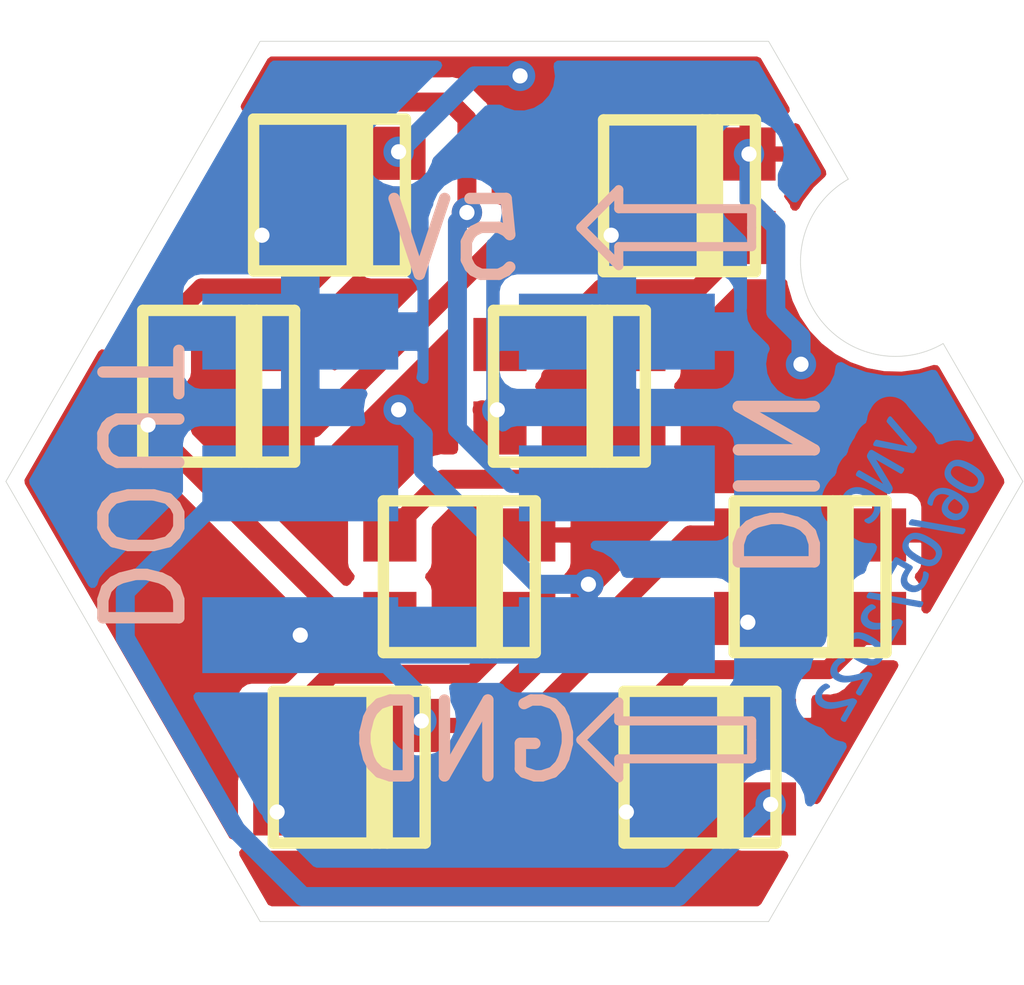
<source format=kicad_pcb>
(kicad_pcb (version 20221018) (generator pcbnew)
  (layers (0 "F.Cu" signal) (31 "B.Cu" signal) (34 "B.Paste" user) (35 "F.Paste" user) (36 "B.SilkS" user "B.Silkscreen") (37 "F.SilkS" user "F.Silkscreen") (38 "B.Mask" user) (39 "F.Mask" user) (44 "Edge.Cuts" user))
  (net 0 "")
  (net 1 "GND")
  (net 2 "+5V")
  (net 3 "R1_R2")
  (net 4 "R2_R3")
  (net 5 "LED_IN")
  (net 6 "LED_OUT")
  (net 7 "Net-(D1-Pad2)")
  (net 8 "Net-(D3-Pad2)")
  (net 9 "Net-(D4-Pad2)")
  (net 10 "Net-(D5-Pad2)")
  (net 11 "Net-(D7-Pad2)")
  (footprint "RGBW_LED_circular_panel_for_Stealthburner:WS2812B-2020" (layer "F.Cu") (at 149.69 95.57)
    (fp_text reference "D1" hide)
    (fp_text value "WS2812B" hide)
  )
  (footprint "RGBW_LED_circular_panel_for_Stealthburner:WS2812B-2020" (layer "F.Cu") (at 148.23 98.09)
    (fp_text reference "D2" hide)
    (fp_text value "WS2812B" hide)
  )
  (footprint "RGBW_LED_circular_panel_for_Stealthburner:WS2812B-2020" (layer "F.Cu") (at 152.85 98.09)
    (fp_text reference "D4" hide)
    (fp_text value "WS2812B" hide)
  )
  (footprint "RGBW_LED_circular_panel_for_Stealthburner:WS2812B-2020" (layer "F.Cu") (at 151.4 100.6)
    (fp_text reference "D5" hide)
    (fp_text value "WS2812B" hide)
  )
  (footprint "RGBW_LED_circular_panel_for_Stealthburner:WS2812B-2020" (layer "F.Cu") (at 149.95 103.11)
    (fp_text reference "D6" hide)
    (fp_text value "WS2812B" hide)
  )
  (footprint "RGBW_LED_circular_panel_for_Stealthburner:WS2812B-2020" (layer "F.Cu") (at 156.02 100.6)
    (fp_text reference "D7" hide)
    (fp_text value "WS2812B" hide)
  )
  (footprint "RGBW_LED_circular_panel_for_Stealthburner:WS2812B-2020" (layer "F.Cu") (at 154.57 103.11)
    (fp_text reference "D8" hide)
    (fp_text value "WS2812B" hide)
  )
  (footprint "RGBW_LED_circular_panel_for_Stealthburner:WS2812B-2020" (layer "F.Cu") (at 154.3 95.58)
    (fp_text reference "D3" hide)
    (fp_text value "WS2812B" hide)
  )
  (footprint "Pin_Headers:Pin_Header_Straight_2x03_Pitch2.00mm_SMD" (layer "B.Cu") (at 151.39 99.37 180)
    (fp_text reference "J1" hide)
    (fp_text value "Conn_02x03_Odd_Even" hide)
  )
  (gr_poly (pts (xy 157.155215 100.353207) (xy 157.15637 100.353323) (xy 157.157546 100.353504) (xy 157.158745 100.35375) (xy 157.159966 100.354062) (xy 157.161208 100.354438) (xy 157.162472 100.354879) (xy 157.163758 100.355386) (xy 157.165066 100.355958) (xy 157.166396 100.356594) (xy 157.167748 100.357296) (xy 157.169122 100.358063) (xy 157.346008 100.460188) (xy 157.347519 100.461082) (xy 157.34895 100.461971) (xy 157.3503 100.462855) (xy 157.351568 100.463734) (xy 157.352755 100.464608) (xy 157.353862 100.465478) (xy 157.354887 100.466342) (xy 157.355831 100.467202) (xy 157.356694 100.468057) (xy 157.357476 100.468907) (xy 157.358177 100.469752) (xy 157.358797 100.470593) (xy 157.359335 100.471428) (xy 157.359793 100.472259) (xy 157.359991 100.472672) (xy 157.36017 100.473085) (xy 157.360327 100.473496) (xy 157.360465 100.473906) (xy 157.360691 100.474735) (xy 157.360858 100.475587) (xy 157.360968 100.476461) (xy 157.361018 100.477357) (xy 157.361011 100.478276) (xy 157.360945 100.479217) (xy 157.360821 100.48018) (xy 157.360638 100.481166) (xy 157.360398 100.482173) (xy 157.360098 100.483203) (xy 157.359741 100.484256) (xy 157.359325 100.48533) (xy 157.358851 100.486427) (xy 157.358319 100.487546) (xy 157.357728 100.488688) (xy 157.357079 100.489851) (xy 157.355188 100.493053) (xy 157.353198 100.496282) (xy 157.351109 100.499537) (xy 157.34892 100.502818) (xy 157.346633 100.506127) (xy 157.344246 100.509462) (xy 157.34176 100.512823) (xy 157.339174 100.516211) (xy 157.336519 100.51972) (xy 157.333824 100.523444) (xy 157.331089 100.527382) (xy 157.328314 100.531535) (xy 157.325499 100.535902) (xy 157.322644 100.540484) (xy 157.319749 100.545281) (xy 157.316813 100.550292) (xy 157.312803 100.557431) (xy 157.309107 100.564415) (xy 157.305723 100.571244) (xy 157.302653 100.577919) (xy 157.299896 100.584439) (xy 157.297452 100.590803) (xy 157.295322 100.597013) (xy 157.293504 100.603069) (xy 157.292671 100.606017) (xy 157.291915 100.608934) (xy 157.291238 100.611819) (xy 157.290638 100.614672) (xy 157.290116 100.617493) (xy 157.289672 100.620281) (xy 157.289306 100.623038) (xy 157.289017 100.625763) (xy 157.288807 100.628456) (xy 157.288674 100.631117) (xy 157.288619 100.633746) (xy 157.288643 100.636344) (xy 157.288744 100.638909) (xy 157.288923 100.641442) (xy 157.289179 100.643943) (xy 157.289514 100.646413) (xy 157.28986 100.648868) (xy 157.290285 100.651291) (xy 157.290787 100.653682) (xy 157.291367 100.656042) (xy 157.292025 100.658369) (xy 157.292761 100.660664) (xy 157.293575 100.662928) (xy 157.294466 100.665159) (xy 157.295436 100.667359) (xy 157.296483 100.669527) (xy 157.297609 100.671662) (xy 157.298812 100.673766) (xy 157.300093 100.675838) (xy 157.301452 100.677878) (xy 157.302889 100.679885) (xy 157.304403 100.681861) (xy 157.305925 100.683824) (xy 157.307517 100.685757) (xy 157.309179 100.68766) (xy 157.31091 100.689534) (xy 157.31271 100.691377) (xy 157.314581 100.693191) (xy 157.316521 100.694976) (xy 157.31853 100.69673) (xy 157.320609 100.698455) (xy 157.322758 100.70015) (xy 157.324976 100.701816) (xy 157.327264 100.703451) (xy 157.329622 100.705057) (xy 157.332049 100.706633) (xy 157.334546 100.70818) (xy 157.337113 100.709697) (xy 157.340206 100.711443) (xy 157.343276 100.713095) (xy 157.346324 100.714653) (xy 157.349349 100.716118) (xy 157.35235 100.71749) (xy 157.355329 100.718767) (xy 157.358286 100.719951) (xy 157.361219 100.721042) (xy 157.364129 100.722038) (xy 157.367017 100.722941) (xy 157.369881 100.723751) (xy 157.372723 100.724466) (xy 157.375542 100.725089) (xy 157.378338 100.725617) (xy 157.381111 100.726052) (xy 157.383861 100.726393) (xy 157.38655 100.726627) (xy 157.38922 100.726787) (xy 157.391874 100.726875) (xy 157.39451 100.72689) (xy 157.397129 100.726832) (xy 157.399731 100.726701) (xy 157.402315 100.726497) (xy 157.404882 100.72622) (xy 157.407432 100.725871) (xy 157.409964 100.725448) (xy 157.412479 100.724953) (xy 157.414977 100.724385) (xy 157.417457 100.723743) (xy 157.41992 100.72303) (xy 157.422366 100.722243) (xy 157.424794 100.721383) (xy 157.427178 100.720494) (xy 157.429538 100.719535) (xy 157.431876 100.718507) (xy 157.434191 100.71741) (xy 157.436483 100.716244) (xy 157.438752 100.715009) (xy 157.440998 100.713704) (xy 157.443221 100.712331) (xy 157.445421 100.710888) (xy 157.447599 100.709376) (xy 157.449753 100.707794) (xy 157.451884 100.706144) (xy 157.453992 100.704424) (xy 157.456078 100.702635) (xy 157.45814 100.700777) (xy 157.46018 100.69885) (xy 157.464185 100.69482) (xy 157.468089 100.690578) (xy 157.471891 100.686124) (xy 157.475593 100.681457) (xy 157.479193 100.676578) (xy 157.482692 100.671487) (xy 157.48609 100.666183) (xy 157.489387 100.660667) (xy 157.492749 100.654685) (xy 157.49586 100.648825) (xy 157.49872 100.643084) (xy 157.501328 100.637465) (xy 157.503684 100.631965) (xy 157.505789 100.626587) (xy 157.507643 100.621329) (xy 157.509245 100.616191) (xy 157.51062 100.611279) (xy 157.511888 100.606529) (xy 157.513048 100.60194) (xy 157.514101 100.597513) (xy 157.515046 100.593248) (xy 157.515883 100.589144) (xy 157.516613 100.585202) (xy 157.517235 100.581422) (xy 157.517646 100.57784) (xy 157.518003 100.574424) (xy 157.518307 100.571173) (xy 157.518557 100.568087) (xy 157.518754 100.565166) (xy 157.518898 100.56241) (xy 157.518989 100.559819) (xy 157.519026 100.557393) (xy 157.518997 100.556221) (xy 157.518987 100.555097) (xy 157.518993 100.554022) (xy 157.519017 100.552996) (xy 157.519059 100.552018) (xy 157.519118 100.551088) (xy 157.519194 100.550208) (xy 157.519288 100.549376) (xy 157.5194 100.548592) (xy 157.519529 100.547857) (xy 157.519675 100.547171) (xy 157.519839 100.546533) (xy 157.52002 100.545944) (xy 157.520218 100.545403) (xy 157.520434 100.544911) (xy 157.520668 100.544468) (xy 157.520842 100.544179) (xy 157.521025 100.543899) (xy 157.521217 100.543627) (xy 157.521418 100.543364) (xy 157.521628 100.543109) (xy 157.521847 100.542864) (xy 157.522075 100.542627) (xy 157.522312 100.542398) (xy 157.522558 100.542179) (xy 157.522813 100.541967) (xy 157.523077 100.541765) (xy 157.52335 100.541571) (xy 157.523632 100.541386) (xy 157.523923 100.54121) (xy 157.524223 100.541042) (xy 157.524532 100.540883) (xy 157.524827 100.540776) (xy 157.525134 100.540678) (xy 157.525452 100.54059) (xy 157.525782 100.540513) (xy 157.526123 100.540445) (xy 157.526476 100.540387) (xy 157.52684 100.54034) (xy 157.527216 100.540302) (xy 157.527604 100.540274) (xy 157.528003 100.540256) (xy 157.528414 100.540248) (xy 157.528836 100.54025) (xy 157.52927 100.540262) (xy 157.529715 100.540284) (xy 157.530641 100.540358) (xy 157.531079 100.54039) (xy 157.531531 100.540437) (xy 157.532471 100.540575) (xy 157.533463 100.540769) (xy 157.534506 100.541022) (xy 157.5356 100.541332) (xy 157.536745 100.5417) (xy 157.537941 100.542125) (xy 157.539188 100.542608) (xy 157.540346 100.543171) (xy 157.54154 100.543769) (xy 157.544034 100.545068) (xy 157.546672 100.546506) (xy 157.549452 100.548083) (xy 157.550933 100.548945) (xy 157.552355 100.549787) (xy 157.553719 100.55061) (xy 157.555024 100.551413) (xy 157.556271 100.552196) (xy 157.55746 100.55296) (xy 157.55859 100.553704) (xy 157.559662 100.554428) (xy 157.560681 100.555135) (xy 157.561651 100.555829) (xy 157.562574 100.556509) (xy 157.563448 100.557175) (xy 157.564274 100.557827) (xy 157.565053 100.558465) (xy 157.565783 100.559089) (xy 157.566466 100.5597) (xy 157.566982 100.560334) (xy 157.567477 100.560955) (xy 157.567951 100.561564) (xy 157.568405 100.56216) (xy 157.568836 100.562745) (xy 157.569247 100.563317) (xy 157.569637 100.563878) (xy 157.570006 100.564425) (xy 157.570183 100.564703) (xy 157.570357 100.564993) (xy 157.570694 100.565609) (xy 157.571018 100.566272) (xy 157.571328 100.566983) (xy 157.571625 100.567742) (xy 157.571908 100.568548) (xy 157.572177 100.569403) (xy 157.572432 100.570305) (xy 157.572601 100.571431) (xy 157.572707 100.572785) (xy 157.57275 100.57437) (xy 157.572731 100.576184) (xy 157.572649 100.578227) (xy 157.572505 100.5805) (xy 157.572297 100.583003) (xy 157.572027 100.585735) (xy 157.571686 100.588663) (xy 157.571264 100.591755) (xy 157.570762 100.595011) (xy 157.570179 100.59843) (xy 157.569517 100.602012) (xy 157.568774 100.605758) (xy 157.567951 100.609667) (xy 157.567047 100.613739) (xy 157.565963 100.617896) (xy 157.564763 100.622154) (xy 157.563449 100.626514) (xy 157.56202 100.630976) (xy 157.560477 100.635539) (xy 157.558818 100.640203) (xy 157.557045 100.64497) (xy 157.555156 100.649837) (xy 157.55323 100.654809) (xy 157.551173 100.659789) (xy 157.548985 100.664777) (xy 157.546667 100.669774) (xy 157.544217 100.674779) (xy 157.541637 100.679792) (xy 157.538926 100.684814) (xy 157.536085 100.689845) (xy 157.533446 100.694328) (xy 157.530761 100.698714) (xy 157.528031 100.703005) (xy 157.525254 100.707199) (xy 157.522432 100.711296) (xy 157.519564 100.715298) (xy 157.516651 100.719203) (xy 157.513692 100.723011) (xy 157.510686 100.726724) (xy 157.507636 100.73034) (xy 157.504539 100.733859) (xy 157.501397 100.737282) (xy 157.498208 100.740609) (xy 157.494975 100.74384) (xy 157.491695 100.746974) (xy 157.488369 100.750012) (xy 157.484982 100.752991) (xy 157.481563 100.755865) (xy 157.478115 100.758635) (xy 157.474636 100.761299) (xy 157.471127 100.763859) (xy 157.467588 100.766313) (xy 157.464018 100.768663) (xy 157.460418 100.770908) (xy 157.456788 100.773047) (xy 157.453127 100.775082) (xy 157.449436 100.777012) (xy 157.445715 100.778837) (xy 157.441963 100.780557) (xy 157.438181 100.782173) (xy 157.434368 100.783683) (xy 157.430526 100.785088) (xy 157.426615 100.78636) (xy 157.422683 100.787517) (xy 157.418729 100.788561) (xy 157.414753 100.789491) (xy 157.410756 100.790307) (xy 157.406737 100.79101) (xy 157.402696 100.791598) (xy 157.398634 100.792073) (xy 157.39455 100.792433) (xy 157.390445 100.79268) (xy 157.386318 100.792813) (xy 157.382169 100.792833) (xy 157.377998 100.792738) (xy 157.373806 100.792529) (xy 157.369593 100.792207) (xy 157.365357 100.791771) (xy 157.361107 100.791214) (xy 157.35685 100.79053) (xy 157.352586 100.78972) (xy 157.348314 100.788784) (xy 157.344035 100.78772) (xy 157.339748 100.78653) (xy 157.335454 100.785214) (xy 157.331153 100.783771) (xy 157.326844 100.782201) (xy 157.322529 100.780505) (xy 157.318205 100.778682) (xy 157.313875 100.776732) (xy 157.309537 100.774656) (xy 157.305192 100.772453) (xy 157.30084 100.770124) (xy 157.29648 100.767668) (xy 157.296479 100.767682) (xy 157.292997 100.76562) (xy 157.289597 100.763505) (xy 157.286281 100.761337) (xy 157.283048 100.759116) (xy 157.279898 100.756841) (xy 157.276831 100.754513) (xy 157.273848 100.752131) (xy 157.270948 100.749697) (xy 157.268131 100.747209) (xy 157.265398 100.744667) (xy 157.262748 100.742072) (xy 157.26018 100.739424) (xy 157.257697 100.736723) (xy 157.255296 100.733968) (xy 157.252979 100.73116) (xy 157.250745 100.728299) (xy 157.248577 100.725432) (xy 157.246506 100.722523) (xy 157.244533 100.719573) (xy 157.242658 100.716581) (xy 157.24088 100.713547) (xy 157.239199 100.710472) (xy 157.237616 100.707356) (xy 157.23613 100.704197) (xy 157.234742 100.700997) (xy 157.233451 100.697756) (xy 157.232257 100.694472) (xy 157.231162 100.691147) (xy 157.230163 100.687781) (xy 157.229262 100.684373) (xy 157.228459 100.680923) (xy 157.227752 100.677431) (xy 157.22708 100.673917) (xy 157.226511 100.670365) (xy 157.226044 100.666774) (xy 157.22568 100.663144) (xy 157.225418 100.659476) (xy 157.225259 100.655769) (xy 157.225203 100.652024) (xy 157.22525 100.64824) (xy 157.225399 100.644417) (xy 157.225651 100.640556) (xy 157.226006 100.636656) (xy 157.226464 100.632718) (xy 157.227024 100.628741) (xy 157.227687 100.624725) (xy 157.228453 100.620671) (xy 157.229321 100.616578) (xy 157.230255 100.612425) (xy 157.231303 100.60824) (xy 157.232463 100.604022) (xy 157.233737 100.599772) (xy 157.235124 100.595489) (xy 157.236625 100.591174) (xy 157.239965 100.582445) (xy 157.243758 100.573587) (xy 157.248004 100.564598) (xy 157.252702 100.555479) (xy 157.257853 100.54623) (xy 157.262391 100.538417) (xy 157.266703 100.531089) (xy 157.270789 100.524246) (xy 157.27465 100.517887) (xy 157.276496 100.514933) (xy 157.278378 100.512013) (xy 157.280296 100.509127) (xy 157.28225 100.506276) (xy 157.284239 100.50346) (xy 157.286264 100.500679) (xy 157.288325 100.497932) (xy 157.290422 100.49522) (xy 157.168582 100.424875) (xy 157.074984 100.586993) (xy 157.074527 100.587723) (xy 157.074031 100.588401) (xy 157.073494 100.589029) (xy 157.072917 100.589605) (xy 157.072299 100.590129) (xy 157.071642 100.590603) (xy 157.070943 100.591025) (xy 157.070205 100.591395) (xy 157.069426 100.591715) (xy 157.068607 100.591983) (xy 157.067747 100.592199) (xy 157.066848 100.592365) (xy 157.065907 100.592479) (xy 157.064927 100.592541) (xy 157.063906 100.592553) (xy 157.062845 100.592513) (xy 157.06175 100.592423) (xy 157.060628 100.592282) (xy 157.05948 100.592092) (xy 157.058305 100.59185) (xy 157.057103 100.591559) (xy 157.055874 100.591217) (xy 157.054618 100.590824) (xy 157.053336 100.590381) (xy 157.052027 100.589887) (xy 157.05069 100.589344) (xy 157.049328 100.588749) (xy 157.047938 100.588104) (xy 157.046521 100.587409) (xy 157.045078 100.586663) (xy 157.043607 100.585867) (xy 157.04211 100.58502) (xy 157.040552 100.584099) (xy 157.039064 100.583176) (xy 157.037647 100.582253) (xy 157.0363 100.581328) (xy 157.035023 100.580402) (xy 157.033817 100.579475) (xy 157.032681 100.578547) (xy 157.031616 100.577618) (xy 157.031086 100.577195) (xy 157.030573 100.576771) (xy 157.030078 100.576348) (xy 157.029601 100.575924) (xy 157.029142 100.5755) (xy 157.0287 100.575076) (xy 157.028276 100.574651) (xy 157.027869 100.574226) (xy 157.02748 100.573801) (xy 157.027109 100.573375) (xy 157.026756 100.572949) (xy 157.02642 100.572523) (xy 157.026101 100.572097) (xy 157.025801 100.57167) (xy 157.025518 100.571243) (xy 157.025253 100.570815) (xy 157.025005 100.570387) (xy 157.024776 100.569958) (xy 157.024564 100.569529) (xy 157.024369 100.5691) (xy 157.024192 100.56867) (xy 157.024033 100.568241) (xy 157.023891 100.567811) (xy 157.023767 100.56738) (xy 157.02366 100.56695) (xy 157.023571 100.566519) (xy 157.0235 100.566088) (xy 157.023446 100.565657) (xy 157.02341 100.565226) (xy 157.023391 100.564794) (xy 157.02339 100.564363) (xy 157.023407 100.563931) (xy 157.023374 100.563519) (xy 157.023356 100.563111) (xy 157.023353 100.562709) (xy 157.023364 100.562312) (xy 157.02339 100.56192) (xy 157.02343 100.561533) (xy 157.023485 100.56115) (xy 157.023555 100.560773) (xy 157.023639 100.5604) (xy 157.023738 100.560033) (xy 157.023851 100.55967) (xy 157.023979 100.559312) (xy 157.024122 100.558959) (xy 157.024279 100.558611) (xy 157.024451 100.558268) (xy 157.024638 100.55793) (xy 157.135677 100.365604) (xy 157.13639 100.364417) (xy 157.137126 100.363288) (xy 157.137884 100.362217) (xy 157.138665 100.361204) (xy 157.139467 100.36025) (xy 157.140292 100.359354) (xy 157.14114 100.358516) (xy 157.142009 100.357737) (xy 157.142901 100.357016) (xy 157.143815 100.356353) (xy 157.144752 100.355749) (xy 157.145711 100.355203) (xy 157.146692 100.354715) (xy 157.147695 100.354286) (xy 157.14872 100.353915) (xy 157.149768 100.353602) (xy 157.150814 100.353393) (xy 157.151881 100.353249) (xy 157.152971 100.353169) (xy 157.154082 100.353155)) (stroke (width 0.0225)) (fill solid) (layer "B.Cu"))
  (gr_poly (pts (xy 156.656521 101.342468) (xy 156.661644 101.342664) (xy 156.666815 101.342994) (xy 156.672036 101.343458) (xy 156.677305 101.344057) (xy 156.682624 101.344789) (xy 156.687991 101.345656) (xy 156.693408 101.346655) (xy 156.698874 101.347789) (xy 156.704388 101.349055) (xy 156.709952 101.350455) (xy 156.715564 101.351987) (xy 156.721226 101.353653) (xy 156.726936 101.355451) (xy 156.732696 101.357381) (xy 156.744238 101.361528) (xy 156.755897 101.366078) (xy 156.767673 101.371031) (xy 156.779566 101.376387) (xy 156.791576 101.382146) (xy 156.803703 101.388309) (xy 156.815947 101.394874) (xy 156.828307 101.401842) (xy 156.84148 101.409595) (xy 156.854149 101.41735) (xy 156.866313 101.425107) (xy 156.877973 101.432866) (xy 156.889127 101.440628) (xy 156.899777 101.448392) (xy 156.909921 101.456158) (xy 156.919561 101.463926) (xy 156.922148 101.466129) (xy 156.924687 101.468336) (xy 156.927181 101.47055) (xy 156.929629 101.472769) (xy 156.932031 101.474995) (xy 156.934387 101.477227) (xy 156.936699 101.479464) (xy 156.938941 101.481685) (xy 156.938965 101.481699) (xy 156.944533 101.487443) (xy 156.949806 101.493226) (xy 156.952332 101.496132) (xy 156.954784 101.499047) (xy 156.957162 101.501972) (xy 156.959465 101.504907) (xy 156.961695 101.507851) (xy 156.963851 101.510805) (xy 156.965932 101.513769) (xy 156.96794 101.516741) (xy 156.969874 101.519724) (xy 156.971733 101.522715) (xy 156.973518 101.525716) (xy 156.975229 101.528726) (xy 156.977441 101.532913) (xy 156.9795 101.537122) (xy 156.981406 101.541355) (xy 156.983158 101.545612) (xy 156.984757 101.549891) (xy 156.986203 101.554194) (xy 156.987495 101.558521) (xy 156.988634 101.56287) (xy 156.989619 101.567243) (xy 156.990452 101.57164) (xy 156.99113 101.576059) (xy 156.991656 101.580502) (xy 156.992028 101.584969) (xy 156.992247 101.589458) (xy 156.992312 101.593971) (xy 156.992224 101.598508) (xy 156.991909 101.603091) (xy 156.991423 101.607709) (xy 156.990766 101.612361) (xy 156.98994 101.617048) (xy 156.988943 101.621769) (xy 156.987775 101.626525) (xy 156.986438 101.631316) (xy 156.98493 101.636141) (xy 156.983252 101.641) (xy 156.981404 101.645894) (xy 156.979385 101.650823) (xy 156.977196 101.655786) (xy 156.974837 101.660784) (xy 156.972307 101.665816) (xy 156.969607 101.670883) (xy 156.966737 101.675984) (xy 156.963581 101.681307) (xy 156.96036 101.686449) (xy 156.957076 101.691411) (xy 156.953728 101.696192) (xy 156.950316 101.700794) (xy 156.94684 101.705215) (xy 156.9433 101.709456) (xy 156.939697 101.713517) (xy 156.93603 101.717398) (xy 156.932299 101.721098) (xy 156.928504 101.724619) (xy 156.924646 101.727959) (xy 156.920724 101.731119) (xy 156.916738 101.734099) (xy 156.912688 101.736899) (xy 156.908574 101.739519) (xy 156.904362 101.74195) (xy 156.900098 101.744232) (xy 156.895783 101.746367) (xy 156.891418 101.748354) (xy 156.887002 101.750192) (xy 156.882535 101.751882) (xy 156.878018 101.753424) (xy 156.873449 101.754818) (xy 156.86883 101.756063) (xy 156.86416 101.75716) (xy 156.859439 101.758109) (xy 156.854667 101.75891) (xy 156.849845 101.759563) (xy 156.844972 101.760067) (xy 156.840048 101.760424) (xy 156.835073 101.760632) (xy 156.829986 101.760716) (xy 156.824859 101.760665) (xy 156.819691 101.760478) (xy 156.814482 101.760156) (xy 156.809232 101.759699) (xy 156.803942 101.759106) (xy 156.798611 101.758378) (xy 156.793239 101.757515) (xy 156.787827 101.756516) (xy 156.782374 101.755381) (xy 156.77688 101.754111) (xy 156.771345 101.752706) (xy 156.76577 101.751165) (xy 156.760154 101.749489) (xy 156.754497 101.747677) (xy 156.7488 101.745729) (xy 156.737253 101.74158) (xy 156.725578 101.737021) (xy 156.713775 101.732053) (xy 156.701846 101.726676) (xy 156.689789 101.720889) (xy 156.677604 101.714694) (xy 156.665292 101.708089) (xy 156.652859 101.701078) (xy 156.652854 101.701086) (xy 156.652836 101.701075) (xy 156.652853 101.701075) (xy 156.652854 101.701084) (xy 156.652858 101.701078) (xy 156.652859 101.701078) (xy 156.68698 101.641978) (xy 156.686979 101.641978) (xy 156.652858 101.701078) (xy 156.652853 101.701075) (xy 156.652836 101.701075) (xy 156.639689 101.693331) (xy 156.627045 101.68557) (xy 156.614923 101.677802) (xy 156.603321 101.670027) (xy 156.592241 101.662245) (xy 156.581683 101.654457) (xy 156.571645 101.646662) (xy 156.562129 101.63886) (xy 156.557511 101.634966) (xy 156.553042 101.631054) (xy 156.548724 101.627124) (xy 156.544556 101.623176) (xy 156.540539 101.61921) (xy 156.536672 101.615225) (xy 156.532955 101.611223) (xy 156.529388 101.607202) (xy 156.525972 101.603163) (xy 156.522706 101.599107) (xy 156.51959 101.595032) (xy 156.516625 101.590939) (xy 156.51381 101.586828) (xy 156.511145 101.582699) (xy 156.508631 101.578551) (xy 156.506267 101.574386) (xy 156.504016 101.570176) (xy 156.501925 101.565943) (xy 156.499995 101.561687) (xy 156.498224 101.557408) (xy 156.496614 101.553106) (xy 156.495163 101.548781) (xy 156.493873 101.544433) (xy 156.492743 101.540062) (xy 156.491773 101.535668) (xy 156.490963 101.531251) (xy 156.490313 101.526812) (xy 156.489823 101.522349) (xy 156.489493 101.517863) (xy 156.489324 101.513355) (xy 156.489314 101.508823) (xy 156.489465 101.504269) (xy 156.489717 101.499701) (xy 156.489933 101.497385) (xy 156.549826 101.497385) (xy 156.549858 101.499318) (xy 156.549945 101.501251) (xy 156.550087 101.503184) (xy 156.550285 101.505118) (xy 156.550539 101.507053) (xy 156.550848 101.508989) (xy 156.551213 101.510925) (xy 156.551634 101.512861) (xy 156.552067 101.514774) (xy 156.552557 101.516688) (xy 156.553102 101.518602) (xy 156.553702 101.520517) (xy 156.554358 101.522432) (xy 156.55507 101.524348) (xy 156.555838 101.526265) (xy 156.556661 101.528182) (xy 156.557539 101.5301) (xy 156.558473 101.532019) (xy 156.559463 101.533938) (xy 156.560508 101.535858) (xy 156.561609 101.537779) (xy 156.562766 101.5397) (xy 156.563978 101.541622) (xy 156.565246 101.543544) (xy 156.566504 101.545486) (xy 156.567821 101.54743) (xy 156.569196 101.549375) (xy 156.570629 101.551323) (xy 156.57212 101.553273) (xy 156.573669 101.555226) (xy 156.575277 101.55718) (xy 156.576943 101.559137) (xy 156.578667 101.561095) (xy 156.580449 101.563056) (xy 156.584188 101.566984) (xy 156.588159 101.57092) (xy 156.592364 101.574865) (xy 156.596752 101.578916) (xy 156.601371 101.583003) (xy 156.606222 101.587125) (xy 156.611304 101.591282) (xy 156.616617 101.595476) (xy 156.622161 101.599704) (xy 156.627936 101.603969) (xy 156.633943 101.608269) (xy 156.639794 101.612337) (xy 156.645869 101.616446) (xy 156.652168 101.620596) (xy 156.658688 101.624788) (xy 156.66543 101.629022) (xy 156.672394 101.633298) (xy 156.679577 101.637616) (xy 156.686979 101.641978) (xy 156.68698 101.641977) (xy 156.688975 101.643154) (xy 156.689976 101.643744) (xy 156.690988 101.644332) (xy 156.703027 101.651143) (xy 156.714977 101.657623) (xy 156.726839 101.663772) (xy 156.732737 101.666722) (xy 156.738612 101.669589) (xy 156.744321 101.672382) (xy 156.749984 101.675037) (xy 156.755601 101.677552) (xy 156.761173 101.67993) (xy 156.766698 101.682169) (xy 156.772177 101.684269) (xy 156.77761 101.686231) (xy 156.782998 101.688055) (xy 156.788333 101.689738) (xy 156.793613 101.691276) (xy 156.798836 101.692669) (xy 156.804003 101.693918) (xy 156.809113 101.695022) (xy 156.814167 101.695982) (xy 156.819165 101.696797) (xy 156.824106 101.697468) (xy 156.828984 101.69797) (xy 156.833792 101.698278) (xy 156.838531 101.698391) (xy 156.843199 101.698311) (xy 156.847798 101.698036) (xy 156.852328 101.697566) (xy 156.856787 101.696902) (xy 156.858991 101.696497) (xy 156.861177 101.696043) (xy 156.863278 101.695555) (xy 156.86536 101.69501) (xy 156.867422 101.694409) (xy 156.869465 101.693751) (xy 156.871488 101.693036) (xy 156.873491 101.692264) (xy 156.875475 101.691436) (xy 156.877438 101.690551) (xy 156.879383 101.689609) (xy 156.881307 101.68861) (xy 156.883212 101.687555) (xy 156.885097 101.686442) (xy 156.886963 101.685273) (xy 156.888808 101.684047) (xy 156.890635 101.682764) (xy 156.892441 101.681424) (xy 156.894201 101.680066) (xy 156.895934 101.678644) (xy 156.897641 101.677158) (xy 156.899323 101.675608) (xy 156.900978 101.673994) (xy 156.902608 101.672316) (xy 156.904211 101.670574) (xy 156.905789 101.668768) (xy 156.90734 101.666898) (xy 156.908866 101.664964) (xy 156.910365 101.662966) (xy 156.911839 101.660904) (xy 156.913286 101.658779) (xy 156.914708 101.656589) (xy 156.916103 101.654335) (xy 156.917473 101.652018) (xy 156.919163 101.649002) (xy 156.920745 101.645998) (xy 156.92222 101.643005) (xy 156.923586 101.640023) (xy 156.924845 101.637053) (xy 156.925995 101.634093) (xy 156.927038 101.631145) (xy 156.927974 101.628208) (xy 156.928801 101.625282) (xy 156.92952 101.622367) (xy 156.930132 101.619463) (xy 156.930636 101.616571) (xy 156.931032 101.61369) (xy 156.931321 101.61082) (xy 156.931502 101.607961) (xy 156.931575 101.605113) (xy 156.931511 101.602309) (xy 156.931329 101.599496) (xy 156.931029 101.596675) (xy 156.930613 101.593845) (xy 156.930078 101.591007) (xy 156.929426 101.58816) (xy 156.928657 101.585305) (xy 156.92777 101.582442) (xy 156.926765 101.57957) (xy 156.925643 101.57669) (xy 156.924404 101.573801) (xy 156.923047 101.570904) (xy 156.921572 101.567999) (xy 156.91998 101.565085) (xy 156.918271 101.562163) (xy 156.916444 101.559232) (xy 156.914472 101.556334) (xy 156.912378 101.553424) (xy 156.910161 101.550502) (xy 156.907821 101.547569) (xy 156.905359 101.544625) (xy 156.902774 101.541669) (xy 156.900066 101.538702) (xy 156.897235 101.535723) (xy 156.894281 101.532733) (xy 156.891205 101.529732) (xy 156.888006 101.526719) (xy 156.884685 101.523694) (xy 156.88124 101.520658) (xy 156.877673 101.517611) (xy 156.873983 101.514552) (xy 156.87017 101.511482) (xy 156.862242 101.505362) (xy 156.853792 101.499142) (xy 156.844822 101.492823) (xy 156.835332 101.486403) (xy 156.825322 101.479886) (xy 156.814794 101.473269) (xy 156.803748 101.466555) (xy 156.79219 101.459747) (xy 156.792186 101.459754) (xy 156.792167 101.459744) (xy 156.792185 101.459744) (xy 156.79219 101.459747) (xy 156.819374 101.412662) (xy 156.938965 101.481709) (xy 156.938941 101.481685) (xy 156.819373 101.412653) (xy 156.792185 101.459744) (xy 156.792167 101.459744) (xy 156.791682 101.45947) (xy 156.791182 101.459181) (xy 156.790172 101.458591) (xy 156.781149 101.453459) (xy 156.772207 101.448527) (xy 156.763345 101.443795) (xy 156.754563 101.439263) (xy 156.745862 101.434931) (xy 156.737241 101.4308) (xy 156.7287 101.426869) (xy 156.720239 101.423138) (xy 156.711887 101.419679) (xy 156.703671 101.416566) (xy 156.695592 101.413796) (xy 156.68765 101.411372) (xy 156.679844 101.409292) (xy 156.672175 101.407556) (xy 156.664643 101.406165) (xy 156.657247 101.405119) (xy 156.653582 101.404775) (xy 156.649962 101.404534) (xy 156.646388 101.404395) (xy 156.642859 101.404359) (xy 156.639375 101.404426) (xy 156.635937 101.404595) (xy 156.632544 101.404868) (xy 156.629196 101.405245) (xy 156.625894 101.405725) (xy 156.622637 101.406309) (xy 156.619426 101.406996) (xy 156.616259 101.407788) (xy 156.613138 101.408683) (xy 156.610063 101.409683) (xy 156.607033 101.410788) (xy 156.604048 101.411997) (xy 156.601114 101.413323) (xy 156.598237 101.414795) (xy 156.595416 101.41641) (xy 156.592651 101.418171) (xy 156.589943 101.420075) (xy 156.587291 101.422125) (xy 156.584696 101.424319) (xy 156.582157 101.426657) (xy 156.579675 101.42914) (xy 156.577249 101.431767) (xy 156.57488 101.434539) (xy 156.572567 101.437455) (xy 156.57031 101.440516) (xy 156.56811 101.443721) (xy 156.565966 101.44707) (xy 156.563879 101.450564) (xy 156.561652 101.454579) (xy 156.559622 101.458568) (xy 156.557789 101.46253) (xy 156.556947 101.464502) (xy 156.556153 101.466467) (xy 156.555409 101.468425) (xy 156.554714 101.470377) (xy 156.554068 101.472322) (xy 156.553472 101.474261) (xy 156.552925 101.476193) (xy 156.552427 101.478119) (xy 156.551978 101.480038) (xy 156.551579 101.48195) (xy 156.551165 101.483877) (xy 156.550807 101.485805) (xy 156.550504 101.487733) (xy 156.550257 101.489663) (xy 156.550066 101.491592) (xy 156.549931 101.493523) (xy 156.549851 101.495454) (xy 156.549826 101.497385) (xy 156.489933 101.497385) (xy 156.490146 101.495096) (xy 156.49075 101.490452) (xy 156.49153 101.48577) (xy 156.492487 101.48105) (xy 156.493619 101.476291) (xy 156.494927 101.471494) (xy 156.496411 101.466659) (xy 156.498071 101.461785) (xy 156.499907 101.456874) (xy 156.501919 101.451924) (xy 156.504106 101.446935) (xy 156.50647 101.441908) (xy 156.50901 101.436844) (xy 156.511725 101.43174) (xy 156.514617 101.426599) (xy 156.514617 101.426597) (xy 156.517751 101.421316) (xy 156.520954 101.416214) (xy 156.524224 101.411292) (xy 156.527562 101.406548) (xy 156.530969 101.401984) (xy 156.534443 101.397598) (xy 156.537985 101.393392) (xy 156.541595 101.389364) (xy 156.545273 101.385516) (xy 156.549019 101.381847) (xy 156.552833 101.378357) (xy 156.556715 101.375046) (xy 156.560664 101.371914) (xy 156.564682 101.368961) (xy 156.568768 101.366187) (xy 156.572921 101.363593) (xy 156.577095 101.361139) (xy 156.581324 101.358836) (xy 156.58561 101.356685) (xy 156.589951 101.354685) (xy 156.594349 101.352836) (xy 156.598803 101.351138) (xy 156.603313 101.349592) (xy 156.607879 101.348197) (xy 156.6125 101.346953) (xy 156.617178 101.34586) (xy 156.621912 101.344918) (xy 156.626702 101.344128) (xy 156.631548 101.343489) (xy 156.636451 101.343001) (xy 156.641409 101.342665) (xy 156.646423 101.34248) (xy 156.651447 101.342406)) (stroke (width 0.0225)) (fill solid) (layer "B.Cu"))
  (gr_poly (pts (xy 158.012796 99.539949) (xy 158.018812 99.544521) (xy 158.024641 99.549119) (xy 158.030282 99.553742) (xy 158.035737 99.558389) (xy 158.041003 99.563062) (xy 158.046082 99.567759) (xy 158.050973 99.57248) (xy 158.05573 99.57743) (xy 158.060264 99.582404) (xy 158.064574 99.587402) (xy 158.068659 99.592425) (xy 158.072521 99.597473) (xy 158.076159 99.602545) (xy 158.079572 99.607642) (xy 158.082762 99.612763) (xy 158.084243 99.615378) (xy 158.085657 99.618007) (xy 158.087004 99.62065) (xy 158.088283 99.623306) (xy 158.089495 99.625976) (xy 158.090639 99.62866) (xy 158.091717 99.631357) (xy 158.092727 99.634067) (xy 158.09367 99.636792) (xy 158.094545 99.63953) (xy 158.095353 99.642281) (xy 158.096094 99.645046) (xy 158.096768 99.647825) (xy 158.097374 99.650617) (xy 158.097913 99.653423) (xy 158.098385 99.656242) (xy 158.098789 99.659077) (xy 158.099124 99.661927) (xy 158.09939 99.664794) (xy 158.099587 99.667677) (xy 158.099716 99.670576) (xy 158.099775 99.673492) (xy 158.099766 99.676423) (xy 158.099688 99.679371) (xy 158.099541 99.682335) (xy 158.099326 99.685315) (xy 158.099042 99.688312) (xy 158.098689 99.691325) (xy 158.098267 99.694354) (xy 158.097776 99.697399) (xy 158.097217 99.70046) (xy 158.096588 99.703538) (xy 158.095885 99.706633) (xy 158.095101 99.709748) (xy 158.094235 99.712883) (xy 158.093288 99.716037) (xy 158.09226 99.719211) (xy 158.09115 99.722404) (xy 158.08996 99.725617) (xy 158.088688 99.728849) (xy 158.085901 99.735373) (xy 158.082789 99.741974) (xy 158.079352 99.748654) (xy 158.07559 99.755412) (xy 158.072829 99.760086) (xy 158.070018 99.764627) (xy 158.067158 99.769035) (xy 158.06425 99.77331) (xy 158.061292 99.777452) (xy 158.058285 99.781461) (xy 158.05523 99.785336) (xy 158.052125 99.789079) (xy 158.048972 99.792688) (xy 158.045769 99.796164) (xy 158.042518 99.799506) (xy 158.039217 99.802716) (xy 158.035867 99.805792) (xy 158.032469 99.808735) (xy 158.029021 99.811546) (xy 158.025525 99.814222) (xy 158.021954 99.816753) (xy 158.018366 99.819173) (xy 158.014762 99.821482) (xy 158.011142 99.82368) (xy 158.007505 99.825767) (xy 158.003852 99.827743) (xy 158.000182 99.829609) (xy 157.996497 99.831363) (xy 157.992794 99.833007) (xy 157.989075 99.83454) (xy 157.98534 99.835962) (xy 157.981589 99.837273) (xy 157.977821 99.838473) (xy 157.974036 99.839563) (xy 157.970235 99.840541) (xy 157.966418 99.841409) (xy 157.962548 99.842147) (xy 157.958674 99.842784) (xy 157.954794 99.84332) (xy 157.95091 99.843756) (xy 157.947021 99.844091) (xy 157.943127 99.844325) (xy 157.939229 99.844459) (xy 157.935325 99.844492) (xy 157.931417 99.844424) (xy 157.927504 99.844256) (xy 157.923586 99.843987) (xy 157.919663 99.843617) (xy 157.915736 99.843146) (xy 157.911803 99.842575) (xy 157.907866 99.841904) (xy 157.903924 99.841131) (xy 157.896004 99.839286) (xy 157.888189 99.837138) (xy 157.880479 99.834686) (xy 157.872874 99.831931) (xy 157.865374 99.828874) (xy 157.857979 99.825513) (xy 157.850689 99.82185) (xy 157.843504 99.817883) (xy 157.843499 99.817886) (xy 157.877276 99.759382) (xy 157.878586 99.760188) (xy 157.879905 99.760991) (xy 157.881239 99.761789) (xy 157.882591 99.762581) (xy 157.887074 99.765064) (xy 157.891626 99.767378) (xy 157.896248 99.769522) (xy 157.90094 99.771496) (xy 157.905701 99.773301) (xy 157.910533 99.774937) (xy 157.915434 99.776403) (xy 157.920406 99.7777) (xy 157.922843 99.778295) (xy 157.925284 99.778831) (xy 157.927726 99.77931) (xy 157.93017 99.77973) (xy 157.932617 99.780092) (xy 157.935065 99.780395) (xy 157.937516 99.780641) (xy 157.939969 99.780828) (xy 157.942424 99.780957) (xy 157.944881 99.781028) (xy 157.947341 99.78104) (xy 157.949802 99.780995) (xy 157.952266 99.780891) (xy 157.954732 99.780729) (xy 157.9572 99.780509) (xy 157.95967 99.780231) (xy 157.96209 99.779866) (xy 157.964493 99.779435) (xy 157.966877 99.778938) (xy 157.969245 99.778374) (xy 157.971594 99.777745) (xy 157.973926 99.777049) (xy 157.97624 99.776287) (xy 157.978536 99.775459) (xy 157.980814 99.774565) (xy 157.983075 99.773605) (xy 157.985318 99.772578) (xy 157.987543 99.771485) (xy 157.989751 99.770326) (xy 157.99194 99.769101) (xy 157.994112 99.76781) (xy 157.996267 99.766452) (xy 157.998394 99.765021) (xy 158.000484 99.76351) (xy 158.002536 99.761917) (xy 158.004551 99.760243) (xy 158.006529 99.758488) (xy 158.00847 99.756653) (xy 158.010374 99.754736) (xy 158.01224 99.752739) (xy 158.014069 99.75066) (xy 158.015861 99.748501) (xy 158.017616 99.746261) (xy 158.019334 99.74394) (xy 158.021014 99.741538) (xy 158.022658 99.739055) (xy 158.024264 99.736491) (xy 158.025833 99.733846) (xy 158.027318 99.731208) (xy 158.028721 99.728577) (xy 158.030042 99.725956) (xy 158.031281 99.723343) (xy 158.032439 99.720738) (xy 158.033514 99.718143) (xy 158.034508 99.715556) (xy 158.03542 99.712977) (xy 158.03625 99.710408) (xy 158.036998 99.707846) (xy 158.037664 99.705294) (xy 158.038248 99.70275) (xy 158.03875 99.700215) (xy 158.03917 99.697689) (xy 158.039509 99.695171) (xy 158.039765 99.692662) (xy 158.03989 99.690131) (xy 158.039915 99.687595) (xy 158.039842 99.685055) (xy 158.03967 99.68251) (xy 158.039399 99.67996) (xy 158.03903 99.677406) (xy 158.038561 99.674847) (xy 158.037994 99.672284) (xy 158.037328 99.669716) (xy 158.036563 99.667143) (xy 158.035699 99.664566) (xy 158.034737 99.661984) (xy 158.033676 99.659398) (xy 158.032516 99.656807) (xy 158.031258 99.654212) (xy 158.0299 99.651612) (xy 158.028372 99.64902) (xy 158.026734 99.646413) (xy 158.024986 99.643792) (xy 158.023127 99.641156) (xy 158.021157 99.638505) (xy 158.019078 99.635839) (xy 158.016888 99.633159) (xy 158.014587 99.630463) (xy 158.012176 99.627753) (xy 158.009655 99.625029) (xy 158.007024 99.622289) (xy 158.004282 99.619535) (xy 158.00143 99.616766) (xy 157.998467 99.613982) (xy 157.995395 99.611183) (xy 157.992211 99.60837) (xy 157.990031 99.606534) (xy 157.987789 99.604687) (xy 157.985487 99.602828) (xy 157.983124 99.60096) (xy 157.980704 99.599083) (xy 157.978227 99.597197) (xy 157.975694 99.595303) (xy 157.973107 99.593401) (xy 158.006594 99.535401)) (stroke (width 0.0225)) (fill solid) (layer "B.Cu"))
  (gr_poly (pts (xy 156.809006 100.816079) (xy 156.80954 100.816105) (xy 156.810087 100.816145) (xy 156.810647 100.816199) (xy 156.811805 100.81635) (xy 156.813014 100.816559) (xy 156.814273 100.816825) (xy 157.488352 100.935249) (xy 157.489032 100.935319) (xy 157.489689 100.935404) (xy 157.490323 100.935505) (xy 157.490935 100.93562) (xy 157.491524 100.93575) (xy 157.49209 100.935895) (xy 157.492634 100.936055) (xy 157.493155 100.936229) (xy 157.493654 100.936419) (xy 157.49413 100.936624) (xy 157.494584 100.936844) (xy 157.495014 100.937079) (xy 157.495423 100.937328) (xy 157.495808 100.937593) (xy 157.496171 100.937872) (xy 157.496512 100.938167) (xy 157.496872 100.938499) (xy 157.497212 100.938844) (xy 157.497531 100.939201) (xy 157.497828 100.93957) (xy 157.498104 100.939952) (xy 157.498359 100.940346) (xy 157.498594 100.940752) (xy 157.498807 100.94117) (xy 157.498998 100.941601) (xy 157.499169 100.942044) (xy 157.499319 100.9425) (xy 157.499448 100.942967) (xy 157.499555 100.943448) (xy 157.499642 100.94394) (xy 157.499707 100.944445) (xy 157.499752 100.944962) (xy 157.499817 100.945515) (xy 157.499861 100.946082) (xy 157.499885 100.94666) (xy 157.499887 100.947251) (xy 157.499868 100.947853) (xy 157.499827 100.948469) (xy 157.499766 100.949096) (xy 157.499684 100.949735) (xy 157.49958 100.950387) (xy 157.499456 100.951051) (xy 157.49931 100.951727) (xy 157.499143 100.952416) (xy 157.498955 100.953116) (xy 157.498746 100.953829) (xy 157.498516 100.954554) (xy 157.498265 100.955292) (xy 157.497732 100.956942) (xy 157.497109 100.958652) (xy 157.496395 100.960422) (xy 157.495591 100.962251) (xy 157.494697 100.96414) (xy 157.493712 100.966089) (xy 157.492637 100.968097) (xy 157.491471 100.970165) (xy 157.490464 100.971884) (xy 157.489479 100.973518) (xy 157.488515 100.975067) (xy 157.487573 100.97653) (xy 157.486652 100.977907) (xy 157.485753 100.979199) (xy 157.484876 100.980406) (xy 157.484019 100.981527) (xy 157.48313 100.982657) (xy 157.48225 100.983722) (xy 157.481379 100.984723) (xy 157.480947 100.985199) (xy 157.480518 100.985659) (xy 157.48009 100.986103) (xy 157.479665 100.98653) (xy 157.479242 100.986942) (xy 157.478821 100.987337) (xy 157.478403 100.987716) (xy 157.477987 100.988079) (xy 157.477573 100.988426) (xy 157.477162 100.988756) (xy 157.476749 100.989072) (xy 157.476332 100.989372) (xy 157.475911 100.989654) (xy 157.475485 100.98992) (xy 157.475055 100.990169) (xy 157.474621 100.990401) (xy 157.474182 100.990617) (xy 157.473739 100.990815) (xy 157.473291 100.990997) (xy 157.472839 100.991163) (xy 157.472382 100.991311) (xy 157.471922 100.991443) (xy 157.471456 100.991558) (xy 157.470987 100.991656) (xy 157.470513 100.991737) (xy 157.470034 100.991802) (xy 157.469565 100.991921) (xy 157.469085 100.992024) (xy 157.468594 100.992109) (xy 157.468092 100.992178) (xy 157.467578 100.992228) (xy 157.467054 100.992262) (xy 157.466518 100.992279) (xy 157.46597 100.992278) (xy 157.465412 100.99226) (xy 157.464842 100.992225) (xy 157.464262 100.992172) (xy 157.46367 100.992103) (xy 157.463066 100.992016) (xy 157.462452 100.991912) (xy 157.461826 100.99179) (xy 157.46119 100.991652) (xy 156.787107 100.873189) (xy 156.78645 100.873077) (xy 156.785812 100.872952) (xy 156.785191 100.872812) (xy 156.78459 100.872659) (xy 156.784006 100.872491) (xy 156.783442 100.87231) (xy 156.782895 100.872116) (xy 156.782367 100.871907) (xy 156.781858 100.871684) (xy 156.781366 100.871448) (xy 156.780894 100.871198) (xy 156.780439 100.870934) (xy 156.780004 100.870656) (xy 156.779586 100.870364) (xy 156.779187 100.870059) (xy 156.778806 100.86974) (xy 156.778446 100.869407) (xy 156.778106 100.869062) (xy 156.777788 100.868705) (xy 156.77749 100.868336) (xy 156.777214 100.867954) (xy 156.776959 100.867561) (xy 156.776724 100.867154) (xy 156.776511 100.866736) (xy 156.776319 100.866305) (xy 156.776149 100.865862) (xy 156.775999 100.865406) (xy 156.77587 100.864939) (xy 156.775762 100.864459) (xy 156.775676 100.863966) (xy 156.775611 100.863462) (xy 156.775566 100.862945) (xy 156.775542 100.862415) (xy 156.775536 100.861872) (xy 156.775549 100.861314) (xy 156.775579 100.860743) (xy 156.775629 100.860158) (xy 156.775697 100.85956) (xy 156.775783 100.858947) (xy 156.775888 100.85832) (xy 156.776011 100.85768) (xy 156.776153 100.857026) (xy 156.776492 100.855676) (xy 156.776905 100.85427) (xy 156.777391 100.852809) (xy 156.777878 100.851237) (xy 156.778462 100.849596) (xy 156.779143 100.847884) (xy 156.779919 100.846102) (xy 156.780793 100.844249) (xy 156.781763 100.842327) (xy 156.782829 100.840334) (xy 156.783992 100.838272) (xy 156.785001 100.836547) (xy 156.785996 100.834898) (xy 156.786974 100.833323) (xy 156.787938 100.831824) (xy 156.788886 100.830399) (xy 156.789818 100.829049) (xy 156.790735 100.827775) (xy 156.791637 100.826575) (xy 156.792044 100.82598) (xy 156.792454 100.825404) (xy 156.792867 100.824847) (xy 156.793282 100.824309) (xy 156.793701 100.82379) (xy 156.794122 100.82329) (xy 156.794546 100.82281) (xy 156.794974 100.822348) (xy 156.795404 100.821906) (xy 156.795837 100.821483) (xy 156.796272 100.821079) (xy 156.796711 100.820694) (xy 156.797153 100.820328) (xy 156.797597 100.819981) (xy 156.798045 100.819653) (xy 156.798495 100.819345) (xy 156.798885 100.81907) (xy 156.799282 100.818807) (xy 156.799686 100.818554) (xy 156.800099 100.818314) (xy 156.800518 100.818084) (xy 156.800945 100.817865) (xy 156.801379 100.817658) (xy 156.801821 100.817462) (xy 156.80227 100.817277) (xy 156.802727 100.817104) (xy 156.803191 100.816942) (xy 156.803662 100.816791) (xy 156.804141 100.816651) (xy 156.804627 100.816523) (xy 156.805121 100.816406) (xy 156.805622 100.8163) (xy 156.806067 100.816225) (xy 156.806525 100.816165) (xy 156.806996 100.816119) (xy 156.80748 100.816088) (xy 156.807976 100.816071) (xy 156.808485 100.816068)) (stroke (width 0.0225)) (fill solid) (layer "B.Cu"))
  (gr_poly (pts (xy 156.228613 102.01869) (xy 156.229401 102.018715) (xy 156.230193 102.018756) (xy 156.23099 102.018813) (xy 156.231791 102.018887) (xy 156.232596 102.018977) (xy 156.233405 102.019084) (xy 156.234219 102.019207) (xy 156.235001 102.019442) (xy 156.235807 102.019706) (xy 156.236639 102.019998) (xy 156.237497 102.020319) (xy 156.238379 102.020667) (xy 156.239287 102.021045) (xy 156.24022 102.02145) (xy 156.241178 102.021884) (xy 156.242168 102.02235) (xy 156.243194 102.02285) (xy 156.244255 102.023386) (xy 156.245353 102.023956) (xy 156.246486 102.024561) (xy 156.247655 102.025201) (xy 156.24886 102.025877) (xy 156.2501 102.026587) (xy 156.251825 102.027596) (xy 156.253475 102.028591) (xy 156.255049 102.02957) (xy 156.256549 102.030533) (xy 156.257973 102.031481) (xy 156.259322 102.032414) (xy 156.260597 102.033332) (xy 156.261796 102.034234) (xy 156.262923 102.035115) (xy 156.263982 102.035971) (xy 156.264971 102.036801) (xy 156.265891 102.037605) (xy 156.266743 102.038383) (xy 156.267525 102.039136) (xy 156.268238 102.039862) (xy 156.268569 102.040216) (xy 156.268883 102.040563) (xy 156.269156 102.040947) (xy 156.269415 102.041326) (xy 156.269659 102.0417) (xy 156.269888 102.042069) (xy 156.270103 102.042432) (xy 156.270304 102.042791) (xy 156.270489 102.043145) (xy 156.27066 102.043494) (xy 156.270817 102.043838) (xy 156.270959 102.044177) (xy 156.271086 102.044511) (xy 156.271199 102.04484) (xy 156.271297 102.045164) (xy 156.27138 102.045483) (xy 156.271449 102.045797) (xy 156.271503 102.046106) (xy 156.27152 102.046453) (xy 156.271524 102.046796) (xy 156.271517 102.047136) (xy 156.271498 102.047473) (xy 156.271466 102.047806) (xy 156.271423 102.048136) (xy 156.271368 102.048462) (xy 156.2713 102.048785) (xy 156.271221 102.049104) (xy 156.271129 102.04942) (xy 156.271026 102.049733) (xy 156.270911 102.050042) (xy 156.270783 102.050347) (xy 156.270644 102.050649) (xy 156.270492 102.050948) (xy 156.270329 102.051243) (xy 156.270007 102.051749) (xy 156.269622 102.052261) (xy 156.269174 102.052778) (xy 156.268664 102.053301) (xy 156.268091 102.05383) (xy 156.267455 102.054365) (xy 156.266756 102.054906) (xy 156.265995 102.055452) (xy 156.26517 102.056004) (xy 156.264283 102.056562) (xy 156.263334 102.057125) (xy 156.262321 102.057695) (xy 156.261246 102.05827) (xy 156.260108 102.058851) (xy 156.257643 102.06003) (xy 156.254956 102.061353) (xy 156.252172 102.062773) (xy 156.249289 102.06429) (xy 156.246308 102.065905) (xy 156.243229 102.067616) (xy 156.240051 102.069425) (xy 156.233403 102.073334) (xy 156.229915 102.075537) (xy 156.226392 102.077874) (xy 156.222834 102.080343) (xy 156.21924 102.082947) (xy 156.215611 102.085683) (xy 156.211947 102.088554) (xy 156.208247 102.091557) (xy 156.204512 102.094694) (xy 156.202625 102.096366) (xy 156.200764 102.098096) (xy 156.198929 102.099883) (xy 156.197121 102.101727) (xy 156.19534 102.103628) (xy 156.193584 102.105587) (xy 156.191856 102.107603) (xy 156.190153 102.109676) (xy 156.188477 102.111806) (xy 156.186828 102.113993) (xy 156.185205 102.116238) (xy 156.183608 102.11854) (xy 156.182038 102.120899) (xy 156.180494 102.123315) (xy 156.178977 102.125788) (xy 156.177486 102.128319) (xy 156.176258 102.130498) (xy 156.175093 102.132671) (xy 156.17399 102.134838) (xy 156.17295 102.137) (xy 156.171973 102.139156) (xy 156.171059 102.141306) (xy 156.170207 102.143451) (xy 156.169418 102.14559) (xy 156.168692 102.147723) (xy 156.168029 102.14985) (xy 156.167428 102.151972) (xy 156.166891 102.154088) (xy 156.166416 102.156198) (xy 156.166003 102.158303) (xy 156.165654 102.160402) (xy 156.165367 102.162495) (xy 156.165138 102.164576) (xy 156.164961 102.166638) (xy 156.164837 102.168682) (xy 156.164766 102.170707) (xy 156.164747 102.172714) (xy 156.164781 102.174702) (xy 156.164868 102.176671) (xy 156.165007 102.178622) (xy 156.165199 102.180555) (xy 156.165444 102.182469) (xy 156.165741 102.184364) (xy 156.166091 102.186241) (xy 156.166494 102.188099) (xy 156.166949 102.189939) (xy 156.167457 102.19176) (xy 156.168017 102.193562) (xy 156.168603 102.195388) (xy 156.169234 102.197195) (xy 156.169912 102.198983) (xy 156.170635 102.200751) (xy 156.171404 102.202501) (xy 156.17222 102.204232) (xy 156.173081 102.205944) (xy 156.173988 102.207638) (xy 156.174941 102.209312) (xy 156.175939 102.210967) (xy 156.176984 102.212603) (xy 156.178075 102.214221) (xy 156.179211 102.215819) (xy 156.180393 102.217399) (xy 156.181622 102.218959) (xy 156.182896 102.220501) (xy 156.184168 102.221994) (xy 156.185475 102.223458) (xy 156.186816 102.224893) (xy 156.188191 102.226299) (xy 156.189601 102.227676) (xy 156.191045 102.229023) (xy 156.192523 102.230342) (xy 156.194035 102.231631) (xy 156.195582 102.232891) (xy 156.197163 102.234122) (xy 156.198779 102.235324) (xy 156.200428 102.236497) (xy 156.202112 102.237641) (xy 156.203831 102.238755) (xy 156.205583 102.239841) (xy 156.20737 102.240897) (xy 156.211037 102.242951) (xy 156.214822 102.244948) (xy 156.218723 102.246886) (xy 156.222743 102.248766) (xy 156.226879 102.250588) (xy 156.231134 102.252352) (xy 156.235505 102.254057) (xy 156.239994 102.255704) (xy 156.24466 102.257252) (xy 156.249563 102.258656) (xy 156.254702 102.259917) (xy 156.260077 102.261035) (xy 156.265689 102.262009) (xy 156.271537 102.26284) (xy 156.277622 102.263528) (xy 156.283943 102.264072) (xy 156.290478 102.264539) (xy 156.297301 102.264822) (xy 156.304412 102.264922) (xy 156.31181 102.264837) (xy 156.319497 102.264569) (xy 156.32747 102.264117) (xy 156.335732 102.263482) (xy 156.344281 102.262662) (xy 156.353132 102.26171) (xy 156.362393 102.260505) (xy 156.372066 102.259048) (xy 156.38215 102.257339) (xy 156.392646 102.255378) (xy 156.403552 102.253164) (xy 156.41487 102.250699) (xy 156.4266 102.247982) (xy 156.564522 102.215281) (xy 156.566177 102.214925) (xy 156.567797 102.214604) (xy 156.569383 102.214319) (xy 156.570934 102.214068) (xy 156.57245 102.213852) (xy 156.573931 102.213671) (xy 156.575377 102.213524) (xy 156.576789 102.213413) (xy 156.57805 102.213371) (xy 156.57931 102.213357) (xy 156.580568 102.213371) (xy 156.581825 102.213413) (xy 156.583079 102.213483) (xy 156.584333 102.213582) (xy 156.585584 102.213708) (xy 156.586834 102.213863) (xy 156.588011 102.214005) (xy 156.589212 102.214203) (xy 156.590437 102.214456) (xy 156.591686 102.214765) (xy 156.592958 102.215129) (xy 156.594254 102.215549) (xy 156.595574 102.216024) (xy 156.596917 102.216555) (xy 156.599625 102.21792) (xy 156.602518 102.219449) (xy 156.605596 102.221141) (xy 156.60886 102.222998) (xy 156.61066 102.224058) (xy 156.612369 102.225107) (xy 156.613986 102.226146) (xy 156.615512 102.227173) (xy 156.616946 102.22819) (xy 156.618288 102.229196) (xy 156.619539 102.230191) (xy 156.620697 102.231175) (xy 156.621219 102.231705) (xy 156.621717 102.232232) (xy 156.622192 102.232756) (xy 156.622645 102.233278) (xy 156.623074 102.233796) (xy 156.623481 102.234312) (xy 156.623865 102.234826) (xy 156.624225 102.235337) (xy 156.624563 102.235844) (xy 156.624878 102.23635) (xy 156.62517 102.236852) (xy 156.625439 102.237352) (xy 156.625685 102.237849) (xy 156.625908 102.238343) (xy 156.626108 102.238835) (xy 156.626286 102.239324) (xy 156.62642 102.239853) (xy 156.626542 102.240381) (xy 156.62665 102.240908) (xy 156.626744 102.241434) (xy 156.626825 102.24196) (xy 156.626892 102.242485) (xy 156.626946 102.243009) (xy 156.626987 102.243533) (xy 156.627014 102.244055) (xy 156.627027 102.244577) (xy 156.627027 102.245098) (xy 156.627014 102.245618) (xy 156.626987 102.246137) (xy 156.626947 102.246656) (xy 156.626893 102.247174) (xy 156.626825 102.247691) (xy 156.62652 102.248765) (xy 156.626164 102.249853) (xy 156.625759 102.250954) (xy 156.625304 102.252069) (xy 156.624799 102.253197) (xy 156.624245 102.254339) (xy 156.623641 102.255494) (xy 156.622988 102.256663) (xy 156.484431 102.49665) (xy 156.484209 102.497022) (xy 156.48398 102.497383) (xy 156.483743 102.497732) (xy 156.483499 102.498071) (xy 156.483247 102.498398) (xy 156.482988 102.498713) (xy 156.482721 102.499018) (xy 156.482447 102.499311) (xy 156.482166 102.499592) (xy 156.481877 102.499863) (xy 156.48158 102.500122) (xy 156.481276 102.50037) (xy 156.480965 102.500606) (xy 156.480646 102.500831) (xy 156.480319 102.501045) (xy 156.479985 102.501248) (xy 156.479579 102.50145) (xy 156.479169 102.501637) (xy 156.478754 102.501808) (xy 156.478334 102.501962) (xy 156.477911 102.502101) (xy 156.477482 102.502223) (xy 156.47705 102.502329) (xy 156.476613 102.50242) (xy 156.476171 102.502494) (xy 156.475725 102.502551) (xy 156.475275 102.502593) (xy 156.474821 102.502619) (xy 156.474362 102.502628) (xy 156.473898 102.502622) (xy 156.47343 102.502599) (xy 156.472958 102.50256) (xy 156.472414 102.50252) (xy 156.471864 102.502467) (xy 156.470747 102.502318) (xy 156.469606 102.502113) (xy 156.468441 102.501853) (xy 156.467253 102.501538) (xy 156.466041 102.501167) (xy 156.464805 102.50074) (xy 156.463546 102.500258) (xy 156.462214 102.499802) (xy 156.460858 102.499292) (xy 156.459478 102.498725) (xy 156.458075 102.498103) (xy 156.456647 102.497426) (xy 156.455197 102.496693) (xy 156.453722 102.495904) (xy 156.452224 102.49506) (xy 156.452232 102.495067) (xy 156.450757 102.494194) (xy 156.449353 102.493321) (xy 156.448019 102.492446) (xy 156.446756 102.49157) (xy 156.445564 102.490693) (xy 156.444441 102.489814) (xy 156.44339 102.488935) (xy 156.44289 102.488495) (xy 156.442409 102.488054) (xy 156.441879 102.48763) (xy 156.441369 102.487203) (xy 156.440878 102.486773) (xy 156.440406 102.48634) (xy 156.439953 102.485904) (xy 156.439519 102.485465) (xy 156.439105 102.485023) (xy 156.43871 102.484578) (xy 156.438334 102.48413) (xy 156.437977 102.48368) (xy 156.437639 102.483226) (xy 156.43732 102.48277) (xy 156.437021 102.48231) (xy 156.436741 102.481848) (xy 156.43648 102.481383) (xy 156.436238 102.480914) (xy 156.435991 102.480486) (xy 156.435761 102.480057) (xy 156.435549 102.479628) (xy 156.435355 102.479199) (xy 156.435178 102.478769) (xy 156.435018 102.47834) (xy 156.434877 102.47791) (xy 156.434753 102.477479) (xy 156.434646 102.477049) (xy 156.434557 102.476618) (xy 156.434486 102.476187) (xy 156.434432 102.475756) (xy 156.434396 102.475325) (xy 156.434377 102.474893) (xy 156.434376 102.474462) (xy 156.434393 102.47403) (xy 156.43436 102.473618) (xy 156.434342 102.47321) (xy 156.434338 102.472808) (xy 156.43435 102.472411) (xy 156.434375 102.472019) (xy 156.434416 102.471632) (xy 156.434471 102.471249) (xy 156.43454 102.470872) (xy 156.434625 102.470499) (xy 156.434723 102.470132) (xy 156.434837 102.469769) (xy 156.434965 102.469411) (xy 156.435108 102.469058) (xy 156.435265 102.46871) (xy 156.435437 102.468367) (xy 156.435623 102.468029) (xy 156.544725 102.27906) (xy 156.43317 102.306398) (xy 156.418502 102.310039) (xy 156.404383 102.313383) (xy 156.390813 102.316429) (xy 156.377793 102.319177) (xy 156.365323 102.321627) (xy 156.353403 102.32378) (xy 156.342032 102.325635) (xy 156.331211 102.327192) (xy 156.320767 102.328435) (xy 156.310695 102.329445) (xy 156.300995 102.330223) (xy 156.291667 102.330768) (xy 156.282712 102.33108) (xy 156.274128 102.331159) (xy 156.265917 102.331006) (xy 156.258077 102.33062) (xy 156.250425 102.330055) (xy 156.243039 102.329294) (xy 156.235921 102.328338) (xy 156.229068 102.327186) (xy 156.222483 102.325838) (xy 156.216165 102.324295) (xy 156.210113 102.322556) (xy 156.207187 102.321613) (xy 156.204328 102.320621) (xy 156.198626 102.318483) (xy 156.19299 102.316229) (xy 156.187422 102.31386) (xy 156.181919 102.311376) (xy 156.176484 102.308776) (xy 156.171115 102.30606) (xy 156.165812 102.30323) (xy 156.160577 102.300284) (xy 156.157709 102.298588) (xy 156.154898 102.296845) (xy 156.152143 102.295053) (xy 156.149443 102.293213) (xy 156.146799 102.291324) (xy 156.144211 102.289388) (xy 156.141679 102.287403) (xy 156.139202 102.28537) (xy 156.136781 102.283289) (xy 156.134417 102.28116) (xy 156.132107 102.278982) (xy 156.129854 102.276756) (xy 156.127657 102.274483) (xy 156.125515 102.27216) (xy 156.123429 102.26979) (xy 156.121399 102.267372) (xy 156.119435 102.264909) (xy 156.117546 102.262406) (xy 156.115733 102.259863) (xy 156.113996 102.25728) (xy 156.112334 102.254656) (xy 156.110748 102.251992) (xy 156.109238 102.249288) (xy 156.107803 102.246544) (xy 156.106444 102.243759) (xy 156.105161 102.240935) (xy 156.103953 102.23807) (xy 156.102821 102.235164) (xy 156.101765 102.232219) (xy 156.100784 102.229233) (xy 156.099879 102.226207) (xy 156.09905 102.223141) (xy 156.098279 102.220079) (xy 156.097599 102.216982) (xy 156.097009 102.21385) (xy 156.096509 102.210682) (xy 156.0961 102.207479) (xy 156.095781 102.204241) (xy 156.095552 102.200967) (xy 156.095414 102.197658) (xy 156.095365 102.194314) (xy 156.095407 102.190935) (xy 156.09554 102.18752) (xy 156.095762 102.184071) (xy 156.096075 102.180585) (xy 156.096479 102.177065) (xy 156.096972 102.173509) (xy 156.097556 102.169918) (xy 156.098172 102.166316) (xy 156.098896 102.162692) (xy 156.099726 102.159046) (xy 156.100664 102.155378) (xy 156.101709 102.151687) (xy 156.102861 102.147975) (xy 156.10412 102.144241) (xy 156.105487 102.140484) (xy 156.10696 102.136706) (xy 156.108541 102.132905) (xy 156.110228 102.129083) (xy 156.112023 102.125238) (xy 156.113925 102.121372) (xy 156.115935 102.117483) (xy 156.118051 102.113572) (xy 156.120274 102.109639) (xy 156.12318 102.104751) (xy 156.126182 102.099988) (xy 156.129279 102.09535) (xy 156.132472 102.090837) (xy 156.135761 102.08645) (xy 156.139145 102.082187) (xy 156.142624 102.078049) (xy 156.146199 102.074037) (xy 156.149781 102.070231) (xy 156.153377 102.066546) (xy 156.156988 102.06298) (xy 156.160614 102.059535) (xy 156.164253 102.05621) (xy 156.167908 102.053006) (xy 156.171576 102.049921) (xy 156.175259 102.046957) (xy 156.17878 102.044165) (xy 156.182227 102.041527) (xy 156.1856 102.039041) (xy 156.188898 102.036708) (xy 156.192122 102.034527) (xy 156.195271 102.032499) (xy 156.198346 102.030624) (xy 156.201347 102.028901) (xy 156.204175 102.027408) (xy 156.206826 102.026051) (xy 156.209301 102.024829) (xy 156.211599 102.023744) (xy 156.21372 102.022794) (xy 156.215665 102.02198) (xy 156.217434 102.021302) (xy 156.219026 102.020759) (xy 156.220405 102.020269) (xy 156.221705 102.019845) (xy 156.222325 102.019657) (xy 156.222925 102.019486) (xy 156.223505 102.019332) (xy 156.224065 102.019194) (xy 156.224605 102.019072) (xy 156.225126 102.018967) (xy 156.225626 102.018878) (xy 156.226106 102.018806) (xy 156.226567 102.01875) (xy 156.227008 102.018711) (xy 156.227428 102.018688) (xy 156.227829 102.018682)) (stroke (width 0.0225)) (fill solid) (layer "B.Cu"))
  (gr_poly (pts (xy 157.774413 99.439442) (xy 157.782104 99.439855) (xy 157.789804 99.440496) (xy 157.797511 99.441366) (xy 157.805226 99.442464) (xy 157.81295 99.44379) (xy 157.820681 99.445345) (xy 157.828421 99.447128) (xy 157.836153 99.449117) (xy 157.843864 99.451289) (xy 157.851552 99.453644) (xy 157.859219 99.456183) (xy 157.866864 99.458904) (xy 157.874487 99.461809) (xy 157.882089 99.464897) (xy 157.889668 99.468168) (xy 157.897199 99.471572) (xy 157.904654 99.475058) (xy 157.912034 99.478626) (xy 157.919338 99.482277) (xy 157.926567 99.48601) (xy 157.93372 99.489825) (xy 157.940798 99.493723) (xy 157.9478 99.497703) (xy 157.955601 99.502262) (xy 157.963227 99.506833) (xy 157.970679 99.511415) (xy 157.977957 99.516009) (xy 157.98506 99.520613) (xy 157.991989 99.525229) (xy 157.998744 99.529856) (xy 158.005325 99.534494) (xy 158.005957 99.534952) (xy 158.00659 99.535407) (xy 157.973104 99.593407) (xy 157.967659 99.589508) (xy 157.961976 99.585572) (xy 157.956054 99.581599) (xy 157.949891 99.577588) (xy 157.943487 99.573538) (xy 157.936839 99.569448) (xy 157.929947 99.565318) (xy 157.922809 99.561147) (xy 157.92004 99.562492) (xy 157.917272 99.563907) (xy 157.914505 99.565393) (xy 157.911739 99.56695) (xy 157.908974 99.568578) (xy 157.906211 99.570276) (xy 157.903448 99.572044) (xy 157.900687 99.573884) (xy 157.897815 99.57582) (xy 157.894983 99.577806) (xy 157.89219 99.579845) (xy 157.889438 99.581934) (xy 157.886727 99.584074) (xy 157.884055 99.586266) (xy 157.881425 99.588509) (xy 157.878835 99.590804) (xy 157.876158 99.593188) (xy 157.873532 99.59563) (xy 157.870956 99.598129) (xy 157.868431 99.600685) (xy 157.865956 99.603298) (xy 157.863533 99.605969) (xy 157.861162 99.608697) (xy 157.858841 99.611483) (xy 157.856498 99.61427) (xy 157.854228 99.6171) (xy 157.852032 99.619971) (xy 157.849909 99.622885) (xy 157.847859 99.625841) (xy 157.845882 99.628839) (xy 157.843979 99.63188) (xy 157.84215 99.634964) (xy 157.839111 99.640446) (xy 157.83771 99.643146) (xy 157.836387 99.645818) (xy 157.835144 99.648462) (xy 157.83398 99.651078) (xy 157.832894 99.653666) (xy 157.831888 99.656226) (xy 157.830961 99.658759) (xy 157.830112 99.661264) (xy 157.829343 99.663741) (xy 157.828652 99.66619) (xy 157.828041 99.668611) (xy 157.827509 99.671005) (xy 157.827055 99.67337) (xy 157.826681 99.675708) (xy 157.826379 99.67802) (xy 157.826144 99.680307) (xy 157.825976 99.68257) (xy 157.825874 99.684808) (xy 157.825839 99.687022) (xy 157.825871 99.689211) (xy 157.825969 99.691376) (xy 157.826134 99.693517) (xy 157.826365 99.695633) (xy 157.826663 99.697724) (xy 157.827027 99.699791) (xy 157.827458 99.701833) (xy 157.827956 99.703851) (xy 157.82852 99.705844) (xy 157.82915 99.707813) (xy 157.829847 99.709758) (xy 157.830609 99.71168) (xy 157.831435 99.713584) (xy 157.832324 99.715468) (xy 157.833277 99.717333) (xy 157.834294 99.719178) (xy 157.835374 99.721005) (xy 157.836517 99.722812) (xy 157.837725 99.7246) (xy 157.838995 99.726368) (xy 157.84033 99.728118) (xy 157.841728 99.729848) (xy 157.843189 99.731558) (xy 157.844714 99.73325) (xy 157.846302 99.734922) (xy 157.847955 99.736575) (xy 157.84967 99.738209) (xy 157.852632 99.74101) (xy 157.855735 99.743766) (xy 157.858978 99.746478) (xy 157.862361 99.749146) (xy 157.865883 99.75177) (xy 157.869543 99.754351) (xy 157.873341 99.756888) (xy 157.877276 99.759383) (xy 157.843498 99.817886) (xy 157.836906 99.813947) (xy 157.830554 99.809882) (xy 157.824443 99.805689) (xy 157.818574 99.801371) (xy 157.812945 99.796925) (xy 157.807557 99.792353) (xy 157.80241 99.787654) (xy 157.797504 99.782829) (xy 157.795114 99.780341) (xy 157.792813 99.777813) (xy 157.790601 99.775246) (xy 157.788479 99.772639) (xy 157.786445 99.769993) (xy 157.784501 99.767308) (xy 157.782646 99.764583) (xy 157.78088 99.761819) (xy 157.779203 99.759015) (xy 157.777616 99.756172) (xy 157.776118 99.75329) (xy 157.774709 99.750368) (xy 157.773389 99.747407) (xy 157.772158 99.744406) (xy 157.771017 99.741366) (xy 157.769964 99.738287) (xy 157.768942 99.735186) (xy 157.768022 99.732047) (xy 157.767205 99.728869) (xy 157.76649 99.725652) (xy 157.765878 99.722397) (xy 157.765369 99.719103) (xy 157.764963 99.715771) (xy 157.764659 99.7124) (xy 157.764458 99.70899) (xy 157.76436 99.705542) (xy 157.764365 99.702055) (xy 157.764472 99.69853) (xy 157.764681 99.694966) (xy 157.764994 99.691363) (xy 157.765409 99.687722) (xy 157.765927 99.684042) (xy 157.766517 99.680298) (xy 157.767234 99.676511) (xy 157.768076 99.672681) (xy 157.769045 99.668808) (xy 157.770139 99.664893) (xy 157.77136 99.660935) (xy 157.772706 99.656935) (xy 157.774178 99.652892) (xy 157.775777 99.648806) (xy 157.777501 99.644678) (xy 157.779352 99.640507) (xy 157.781328 99.636294) (xy 157.78343 99.632037) (xy 157.785659 99.627739) (xy 157.788013 99.623397) (xy 157.790493 99.619013) (xy 157.792891 99.614957) (xy 157.795336 99.611012) (xy 157.797829 99.607179) (xy 157.800369 99.603457) (xy 157.802957 99.599847) (xy 157.805592 99.596347) (xy 157.808275 99.592959) (xy 157.811004 99.589682) (xy 157.813689 99.586449) (xy 157.816402 99.583288) (xy 157.819143 99.5802) (xy 157.821913 99.577184) (xy 157.824711 99.57424) (xy 157.827537 99.571368) (xy 157.830391 99.568569) (xy 157.833273 99.565841) (xy 157.836121 99.563269) (xy 157.838971 99.560767) (xy 157.841822 99.558337) (xy 157.844675 99.555977) (xy 157.847528 99.553688) (xy 157.850383 99.551469) (xy 157.853239 99.549321) (xy 157.856095 99.547243) (xy 157.858886 99.545316) (xy 157.861641 99.543452) (xy 157.864359 99.541651) (xy 157.867041 99.539913) (xy 157.869686 99.538237) (xy 157.872295 99.536624) (xy 157.874867 99.535075) (xy 157.877403 99.533588) (xy 157.869529 99.529496) (xy 157.861635 99.525631) (xy 157.853722 99.521993) (xy 157.84579 99.518581) (xy 157.83784 99.515396) (xy 157.82987 99.512438) (xy 157.821881 99.509706) (xy 157.813872 99.507202) (xy 157.805769 99.50502) (xy 157.797759 99.503185) (xy 157.789842 99.501698) (xy 157.782018 99.500558) (xy 157.774287 99.499766) (xy 157.770456 99.4995) (xy 157.766649 99.499321) (xy 157.762865 99.499229) (xy 157.759104 99.499224) (xy 157.755366 99.499305) (xy 157.751652 99.499474) (xy 157.747941 99.499779) (xy 157.744262 99.500186) (xy 157.740615 99.500696) (xy 157.737 99.501307) (xy 157.733416 99.502022) (xy 157.729864 99.502838) (xy 157.726345 99.503757) (xy 157.722857 99.504778) (xy 157.7194 99.505901) (xy 157.715976 99.507127) (xy 157.712584 99.508455) (xy 157.709223 99.509885) (xy 157.705894 99.511417) (xy 157.702598 99.513052) (xy 157.699333 99.514789) (xy 157.6961 99.516628) (xy 157.692912 99.518582) (xy 157.689786 99.520661) (xy 157.686719 99.522866) (xy 157.683713 99.525197) (xy 157.680767 99.527653) (xy 157.677881 99.530235) (xy 157.675056 99.532943) (xy 157.67229 99.535776) (xy 157.669585 99.538735) (xy 157.666941 99.54182) (xy 157.664356 99.54503) (xy 157.661832 99.548367) (xy 157.659369 99.551829) (xy 157.656965 99.555416) (xy 157.654622 99.559129) (xy 157.652339 99.562968) (xy 157.649944 99.567201) (xy 157.647701 99.571339) (xy 157.64561 99.575384) (xy 157.643672 99.579334) (xy 157.641886 99.583191) (xy 157.640252 99.586954) (xy 157.638771 99.590623) (xy 157.637443 99.594199) (xy 157.636188 99.597754) (xy 157.635026 99.601195) (xy 157.633959 99.604522) (xy 157.632985 99.607736) (xy 157.632105 99.610836) (xy 157.631318 99.613822) (xy 157.630625 99.616694) (xy 157.630025 99.619453) (xy 157.628826 99.624578) (xy 157.627781 99.629345) (xy 157.626887 99.633752) (xy 157.626145 99.637799) (xy 157.625799 99.639669) (xy 157.625428 99.641413) (xy 157.625033 99.643031) (xy 157.624613 99.644523) (xy 157.624167 99.645888) (xy 157.623697 99.647127) (xy 157.623453 99.647699) (xy 157.623202 99.64824) (xy 157.622945 99.648749) (xy 157.622682 99.649226) (xy 157.622461 99.649595) (xy 157.622237 99.649948) (xy 157.622007 99.650284) (xy 157.621773 99.650604) (xy 157.621535 99.650907) (xy 157.621292 99.651193) (xy 157.621045 99.651463) (xy 157.620793 99.651716) (xy 157.620537 99.651953) (xy 157.620276 99.652173) (xy 157.620012 99.652377) (xy 157.619743 99.652564) (xy 157.619469 99.652735) (xy 157.619192 99.652889) (xy 157.61891 99.653027) (xy 157.618624 99.653149) (xy 157.618308 99.653297) (xy 157.617985 99.653431) (xy 157.617657 99.65355) (xy 157.617323 99.653656) (xy 157.616983 99.653749) (xy 157.616636 99.653827) (xy 157.616284 99.653891) (xy 157.615927 99.653942) (xy 157.615563 99.653978) (xy 157.615193 99.654001) (xy 157.614818 99.65401) (xy 157.614436 99.654005) (xy 157.614049 99.653986) (xy 157.613656 99.653953) (xy 157.613258 99.653907) (xy 157.612853 99.653847) (xy 157.612418 99.653812) (xy 157.611975 99.65376) (xy 157.611525 99.653689) (xy 157.611068 99.6536) (xy 157.610604 99.653493) (xy 157.610133 99.653368) (xy 157.609655 99.653224) (xy 157.609169 99.653063) (xy 157.608677 99.652883) (xy 157.608177 99.652685) (xy 157.60767 99.65247) (xy 157.607156 99.652236) (xy 157.606635 99.651984) (xy 157.606107 99.651714) (xy 157.605572 99.651426) (xy 157.605029 99.651119) (xy 157.603866 99.650554) (xy 157.602656 99.649948) (xy 157.601401 99.6493) (xy 157.600099 99.648611) (xy 157.598751 99.647882) (xy 157.597357 99.647112) (xy 157.594429 99.645449) (xy 157.593284 99.644781) (xy 157.592197 99.644133) (xy 157.591168 99.643504) (xy 157.590198 99.642895) (xy 157.589286 99.642305) (xy 157.588433 99.641736) (xy 157.587639 99.641185) (xy 157.586905 99.640655) (xy 157.586133 99.640092) (xy 157.585399 99.639536) (xy 157.584703 99.638987) (xy 157.584044 99.638446) (xy 157.583422 99.637912) (xy 157.582838 99.637385) (xy 157.582292 99.636867) (xy 157.581783 99.636356) (xy 157.581499 99.636077) (xy 157.581224 99.635796) (xy 157.580958 99.635512) (xy 157.580699 99.635227) (xy 157.580449 99.634939) (xy 157.580207 99.634649) (xy 157.579974 99.634357) (xy 157.579748 99.634063) (xy 157.579531 99.633766) (xy 157.579322 99.633467) (xy 157.579122 99.633166) (xy 157.578929 99.632863) (xy 157.578745 99.632557) (xy 157.57857 99.632249) (xy 157.578402 99.631939) (xy 157.578243 99.631627) (xy 157.578027 99.631327) (xy 157.577824 99.631021) (xy 157.577631 99.630707) (xy 157.577449 99.630385) (xy 157.577279 99.630056) (xy 157.57712 99.629719) (xy 157.576973 99.629376) (xy 157.576836 99.629024) (xy 157.576711 99.628665) (xy 157.576598 99.628299) (xy 157.576495 99.627925) (xy 157.576404 99.627544) (xy 157.576325 99.627155) (xy 157.576256 99.626759) (xy 157.5762 99.626356) (xy 157.576154 99.625945) (xy 157.576079 99.625483) (xy 157.576018 99.624978) (xy 157.575973 99.62443) (xy 157.575943 99.623837) (xy 157.575928 99.6232) (xy 157.575927 99.62252) (xy 157.575942 99.621796) (xy 157.575971 99.621028) (xy 157.576075 99.61936) (xy 157.576237 99.617517) (xy 157.576459 99.615499) (xy 157.576739 99.613305) (xy 157.57709 99.610976) (xy 157.577524 99.608555) (xy 157.578039 99.606042) (xy 157.578635 99.603435) (xy 157.579313 99.600735) (xy 157.580072 99.597943) (xy 157.580911 99.595057) (xy 157.581832 99.592078) (xy 157.582751 99.588987) (xy 157.583749 99.585856) (xy 157.584824 99.582687) (xy 157.585977 99.579479) (xy 157.587208 99.576232) (xy 157.588517 99.572946) (xy 157.589904 99.569621) (xy 157.59137 99.566258) (xy 157.592815 99.562848) (xy 157.594307 99.559478) (xy 157.595845 99.55615) (xy 157.597429 99.552862) (xy 157.599059 99.549614) (xy 157.600736 99.546408) (xy 157.602459 99.543242) (xy 157.604229 99.540117) (xy 157.604226 99.540112) (xy 157.60691 99.535555) (xy 157.609631 99.531114) (xy 157.61239 99.526789) (xy 157.615187 99.522581) (xy 157.618022 99.518489) (xy 157.620895 99.514513) (xy 157.623805 99.510653) (xy 157.626753 99.50691) (xy 157.629739 99.503282) (xy 157.632762 99.499771) (xy 157.635824 99.496377) (xy 157.638923 99.493098) (xy 157.64206 99.489936) (xy 157.645234 99.486889) (xy 157.648447 99.483959) (xy 157.651697 99.481145) (xy 157.654977 99.478437) (xy 157.658281 99.475821) (xy 157.661607 99.4733) (xy 157.664957 99.470872) (xy 157.668329 99.468538) (xy 157.671724 99.466297) (xy 157.675142 99.46415) (xy 157.678582 99.462096) (xy 157.682046 99.460136) (xy 157.685532 99.45827) (xy 157.689042 99.456497) (xy 157.692574 99.454818) (xy 157.696129 99.453233) (xy 157.699707 99.451741) (xy 157.703308 99.450343) (xy 157.706931 99.449038) (xy 157.710511 99.447838) (xy 157.714111 99.446716) (xy 157.717733 99.445672) (xy 157.721375 99.444707) (xy 157.725039 99.443821) (xy 157.728724 99.443013) (xy 157.73243 99.442284) (xy 157.736156 99.441633) (xy 157.739904 99.441061) (xy 157.743673 99.440568) (xy 157.747463 99.440153) (xy 157.751274 99.439816) (xy 157.755107 99.439559) (xy 157.75896 99.43938) (xy 157.762834 99.439279) (xy 157.76673 99.439257)) (stroke (width 0.0225)) (fill solid) (layer "B.Cu"))
  (gr_poly (pts (xy 156.429763 101.670296) (xy 156.430551 101.670321) (xy 156.431343 101.670362) (xy 156.43214 101.670419) (xy 156.432941 101.670493) (xy 156.433746 101.670584) (xy 156.434555 101.67069) (xy 156.435369 101.670813) (xy 156.436151 101.671049) (xy 156.436957 101.671312) (xy 156.437789 101.671605) (xy 156.438646 101.671925) (xy 156.439529 101.672274) (xy 156.440437 101.672651) (xy 156.44137 101.673057) (xy 156.442328 101.673491) (xy 156.443318 101.673956) (xy 156.444344 101.674457) (xy 156.445405 101.674992) (xy 156.446503 101.675562) (xy 156.447636 101.676168) (xy 156.448805 101.676808) (xy 156.45001 101.677483) (xy 156.45125 101.678193) (xy 156.452975 101.679203) (xy 156.454625 101.680197) (xy 156.456199 101.681176) (xy 156.457699 101.68214) (xy 156.459123 101.683088) (xy 156.460472 101.684021) (xy 156.461747 101.684938) (xy 156.462946 101.68584) (xy 156.464073 101.686721) (xy 156.465132 101.687577) (xy 156.466121 101.688407) (xy 156.467041 101.689211) (xy 156.467893 101.689989) (xy 156.468675 101.690742) (xy 156.469388 101.691469) (xy 156.469719 101.691822) (xy 156.470033 101.69217) (xy 156.470306 101.692554) (xy 156.470565 101.692932) (xy 156.470809 101.693306) (xy 156.471038 101.693675) (xy 156.471253 101.694039) (xy 156.471454 101.694398) (xy 156.471639 101.694751) (xy 156.47181 101.6951) (xy 156.471967 101.695444) (xy 156.472109 101.695783) (xy 156.472236 101.696117) (xy 156.472349 101.696446) (xy 156.472447 101.69677) (xy 156.47253 101.697089) (xy 156.472599 101.697403) (xy 156.472653 101.697712) (xy 156.47267 101.698059) (xy 156.472674 101.698403) (xy 156.472667 101.698743) (xy 156.472648 101.699079) (xy 156.472616 101.699412) (xy 156.472573 101.699742) (xy 156.472518 101.700068) (xy 156.47245 101.700391) (xy 156.472371 101.700711) (xy 156.472279 101.701027) (xy 156.472176 101.701339) (xy 156.47206 101.701648) (xy 156.471933 101.701954) (xy 156.471794 101.702256) (xy 156.471642 101.702554) (xy 156.471479 101.702849) (xy 156.471156 101.703355) (xy 156.470772 101.703867) (xy 156.470324 101.704385) (xy 156.469814 101.704908) (xy 156.46924 101.705437) (xy 156.468605 101.705971) (xy 156.467906 101.706512) (xy 156.467144 101.707058) (xy 156.46632 101.70761) (xy 156.465433 101.708168) (xy 156.464483 101.708732) (xy 156.463471 101.709301) (xy 156.462396 101.709876) (xy 156.461258 101.710457) (xy 156.458793 101.711636) (xy 156.456106 101.712959) (xy 156.453321 101.714379) (xy 156.450438 101.715896) (xy 156.447457 101.717511) (xy 156.444378 101.719223) (xy 156.441201 101.721031) (xy 156.434552 101.72494) (xy 156.431065 101.727143) (xy 156.427542 101.72948) (xy 156.423984 101.731949) (xy 156.42039 101.734553) (xy 156.416761 101.737289) (xy 156.413097 101.74016) (xy 156.409397 101.743163) (xy 156.405662 101.7463) (xy 156.403774 101.747973) (xy 156.401913 101.749702) (xy 156.400079 101.751489) (xy 156.398271 101.753333) (xy 156.396489 101.755234) (xy 156.394734 101.757193) (xy 156.393005 101.759209) (xy 156.391303 101.761282) (xy 156.389627 101.763412) (xy 156.387978 101.765599) (xy 156.386355 101.767844) (xy 156.384758 101.770146) (xy 156.383188 101.772505) (xy 156.381644 101.774921) (xy 156.380127 101.777395) (xy 156.378636 101.779925) (xy 156.377408 101.782104) (xy 156.376242 101.784277) (xy 156.37514 101.786445) (xy 156.3741 101.788606) (xy 156.373123 101.790762) (xy 156.372208 101.792913) (xy 156.371357 101.795057) (xy 156.370568 101.797196) (xy 156.369842 101.799329) (xy 156.369179 101.801457) (xy 156.368578 101.803578) (xy 156.36804 101.805695) (xy 156.367565 101.807805) (xy 156.367153 101.809909) (xy 156.366804 101.812008) (xy 156.366517 101.814101) (xy 156.366288 101.816182) (xy 156.366111 101.818244) (xy 156.365987 101.820288) (xy 156.365916 101.822313) (xy 156.365897 101.82432) (xy 156.365931 101.826308) (xy 156.366018 101.828277) (xy 156.366157 101.830228) (xy 156.366349 101.83216) (xy 156.366594 101.834074) (xy 156.366891 101.83597) (xy 156.367241 101.837846) (xy 156.367643 101.839705) (xy 156.368098 101.841544) (xy 156.368606 101.843366) (xy 156.369167 101.845168) (xy 156.369753 101.846994) (xy 156.370384 101.848801) (xy 156.371061 101.850589) (xy 156.371785 101.852358) (xy 156.372554 101.854108) (xy 156.373369 101.855839) (xy 156.37423 101.857551) (xy 156.375137 101.859244) (xy 156.37609 101.860918) (xy 156.377089 101.862574) (xy 156.378134 101.86421) (xy 156.379224 101.865827) (xy 156.380361 101.867426) (xy 156.381543 101.869005) (xy 156.382771 101.870566) (xy 156.384046 101.872107) (xy 156.385318 101.873601) (xy 156.386625 101.875065) (xy 156.387966 101.8765) (xy 156.389341 101.877906) (xy 156.39075 101.879283) (xy 156.392194 101.88063) (xy 156.393672 101.881949) (xy 156.395185 101.883238) (xy 156.396732 101.884498) (xy 156.398313 101.885729) (xy 156.399928 101.886931) (xy 156.401578 101.888104) (xy 156.403262 101.889247) (xy 156.40498 101.890362) (xy 156.406733 101.891447) (xy 156.40852 101.892503) (xy 156.412187 101.894558) (xy 156.415971 101.896554) (xy 156.419873 101.898493) (xy 156.423892 101.900373) (xy 156.428029 101.902195) (xy 156.432283 101.903958) (xy 156.436655 101.905664) (xy 156.441144 101.907311) (xy 156.44581 101.908859) (xy 156.450712 101.910263) (xy 156.455851 101.911524) (xy 156.461227 101.912642) (xy 156.466838 101.913616) (xy 156.472687 101.914447) (xy 156.478772 101.915135) (xy 156.485093 101.915679) (xy 156.491628 101.916144) (xy 156.498451 101.916426) (xy 156.505562 101.916524) (xy 156.51296 101.916439) (xy 156.520646 101.91617) (xy 156.52862 101.915717) (xy 156.536882 101.915081) (xy 156.545431 101.914262) (xy 156.554281 101.913309) (xy 156.563543 101.912104) (xy 156.573216 101.910647) (xy 156.5833 101.908938) (xy 156.593795 101.906977) (xy 156.604702 101.904764) (xy 156.61602 101.902299) (xy 156.627749 101.899581) (xy 156.765671 101.86688) (xy 156.767326 101.866525) (xy 156.768947 101.866204) (xy 156.770533 101.865918) (xy 156.772083 101.865667) (xy 156.773599 101.865451) (xy 156.775081 101.86527) (xy 156.776527 101.865124) (xy 156.777939 101.865013) (xy 156.7792 101.86497) (xy 156.78046 101.864956) (xy 156.781718 101.86497) (xy 156.782974 101.865012) (xy 156.784229 101.865083) (xy 156.785482 101.865181) (xy 156.786734 101.865308) (xy 156.787983 101.865462) (xy 156.789161 101.865605) (xy 156.790362 101.865802) (xy 156.791587 101.866055) (xy 156.792835 101.866364) (xy 156.794108 101.866728) (xy 156.795404 101.867148) (xy 156.796723 101.867624) (xy 156.798067 101.868155) (xy 156.800774 101.869519) (xy 156.803667 101.871048) (xy 156.806746 101.872741) (xy 156.81001 101.874597) (xy 156.81181 101.875657) (xy 156.813519 101.876706) (xy 156.815136 101.877745) (xy 156.816661 101.878772) (xy 156.818095 101.879789) (xy 156.819438 101.880794) (xy 156.820688 101.881789) (xy 156.821847 101.882773) (xy 156.822368 101.883303) (xy 156.822867 101.88383) (xy 156.823342 101.884354) (xy 156.823795 101.884876) (xy 156.824224 101.885395) (xy 156.824631 101.885911) (xy 156.825014 101.886424) (xy 156.825375 101.886935) (xy 156.825713 101.887443) (xy 156.826028 101.887948) (xy 156.82632 101.888451) (xy 156.826589 101.88895) (xy 156.826835 101.889447) (xy 156.827058 101.889942) (xy 156.827258 101.890433) (xy 156.827435 101.890922) (xy 156.82757 101.891451) (xy 156.827691 101.891979) (xy 156.827799 101.892506) (xy 156.827894 101.893033) (xy 156.827975 101.893559) (xy 156.828042 101.894083) (xy 156.828096 101.894608) (xy 156.828136 101.895131) (xy 156.828163 101.895653) (xy 156.828177 101.896175) (xy 156.828177 101.896696) (xy 156.828164 101.897216) (xy 156.828137 101.897736) (xy 156.828096 101.898254) (xy 156.828042 101.898772) (xy 156.827975 101.899289) (xy 156.827669 101.900363) (xy 156.827314 101.901451) (xy 156.826908 101.902552) (xy 156.826454 101.903667) (xy 156.825949 101.904795) (xy 156.825395 101.905937) (xy 156.824791 101.907092) (xy 156.824137 101.908261) (xy 156.68558 102.148249) (xy 156.685359 102.148621) (xy 156.685129 102.148982) (xy 156.684892 102.149331) (xy 156.684648 102.14967) (xy 156.684397 102.149996) (xy 156.684137 102.150312) (xy 156.683871 102.150616) (xy 156.683597 102.150909) (xy 156.683315 102.151191) (xy 156.683026 102.151462) (xy 156.68273 102.151721) (xy 156.682426 102.151968) (xy 156.682114 102.152205) (xy 156.681795 102.15243) (xy 156.681469 102.152644) (xy 156.681135 102.152847) (xy 156.680729 102.153049) (xy 156.680318 102.153236) (xy 156.679903 102.153407) (xy 156.679484 102.153561) (xy 156.67906 102.1537) (xy 156.678632 102.153822) (xy 156.678199 102.153928) (xy 156.677762 102.154018) (xy 156.677321 102.154092) (xy 156.676875 102.15415) (xy 156.676425 102.154192) (xy 156.67597 102.154218) (xy 156.675511 102.154227) (xy 156.675048 102.154221) (xy 156.67458 102.154198) (xy 156.674108 102.154159) (xy 156.673564 102.154119) (xy 156.673014 102.154066) (xy 156.671896 102.153917) (xy 156.670755 102.153712) (xy 156.669591 102.153452) (xy 156.668402 102.153137) (xy 156.66719 102.152766) (xy 156.665955 102.152339) (xy 156.664696 102.151857) (xy 156.663364 102.151401) (xy 156.662008 102.150891) (xy 156.660628 102.150324) (xy 156.659224 102.149702) (xy 156.657797 102.149025) (xy 156.656346 102.148292) (xy 156.654872 102.147503) (xy 156.653373 102.146659) (xy 156.653381 102.146672) (xy 156.651906 102.1458) (xy 156.650502 102.144926) (xy 156.649169 102.144052) (xy 156.647905 102.143176) (xy 156.646713 102.142299) (xy 156.64559 102.14142) (xy 156.644539 102.140541) (xy 156.644039 102.140101) (xy 156.643558 102.13966) (xy 156.643028 102.139236) (xy 156.642518 102.138809) (xy 156.642027 102.138378) (xy 156.641555 102.137945) (xy 156.641102 102.137509) (xy 156.640668 102.13707) (xy 156.640254 102.136629) (xy 156.639859 102.136184) (xy 156.639483 102.135736) (xy 156.639126 102.135286) (xy 156.638788 102.134832) (xy 156.63847 102.134375) (xy 156.63817 102.133916) (xy 156.63789 102.133454) (xy 156.637629 102.132988) (xy 156.637387 102.13252) (xy 156.63714 102.132092) (xy 156.63691 102.131663) (xy 156.636698 102.131234) (xy 156.636504 102.130805) (xy 156.636327 102.130375) (xy 156.636168 102.129945) (xy 156.636026 102.129515) (xy 156.635902 102.129085) (xy 156.635795 102.128655) (xy 156.635706 102.128224) (xy 156.635635 102.127793) (xy 156.635581 102.127362) (xy 156.635545 102.126931) (xy 156.635526 102.126499) (xy 156.635525 102.126067) (xy 156.635542 102.125635) (xy 156.635509 102.125223) (xy 156.635491 102.124816) (xy 156.635488 102.124414) (xy 156.635499 102.124017) (xy 156.635525 102.123625) (xy 156.635565 102.123237) (xy 156.63562 102.122855) (xy 156.63569 102.122478) (xy 156.635774 102.122105) (xy 156.635873 102.121737) (xy 156.635987 102.121375) (xy 156.636115 102.121017) (xy 156.636257 102.120664) (xy 156.636415 102.120316) (xy 156.636586 102.119973) (xy 156.636773 102.119635) (xy 156.745874 101.930666) (xy 156.63432 101.958003) (xy 156.619651 101.961645) (xy 156.605532 101.964989) (xy 156.591963 101.968035) (xy 156.578943 101.970783) (xy 156.566473 101.973233) (xy 156.554553 101.975386) (xy 156.543182 101.977241) (xy 156.532361 101.978798) (xy 156.521917 101.980041) (xy 156.511845 101.981051) (xy 156.502145 101.981829) (xy 156.492817 101.982374) (xy 156.483862 101.982686) (xy 156.475278 101.982765) (xy 156.467067 101.982612) (xy 156.459227 101.982225) (xy 156.451575 101.98166) (xy 156.444189 101.9809) (xy 156.43707 101.979943) (xy 156.430218 101.978791) (xy 156.423633 101.977444) (xy 156.417315 101.975901) (xy 156.411263 101.974162) (xy 156.408337 101.973219) (xy 156.405478 101.972227) (xy 156.399776 101.970089) (xy 156.39414 101.967835) (xy 156.388572 101.965466) (xy 156.383069 101.962982) (xy 156.377634 101.960382) (xy 156.372265 101.957667) (xy 156.366962 101.954836) (xy 156.361727 101.951891) (xy 156.358859 101.950195) (xy 156.356048 101.948451) (xy 156.353293 101.946659) (xy 156.350593 101.944819) (xy 156.347949 101.942931) (xy 156.345361 101.940994) (xy 156.342829 101.939009) (xy 156.340352 101.936976) (xy 156.337931 101.934895) (xy 156.335566 101.932766) (xy 156.333257 101.930588) (xy 156.331004 101.928362) (xy 156.328807 101.926088) (xy 156.326665 101.923766) (xy 156.324579 101.921396) (xy 156.322549 101.918977) (xy 156.320584 101.916515) (xy 156.318696 101.914012) (xy 156.316883 101.911469) (xy 156.315146 101.908885) (xy 156.313484 101.906262) (xy 156.311898 101.903598) (xy 156.310388 101.900894) (xy 156.308953 101.89815) (xy 156.307594 101.895365) (xy 156.306311 101.892541) (xy 156.305103 101.889676) (xy 156.303971 101.88677) (xy 156.302915 101.883825) (xy 156.301934 101.88084) (xy 156.301029 101.877814) (xy 156.3002 101.874748) (xy 156.299429 101.871686) (xy 156.298749 101.868589) (xy 156.298159 101.865456) (xy 156.297659 101.862289) (xy 156.29725 101.859086) (xy 156.296931 101.855847) (xy 156.296702 101.852574) (xy 156.296564 101.849265) (xy 156.296515 101.845921) (xy 156.296557 101.842541) (xy 156.29669 101.839127) (xy 156.296912 101.835677) (xy 156.297225 101.832192) (xy 156.297629 101.828671) (xy 156.298122 101.825115) (xy 156.298706 101.821524) (xy 156.299322 101.817922) (xy 156.300046 101.814298) (xy 156.300876 101.810652) (xy 156.301814 101.806984) (xy 156.302859 101.803294) (xy 156.304011 101.799581) (xy 156.30527 101.795847) (xy 156.306637 101.792091) (xy 156.30811 101.788312) (xy 156.309691 101.784512) (xy 156.311378 101.780689) (xy 156.313173 101.776845) (xy 156.315075 101.772978) (xy 156.317084 101.769089) (xy 156.319201 101.765179) (xy 156.321424 101.761246) (xy 156.32433 101.756358) (xy 156.327332 101.751594) (xy 156.330429 101.746956) (xy 156.333622 101.742444) (xy 156.336911 101.738056) (xy 156.340294 101.733793) (xy 156.343774 101.729655) (xy 156.347349 101.725643) (xy 156.350931 101.721837) (xy 156.354527 101.718151) (xy 156.358138 101.714586) (xy 156.361764 101.711141) (xy 156.365403 101.707816) (xy 156.369057 101.704611) (xy 156.372726 101.701527) (xy 156.376409 101.698562) (xy 156.37993 101.69577) (xy 156.383377 101.69313) (xy 156.38675 101.690643) (xy 156.390048 101.68831) (xy 156.393272 101.68613) (xy 156.396421 101.684103) (xy 156.399496 101.682229) (xy 156.402497 101.680508) (xy 156.405325 101.679015) (xy 156.407976 101.677657) (xy 156.410451 101.676436) (xy 156.412749 101.67535) (xy 156.414871 101.6744) (xy 156.416816 101.673586) (xy 156.418584 101.672908) (xy 156.420176 101.672366) (xy 156.421555 101.671876) (xy 156.422855 101.671451) (xy 156.423475 101.671264) (xy 156.424075 101.671093) (xy 156.424655 101.670938) (xy 156.425215 101.6708) (xy 156.425755 101.670679) (xy 156.426275 101.670574) (xy 156.426776 101.670485) (xy 156.427256 101.670413) (xy 156.427717 101.670357) (xy 156.428158 101.670317) (xy 156.428578 101.670294) (xy 156.428979 101.670288)) (stroke (width 0.0225)) (fill solid) (layer "B.Cu"))
  (gr_poly (pts (xy 157.364591 99.85382) (xy 157.365125 99.853845) (xy 157.365672 99.853884) (xy 157.366232 99.853938) (xy 157.367389 99.854089) (xy 157.368598 99.854297) (xy 157.369857 99.854563) (xy 158.043936 99.972987) (xy 158.044616 99.973057) (xy 158.045273 99.973143) (xy 158.045907 99.973243) (xy 158.046519 99.973359) (xy 158.047108 99.973489) (xy 158.047675 99.973634) (xy 158.048218 99.973795) (xy 158.04874 99.97397) (xy 158.049238 99.97416) (xy 158.049714 99.974365) (xy 158.050168 99.974584) (xy 158.050599 99.974819) (xy 158.051007 99.975069) (xy 158.051393 99.975333) (xy 158.051756 99.975613) (xy 158.052096 99.975907) (xy 158.052457 99.97624) (xy 158.052796 99.976584) (xy 158.053115 99.976941) (xy 158.053412 99.977311) (xy 158.053689 99.977692) (xy 158.053944 99.978086) (xy 158.054178 99.978492) (xy 158.054391 99.978911) (xy 158.054583 99.979342) (xy 158.054754 99.979785) (xy 158.054903 99.98024) (xy 158.055032 99.980708) (xy 158.05514 99.981188) (xy 158.055226 99.98168) (xy 158.055292 99.982184) (xy 158.055336 99.982701) (xy 158.055401 99.983255) (xy 158.055446 99.98382) (xy 158.055469 99.984398) (xy 158.055471 99.984989) (xy 158.055452 99.985591) (xy 158.055412 99.986206) (xy 158.055351 99.986833) (xy 158.055268 99.987473) (xy 158.055165 99.988125) (xy 158.05504 99.988789) (xy 158.054894 99.989465) (xy 158.054728 99.990154) (xy 158.05454 99.990855) (xy 158.054331 99.991568) (xy 158.054101 99.992293) (xy 158.053849 99.993031) (xy 158.053317 99.994681) (xy 158.052693 99.996391) (xy 158.05198 99.998161) (xy 158.051176 99.99999) (xy 158.050281 100.001879) (xy 158.049296 100.003828) (xy 158.048221 100.005836) (xy 158.047055 100.007904) (xy 158.046048 100.009624) (xy 158.045063 100.011257) (xy 158.0441 100.012806) (xy 158.043158 100.014269) (xy 158.042237 100.015646) (xy 158.041338 100.016938) (xy 158.04046 100.018145) (xy 158.039604 100.019266) (xy 158.038715 100.020395) (xy 158.037835 100.02146) (xy 158.036964 100.022461) (xy 158.036532 100.022937) (xy 158.036102 100.023397) (xy 158.035674 100.02384) (xy 158.035249 100.024268) (xy 158.034826 100.024679) (xy 158.034406 100.025075) (xy 158.033987 100.025454) (xy 158.033571 100.025817) (xy 158.033157 100.026164) (xy 158.032746 100.026494) (xy 158.032333 100.026808) (xy 158.031917 100.027106) (xy 158.031495 100.027387) (xy 158.03107 100.027652) (xy 158.03064 100.0279) (xy 158.030205 100.028132) (xy 158.029766 100.028347) (xy 158.029323 100.028546) (xy 158.028875 100.028728) (xy 158.028423 100.028893) (xy 158.027967 100.029042) (xy 158.027506 100.029175) (xy 158.027041 100.029291) (xy 158.026571 100.02939) (xy 158.026097 100.029473) (xy 158.025619 100.029539) (xy 158.02515 100.029655) (xy 158.02467 100.029753) (xy 158.024179 100.029834) (xy 158.023676 100.029899) (xy 158.023163 100.029946) (xy 158.022638 100.029977) (xy 158.022102 100.029991) (xy 158.021555 100.029987) (xy 158.020996 100.029967) (xy 158.020427 100.02993) (xy 158.019846 100.029876) (xy 158.019254 100.029805) (xy 158.018651 100.029717) (xy 158.018036 100.029612) (xy 158.017411 100.029491) (xy 158.016774 100.029352) (xy 157.342691 99.910933) (xy 157.342034 99.910821) (xy 157.341396 99.910695) (xy 157.340775 99.910556) (xy 157.340174 99.910402) (xy 157.33959 99.910235) (xy 157.339025 99.910054) (xy 157.338479 99.909859) (xy 157.337951 99.90965) (xy 157.337441 99.909428) (xy 157.33695 99.909192) (xy 157.336477 99.908941) (xy 157.336023 99.908677) (xy 157.335587 99.9084) (xy 157.33517 99.908108) (xy 157.334771 99.907802) (xy 157.33439 99.907483) (xy 157.33403 99.907151) (xy 157.33369 99.906806) (xy 157.333371 99.906449) (xy 157.333074 99.90608) (xy 157.332798 99.905698) (xy 157.332543 99.905304) (xy 157.332308 99.904898) (xy 157.332095 99.90448) (xy 157.331904 99.904049) (xy 157.331733 99.903606) (xy 157.331583 99.90315) (xy 157.331454 99.902683) (xy 157.331347 99.902203) (xy 157.33126 99.901711) (xy 157.331195 99.901206) (xy 157.33115 99.900689) (xy 157.331126 99.900159) (xy 157.33112 99.899616) (xy 157.331132 99.899058) (xy 157.331163 99.898487) (xy 157.331213 99.897902) (xy 157.331281 99.897303) (xy 157.331367 99.89669) (xy 157.331472 99.896064) (xy 157.331595 99.895424) (xy 157.331737 99.894769) (xy 157.332076 99.89342) (xy 157.332489 99.892015) (xy 157.332975 99.890554) (xy 157.333463 99.888983) (xy 157.334047 99.887341) (xy 157.334727 99.885629) (xy 157.335504 99.883847) (xy 157.336377 99.881994) (xy 157.337347 99.880072) (xy 157.338413 99.878079) (xy 157.339576 99.876016) (xy 157.340586 99.874292) (xy 157.34158 99.872642) (xy 157.342559 99.871068) (xy 157.343523 99.869568) (xy 157.34447 99.868143) (xy 157.345403 99.866794) (xy 157.34632 99.865519) (xy 157.347221 99.864319) (xy 157.347628 99.863724) (xy 157.348038 99.863148) (xy 157.348451 99.862591) (xy 157.348867 99.862053) (xy 157.349285 99.861534) (xy 157.349707 99.861035) (xy 157.350131 99.860554) (xy 157.350558 99.860093) (xy 157.350988 99.85965) (xy 157.351421 99.859227) (xy 157.351857 99.858823) (xy 157.352296 99.858439) (xy 157.352737 99.858073) (xy 157.353182 99.857726) (xy 157.353629 99.857399) (xy 157.354079 99.857091) (xy 157.354469 99.856816) (xy 157.354866 99.856552) (xy 157.355271 99.8563) (xy 157.355683 99.856059) (xy 157.356103 99.855829) (xy 157.356529 99.85561) (xy 157.356964 99.855403) (xy 157.357406 99.855207) (xy 157.357855 99.855023) (xy 157.358311 99.854849) (xy 157.358775 99.854687) (xy 157.359247 99.854536) (xy 157.359726 99.854397) (xy 157.360212 99.854268) (xy 157.360705 99.854151) (xy 157.361207 99.854045) (xy 157.361652 99.85397) (xy 157.36211 99.853909) (xy 157.362581 99.853863) (xy 157.363064 99.85383) (xy 157.36356 99.853812) (xy 157.364069 99.853809)) (stroke (width 0.0225)) (fill solid) (layer "B.Cu"))
  (gr_poly (pts (xy 157.074197 98.497387) (xy 157.074744 98.497435) (xy 157.075296 98.497518) (xy 157.075852 98.497635) (xy 157.076414 98.497786) (xy 157.07698 98.497971) (xy 157.077551 98.498191) (xy 157.078126 98.498444) (xy 157.078707 98.498732) (xy 157.079292 98.499054) (xy 157.079819 98.499427) (xy 157.08036 98.499832) (xy 157.080914 98.500269) (xy 157.08148 98.500738) (xy 157.082653 98.501771) (xy 157.083877 98.502933) (xy 157.085154 98.504222) (xy 157.086482 98.505639) (xy 157.087862 98.507185) (xy 157.089295 98.508858) (xy 157.410775 98.883769) (xy 157.41129 98.884402) (xy 157.411785 98.885023) (xy 157.412258 98.885632) (xy 157.412711 98.886229) (xy 157.413142 98.886814) (xy 157.413553 98.887387) (xy 157.413943 98.887947) (xy 157.414311 98.888496) (xy 157.414526 98.889081) (xy 157.414717 98.889682) (xy 157.414887 98.890297) (xy 157.415033 98.890927) (xy 157.415158 98.891572) (xy 157.415259 98.892232) (xy 157.415338 98.892907) (xy 157.415394 98.893597) (xy 157.415426 98.894301) (xy 157.415436 98.895021) (xy 157.415424 98.895756) (xy 157.415389 98.896505) (xy 157.415332 98.89727) (xy 157.415252 98.898049) (xy 157.415151 98.898843) (xy 157.415027 98.899652) (xy 157.414454 98.901419) (xy 157.413809 98.903312) (xy 157.413091 98.905331) (xy 157.4123 98.907476) (xy 157.411864 98.908595) (xy 157.411382 98.909743) (xy 157.410856 98.910922) (xy 157.410284 98.91213) (xy 157.409667 98.913368) (xy 157.409005 98.914636) (xy 157.408298 98.915934) (xy 157.407545 98.917261) (xy 157.405985 98.920305) (xy 157.404261 98.923533) (xy 157.402375 98.926947) (xy 157.400325 98.930547) (xy 157.39894 98.932922) (xy 157.397594 98.93518) (xy 157.396288 98.937321) (xy 157.395022 98.939344) (xy 157.393795 98.941251) (xy 157.392607 98.943041) (xy 157.39146 98.944714) (xy 157.390351 98.94627) (xy 157.389307 98.947848) (xy 157.388791 98.9486) (xy 157.38828 98.949325) (xy 157.387772 98.950025) (xy 157.387269 98.9507) (xy 157.386771 98.951349) (xy 157.386276 98.951972) (xy 157.385786 98.95257) (xy 157.3853 98.953142) (xy 157.384818 98.953689) (xy 157.38434 98.954211) (xy 157.383867 98.954707) (xy 157.383398 98.955177) (xy 157.382933 98.955622) (xy 157.382472 98.956041) (xy 157.38199 98.95648) (xy 157.381509 98.956898) (xy 157.381029 98.957296) (xy 157.380551 98.957673) (xy 157.380074 98.958031) (xy 157.379598 98.958368) (xy 157.379123 98.958685) (xy 157.378649 98.958981) (xy 157.378177 98.959257) (xy 157.377706 98.959513) (xy 157.377236 98.959749) (xy 157.376767 98.959964) (xy 157.3763 98.960159) (xy 157.375833 98.960334) (xy 157.375368 98.960489) (xy 157.374905 98.960623) (xy 157.374438 98.96074) (xy 157.373966 98.960843) (xy 157.373488 98.960932) (xy 157.373004 98.961007) (xy 157.372514 98.961069) (xy 157.372018 98.961116) (xy 157.371516 98.96115) (xy 157.371008 98.961169) (xy 157.370494 98.961175) (xy 157.369975 98.961167) (xy 157.369449 98.961145) (xy 157.368917 98.961109) (xy 157.36838 98.961059) (xy 157.367836 98.960995) (xy 157.367287 98.960917) (xy 157.366731 98.960826) (xy 156.881503 98.869539) (xy 156.879338 98.869134) (xy 156.87731 98.868711) (xy 156.875418 98.868269) (xy 156.873664 98.867808) (xy 156.872045 98.867328) (xy 156.871288 98.867082) (xy 156.870564 98.86683) (xy 156.869875 98.866574) (xy 156.869219 98.866313) (xy 156.868598 98.866047) (xy 156.868011 98.865777) (xy 156.867392 98.865515) (xy 156.866804 98.86524) (xy 156.866248 98.864952) (xy 156.865724 98.864652) (xy 156.865232 98.864338) (xy 156.864772 98.864011) (xy 156.864344 98.863671) (xy 156.863948 98.863319) (xy 156.863584 98.862953) (xy 156.863252 98.862574) (xy 156.862952 98.862182) (xy 156.862684 98.861778) (xy 156.862448 98.86136) (xy 156.862244 98.860929) (xy 156.862072 98.860486) (xy 156.861932 98.860029) (xy 156.861799 98.859596) (xy 156.861698 98.859139) (xy 156.861628 98.858658) (xy 156.861589 98.858153) (xy 156.861581 98.857624) (xy 156.861605 98.857071) (xy 156.86166 98.856495) (xy 156.861746 98.855894) (xy 156.861863 98.85527) (xy 156.862012 98.854621) (xy 156.862192 98.853949) (xy 156.862403 98.853253) (xy 156.862646 98.852533) (xy 156.86292 98.851789) (xy 156.863225 98.851021) (xy 156.863562 98.850229) (xy 156.864237 98.848514) (xy 156.865023 98.846682) (xy 156.865918 98.84473) (xy 156.866924 98.842661) (xy 156.86804 98.840474) (xy 156.869267 98.838168) (xy 156.870604 98.835744) (xy 156.87205 98.833202) (xy 156.873478 98.830753) (xy 156.874854 98.828443) (xy 156.876178 98.826271) (xy 156.87745 98.824236) (xy 156.878671 98.82234) (xy 156.87984 98.820581) (xy 156.880958 98.818961) (xy 156.882024 98.817478) (xy 156.882499 98.81676) (xy 156.882971 98.816067) (xy 156.883438 98.8154) (xy 156.883901 98.814758) (xy 156.88436 98.814142) (xy 156.884815 98.813551) (xy 156.885265 98.812986) (xy 156.885711 98.812447) (xy 156.886153 98.811933) (xy 156.886591 98.811444) (xy 156.887024 98.810981) (xy 156.887453 98.810544) (xy 156.887878 98.810132) (xy 156.888299 98.809745) (xy 156.888715 98.809384) (xy 156.889127 98.809049) (xy 156.889537 98.808736) (xy 156.889945 98.808444) (xy 156.890352 98.808172) (xy 156.890758 98.80792) (xy 156.891163 98.807689) (xy 156.891566 98.807477) (xy 156.891968 98.807287) (xy 156.892369 98.807116) (xy 156.892769 98.806966) (xy 156.893168 98.806835) (xy 156.893565 98.806726) (xy 156.893961 98.806636) (xy 156.894356 98.806567) (xy 156.894749 98.806518) (xy 156.895142 98.806489) (xy 156.895533 98.806481) (xy 156.896332 98.806502) (xy 156.897167 98.806557) (xy 156.898038 98.806648) (xy 156.898945 98.806773) (xy 156.899888 98.806932) (xy 156.900866 98.807127) (xy 156.901881 98.807356) (xy 156.902931 98.80762) (xy 157.337736 98.897097) (xy 157.337931 98.896759) (xy 157.044306 98.561201) (xy 157.043685 98.560388) (xy 157.043111 98.559589) (xy 157.042843 98.559194) (xy 157.042586 98.558803) (xy 157.042341 98.558415) (xy 157.042109 98.558031) (xy 157.041888 98.55765) (xy 157.04168 98.557272) (xy 157.041483 98.556898) (xy 157.041298 98.556528) (xy 157.041126 98.556161) (xy 157.040965 98.555797) (xy 157.040816 98.555437) (xy 157.04068 98.55508) (xy 157.04049 98.554738) (xy 157.040316 98.554388) (xy 157.040158 98.554029) (xy 157.040015 98.553662) (xy 157.039887 98.553286) (xy 157.039775 98.552901) (xy 157.039679 98.552508) (xy 157.039597 98.552107) (xy 157.039532 98.551696) (xy 157.039482 98.551278) (xy 157.039447 98.55085) (xy 157.039428 98.550414) (xy 157.039425 98.54997) (xy 157.039437 98.549517) (xy 157.039464 98.549055) (xy 157.039507 98.548585) (xy 157.039567 98.548102) (xy 157.039648 98.547603) (xy 157.039748 98.547088) (xy 157.039868 98.546556) (xy 157.040008 98.546007) (xy 157.040168 98.545442) (xy 157.040548 98.544263) (xy 157.041008 98.543018) (xy 157.041548 98.541708) (xy 157.042168 98.540331) (xy 157.042867 98.538889) (xy 157.043521 98.537392) (xy 157.044269 98.535782) (xy 157.04511 98.534058) (xy 157.046045 98.532221) (xy 157.047074 98.530269) (xy 157.048196 98.528204) (xy 157.049412 98.526025) (xy 157.050722 98.523733) (xy 157.052337 98.520959) (xy 157.053889 98.518345) (xy 157.055377 98.515889) (xy 157.056801 98.513593) (xy 157.058161 98.511455) (xy 157.059457 98.509476) (xy 157.06069 98.507656) (xy 157.061858 98.505996) (xy 157.062425 98.505223) (xy 157.062988 98.504487) (xy 157.063548 98.503787) (xy 157.064104 98.503124) (xy 157.064656 98.502497) (xy 157.065205 98.501907) (xy 157.06575 98.501353) (xy 157.066292 98.500835) (xy 157.066831 98.500354) (xy 157.067365 98.499909) (xy 157.067896 98.499501) (xy 157.068424 98.499129) (xy 157.068948 98.498794) (xy 157.069469 98.498495) (xy 157.069986 98.498232) (xy 157.070499 98.498006) (xy 157.071013 98.497815) (xy 157.071532 98.497658) (xy 157.072055 98.497535) (xy 157.072584 98.497447) (xy 157.073117 98.497393) (xy 157.073654 98.497373)) (stroke (width 0.0225)) (fill solid) (layer "B.Cu"))
  (gr_poly (pts (xy 156.829473 98.939724) (xy 156.830922 98.939907) (xy 156.832398 98.940182) (xy 156.8339 98.94055) (xy 156.83543 98.94101) (xy 156.836987 98.941562) (xy 156.83857 98.942207) (xy 156.840181 98.942945) (xy 156.841819 98.943775) (xy 156.843484 98.944698) (xy 157.244246 99.176079) (xy 157.244537 99.176253) (xy 157.244822 99.176439) (xy 157.2451 99.176635) (xy 157.245373 99.176841) (xy 157.245639 99.177058) (xy 157.2459 99.177285) (xy 157.246154 99.177523) (xy 157.246402 99.177771) (xy 157.246645 99.17803) (xy 157.246881 99.178299) (xy 157.247111 99.178579) (xy 157.247335 99.178869) (xy 157.247553 99.179169) (xy 157.247765 99.179481) (xy 157.247971 99.179802) (xy 157.24817 99.180134) (xy 157.248319 99.180453) (xy 157.248455 99.180781) (xy 157.248579 99.181119) (xy 157.248689 99.181468) (xy 157.248786 99.181826) (xy 157.248871 99.182195) (xy 157.248942 99.182574) (xy 157.249001 99.182963) (xy 157.249047 99.183361) (xy 157.24908 99.18377) (xy 157.2491 99.184189) (xy 157.249108 99.184619) (xy 157.249102 99.185058) (xy 157.249084 99.185507) (xy 157.249052 99.185967) (xy 157.249008 99.186436) (xy 157.248801 99.187365) (xy 157.248546 99.188351) (xy 157.248245 99.189394) (xy 157.247897 99.190494) (xy 157.247502 99.19165) (xy 157.24706 99.192864) (xy 157.246572 99.194134) (xy 157.246036 99.195461) (xy 157.245473 99.196982) (xy 157.24483 99.198568) (xy 157.244106 99.20022) (xy 157.243303 99.201938) (xy 157.24242 99.203722) (xy 157.241457 99.205572) (xy 157.240414 99.207487) (xy 157.239292 99.209468) (xy 157.23814 99.211425) (xy 157.237012 99.21327) (xy 157.235907 99.215003) (xy 157.234825 99.216623) (xy 157.233766 99.21813) (xy 157.23273 99.219525) (xy 157.231717 99.220807) (xy 157.230727 99.221977) (xy 157.2298 99.223183) (xy 157.228905 99.224309) (xy 157.228042 99.225356) (xy 157.22721 99.226323) (xy 157.226411 99.227211) (xy 157.225643 99.22802) (xy 157.225272 99.228395) (xy 157.224908 99.228749) (xy 157.224552 99.229084) (xy 157.224204 99.229399) (xy 157.223796 99.229712) (xy 157.223392 99.230007) (xy 157.222991 99.230282) (xy 157.222594 99.230539) (xy 157.222202 99.230778) (xy 157.221813 99.230997) (xy 157.221427 99.231198) (xy 157.221046 99.23138) (xy 157.220669 99.231543) (xy 157.220295 99.231687) (xy 157.219925 99.231813) (xy 157.219559 99.23192) (xy 157.219197 99.232008) (xy 157.218839 99.232078) (xy 157.218485 99.232128) (xy 157.218134 99.23216) (xy 157.217747 99.232153) (xy 157.217365 99.232136) (xy 157.21699 99.232108) (xy 157.21662 99.232069) (xy 157.216257 99.23202) (xy 157.2159 99.231961) (xy 157.215548 99.231891) (xy 157.215203 99.23181) (xy 157.214864 99.231719) (xy 157.214531 99.231618) (xy 157.214204 99.231506) (xy 157.213883 99.231384) (xy 157.213568 99.231251) (xy 157.213259 99.231107) (xy 157.212957 99.230954) (xy 157.21266 99.230789) (xy 156.950519 99.079442) (xy 156.925646 99.06497) (xy 156.900703 99.050231) (xy 156.876024 99.035423) (xy 156.851944 99.020738) (xy 156.851555 99.021413) (xy 156.858779 99.031961) (xy 156.866074 99.042774) (xy 156.87344 99.053851) (xy 156.880876 99.065193) (xy 156.887991 99.076657) (xy 156.89492 99.087958) (xy 156.901664 99.099096) (xy 156.908222 99.110071) (xy 157.076194 99.389641) (xy 157.078387 99.393229) (xy 157.080459 99.396691) (xy 157.082407 99.400026) (xy 157.084233 99.403234) (xy 157.085936 99.406315) (xy 157.087517 99.409269) (xy 157.088976 99.412097) (xy 157.090311 99.414798) (xy 157.091488 99.417484) (xy 157.092565 99.420099) (xy 157.093544 99.422643) (xy 157.094424 99.425116) (xy 157.095205 99.427518) (xy 157.095887 99.429849) (xy 157.09647 99.432109) (xy 157.096954 99.434297) (xy 157.097094 99.435387) (xy 157.097212 99.436467) (xy 157.097307 99.437538) (xy 157.097379 99.438599) (xy 157.09743 99.43965) (xy 157.097457 99.440693) (xy 157.097462 99.441725) (xy 157.097445 99.442748) (xy 157.097405 99.443762) (xy 157.097343 99.444766) (xy 157.097258 99.445761) (xy 157.097151 99.446746) (xy 157.097021 99.447722) (xy 157.096869 99.448688) (xy 157.096694 99.449645) (xy 157.096497 99.450592) (xy 157.095903 99.452529) (xy 157.09522 99.454498) (xy 157.094449 99.4565) (xy 157.093589 99.458535) (xy 157.09264 99.460603) (xy 157.091602 99.462703) (xy 157.090476 99.464835) (xy 157.089261 99.467001) (xy 157.078602 99.485461) (xy 157.078282 99.486004) (xy 157.077951 99.48654) (xy 157.07761 99.48707) (xy 157.077259 99.487595) (xy 157.076896 99.488113) (xy 157.076524 99.488625) (xy 157.076141 99.489131) (xy 157.075747 99.489631) (xy 157.075343 99.490125) (xy 157.074928 99.490613) (xy 157.074503 99.491095) (xy 157.074068 99.491571) (xy 157.073622 99.49204) (xy 157.073165 99.492504) (xy 157.072698 99.492961) (xy 157.072221 99.493413) (xy 157.071734 99.493854) (xy 157.071238 99.494279) (xy 157.070734 99.494689) (xy 157.070222 99.495084) (xy 157.0697 99.495463) (xy 157.06917 99.495826) (xy 157.068632 99.496175) (xy 157.068085 99.496507) (xy 157.067529 99.496825) (xy 157.066965 99.497126) (xy 157.066392 99.497413) (xy 157.065811 99.497684) (xy 157.065221 99.49794) (xy 157.064623 99.49818) (xy 157.064016 99.498404) (xy 157.0634 99.498614) (xy 157.062754 99.498847) (xy 157.062101 99.499059) (xy 157.061443 99.499251) (xy 157.06078 99.499421) (xy 157.060111 99.499572) (xy 157.059436 99.499701) (xy 157.058756 99.499811) (xy 157.058071 99.499899) (xy 157.05738 99.499967) (xy 157.056683 99.500014) (xy 157.055981 99.50004) (xy 157.055273 99.500046) (xy 157.054559 99.500031) (xy 157.053841 99.499995) (xy 157.053116 99.499939) (xy 157.052386 99.499862) (xy 157.051627 99.499803) (xy 157.050862 99.499716) (xy 157.050092 99.499602) (xy 157.049317 99.499461) (xy 157.048537 99.499292) (xy 157.047752 99.499095) (xy 157.046962 99.498872) (xy 157.046166 99.49862) (xy 157.045366 99.498342) (xy 157.04456 99.498035) (xy 157.043749 99.497702) (xy 157.042933 99.497341) (xy 157.042112 99.496952) (xy 157.041286 99.496536) (xy 157.040454 99.496093) (xy 157.039618 99.495622) (xy 156.638854 99.264246) (xy 156.638564 99.264072) (xy 156.638283 99.263889) (xy 156.638011 99.263697) (xy 156.637748 99.263496) (xy 156.637493 99.263286) (xy 156.637247 99.263067) (xy 156.63701 99.262839) (xy 156.636781 99.262602) (xy 156.636561 99.262356) (xy 156.63635 99.262101) (xy 156.636148 99.261837) (xy 156.635954 99.261565) (xy 156.635768 99.261283) (xy 156.635592 99.260992) (xy 156.635424 99.260692) (xy 156.635265 99.260384) (xy 156.635116 99.260066) (xy 156.63498 99.259737) (xy 156.634857 99.259399) (xy 156.634746 99.25905) (xy 156.634649 99.258692) (xy 156.634564 99.258323) (xy 156.634493 99.257944) (xy 156.634434 99.257556) (xy 156.634388 99.257157) (xy 156.634355 99.256748) (xy 156.634335 99.256329) (xy 156.634327 99.2559) (xy 156.634333 99.25546) (xy 156.634351 99.255011) (xy 156.634383 99.254552) (xy 156.634427 99.254082) (xy 156.634444 99.253576) (xy 156.63448 99.253057) (xy 156.634535 99.252524) (xy 156.634608 99.251977) (xy 156.634699 99.251416) (xy 156.634809 99.250841) (xy 156.634937 99.250252) (xy 156.635084 99.24965) (xy 156.635433 99.248404) (xy 156.635855 99.247103) (xy 156.636352 99.245746) (xy 156.636922 99.244335) (xy 156.637558 99.24287) (xy 156.638252 99.241354) (xy 156.639002 99.239787) (xy 156.63981 99.23817) (xy 156.640675 99.236502) (xy 156.641598 99.234783) (xy 156.642577 99.233013) (xy 156.643615 99.231192) (xy 156.644809 99.229148) (xy 156.64597 99.22721) (xy 156.647097 99.225378) (xy 156.648191 99.223653) (xy 156.649252 99.222035) (xy 156.650278 99.220523) (xy 156.651272 99.219117) (xy 156.652231 99.217819) (xy 156.652679 99.217246) (xy 156.653126 99.216692) (xy 156.653574 99.216155) (xy 156.654023 99.215636) (xy 156.654471 99.215135) (xy 156.65492 99.214651) (xy 156.655369 99.214185) (xy 156.655819 99.213736) (xy 156.656268 99.213305) (xy 156.656718 99.212892) (xy 156.657169 99.212496) (xy 156.65762 99.212118) (xy 156.658071 99.211758) (xy 156.658522 99.211416) (xy 156.658973 99.211091) (xy 156.659425 99.210783) (xy 156.65981 99.210511) (xy 156.660192 99.210254) (xy 156.660573 99.210014) (xy 156.66095 99.20979) (xy 156.661326 99.209582) (xy 156.661699 99.20939) (xy 156.66207 99.209214) (xy 156.662438 99.209054) (xy 156.662804 99.208911) (xy 156.663168 99.208783) (xy 156.663529 99.208672) (xy 156.663888 99.208577) (xy 156.664245 99.208498) (xy 156.6646 99.208435) (xy 156.664952 99.208388) (xy 156.665302 99.208358) (xy 156.665649 99.208341) (xy 156.665992 99.208337) (xy 156.666332 99.208345) (xy 156.666669 99.208364) (xy 156.667002 99.208396) (xy 156.667332 99.208439) (xy 156.667658 99.208495) (xy 156.667981 99.208562) (xy 156.6683 99.208642) (xy 156.668616 99.208734) (xy 156.668929 99.208837) (xy 156.669238 99.208953) (xy 156.669543 99.20908) (xy 156.669846 99.20922) (xy 156.670144 99.209371) (xy 156.67044 99.209535) (xy 156.906064 99.345572) (xy 156.961446 99.377547) (xy 156.989231 99.394147) (xy 157.015913 99.410333) (xy 157.016108 99.409996) (xy 157.010579 99.401405) (xy 157.005116 99.392797) (xy 156.999719 99.384171) (xy 156.994389 99.375527) (xy 156.983228 99.358231) (xy 156.971998 99.34067) (xy 156.966368 99.33177) (xy 156.960744 99.322761) (xy 156.955127 99.313644) (xy 156.949517 99.30442) (xy 156.937895 99.285403) (xy 156.926133 99.265857) (xy 156.796334 99.050393) (xy 156.794608 99.047509) (xy 156.792985 99.044712) (xy 156.791466 99.042002) (xy 156.790049 99.03938) (xy 156.788736 99.036846) (xy 156.787527 99.0344) (xy 156.78642 99.032041) (xy 156.785417 99.029769) (xy 156.78489 99.028678) (xy 156.784392 99.027597) (xy 156.783923 99.026525) (xy 156.783484 99.025464) (xy 156.783074 99.024412) (xy 156.782693 99.023371) (xy 156.782341 99.022339) (xy 156.782018 99.021317) (xy 156.781725 99.020305) (xy 156.781461 99.019303) (xy 156.781226 99.018311) (xy 156.781021 99.017329) (xy 156.780844 99.016356) (xy 156.780697 99.015394) (xy 156.780579 99.014441) (xy 156.78049 99.013499) (xy 156.780363 99.012577) (xy 156.780262 99.011654) (xy 156.780187 99.010727) (xy 156.780137 99.009799) (xy 156.780114 99.008867) (xy 156.780116 99.007933) (xy 156.780145 99.006997) (xy 156.780199 99.006058) (xy 156.780279 99.005117) (xy 156.780385 99.004173) (xy 156.780517 99.003226) (xy 156.780675 99.002277) (xy 156.780859 99.001326) (xy 156.781069 99.000372) (xy 156.781305 98.999416) (xy 156.781567 98.998457) (xy 156.782124 98.996583) (xy 156.782795 98.994634) (xy 156.783578 98.992611) (xy 156.784474 98.990513) (xy 156.785484 98.988341) (xy 156.786606 98.986094) (xy 156.787842 98.983772) (xy 156.78919 98.981376) (xy 156.805081 98.953853) (xy 156.80573 98.95278) (xy 156.806417 98.951744) (xy 156.807143 98.950744) (xy 156.807908 98.949779) (xy 156.808711 98.948852) (xy 156.809553 98.94796) (xy 156.810433 98.947105) (xy 156.811352 98.946285) (xy 156.812309 98.945503) (xy 156.813305 98.944756) (xy 156.814339 98.944045) (xy 156.815412 98.943371) (xy 156.816523 98.942733) (xy 156.817673 98.942131) (xy 156.818862 98.941566) (xy 156.820088 98.941036) (xy 156.821348 98.940571) (xy 156.822635 98.940199) (xy 156.823948 98.939919) (xy 156.825289 98.939732) (xy 156.826657 98.939637) (xy 156.828051 98.939634)) (stroke (width 0.0225)) (fill solid) (layer "B.Cu"))
  (gr_poly (pts (xy 157.413258 100.031771) (xy 157.41838 100.03197) (xy 157.423552 100.032303) (xy 157.428772 100.032768) (xy 157.434042 100.033366) (xy 157.43936 100.034098) (xy 157.444728 100.034963) (xy 157.450145 100.03596) (xy 157.45561 100.037091) (xy 157.461125 100.038356) (xy 157.466688 100.039753) (xy 157.472301 100.041283) (xy 157.477962 100.042947) (xy 157.483673 100.044744) (xy 157.489432 100.046674) (xy 157.500737 100.050733) (xy 157.512154 100.055182) (xy 157.523683 100.06002) (xy 157.535324 100.065246) (xy 157.547078 100.070858) (xy 157.558943 100.076856) (xy 157.570921 100.083239) (xy 157.58301 100.090005) (xy 157.58301 100.090006) (xy 157.583516 100.090292) (xy 157.584025 100.090571) (xy 157.584534 100.090849) (xy 157.585042 100.091134) (xy 157.598215 100.098886) (xy 157.610884 100.106641) (xy 157.623048 100.114398) (xy 157.634707 100.122158) (xy 157.645861 100.129919) (xy 157.656511 100.137683) (xy 157.666656 100.14545) (xy 157.676296 100.153218) (xy 157.680852 100.15713) (xy 157.685265 100.16106) (xy 157.689533 100.165009) (xy 157.693659 100.168976) (xy 157.697641 100.172962) (xy 157.701479 100.176966) (xy 157.705173 100.180989) (xy 157.708724 100.185031) (xy 157.712132 100.189091) (xy 157.715396 100.193169) (xy 157.718516 100.197266) (xy 157.721493 100.201381) (xy 157.724326 100.205515) (xy 157.727016 100.209668) (xy 157.729562 100.213839) (xy 157.731965 100.218028) (xy 157.734177 100.222214) (xy 157.736236 100.226424) (xy 157.738142 100.230657) (xy 157.739894 100.234913) (xy 157.741493 100.239193) (xy 157.742939 100.243496) (xy 157.744231 100.247822) (xy 157.74537 100.252172) (xy 157.746355 100.256545) (xy 157.747188 100.260941) (xy 157.747866 100.265361) (xy 157.748392 100.269804) (xy 157.748764 100.27427) (xy 157.748983 100.27876) (xy 157.749048 100.283273) (xy 157.74896 100.28781) (xy 157.748645 100.292393) (xy 157.748159 100.297011) (xy 157.747502 100.301663) (xy 157.746676 100.30635) (xy 157.745679 100.311071) (xy 157.744511 100.315827) (xy 157.743174 100.320617) (xy 157.741666 100.325442) (xy 157.739988 100.330302) (xy 157.73814 100.335196) (xy 157.736121 100.340125) (xy 157.733932 100.345088) (xy 157.731573 100.350086) (xy 157.729043 100.355118) (xy 157.726343 100.360185) (xy 157.723473 100.365286) (xy 157.720317 100.370608) (xy 157.717096 100.37575) (xy 157.713812 100.380712) (xy 157.710464 100.385494) (xy 157.707052 100.390095) (xy 157.703576 100.394517) (xy 157.700036 100.398758) (xy 157.696433 100.402819) (xy 157.692766 100.406699) (xy 157.689035 100.4104) (xy 157.68524 100.41392) (xy 157.681382 100.417261) (xy 157.67746 100.420421) (xy 157.673474 100.423401) (xy 157.669424 100.4262) (xy 157.66531 100.42882) (xy 157.661098 100.431251) (xy 157.656834 100.433534) (xy 157.652519 100.435668) (xy 157.648154 100.437655) (xy 157.643738 100.439493) (xy 157.639271 100.441183) (xy 157.634754 100.442725) (xy 157.630185 100.444119) (xy 157.625566 100.445364) (xy 157.620896 100.446462) (xy 157.616175 100.447411) (xy 157.611403 100.448211) (xy 157.606581 100.448864) (xy 157.601707 100.449369) (xy 157.596783 100.449725) (xy 157.591808 100.449933) (xy 157.586722 100.450017) (xy 157.581594 100.449966) (xy 157.576426 100.449779) (xy 157.571217 100.449457) (xy 157.565968 100.449) (xy 157.560678 100.448407) (xy 157.555347 100.447679) (xy 157.549975 100.446815) (xy 157.544562 100.445816) (xy 157.539109 100.444681) (xy 157.533616 100.443411) (xy 157.528081 100.442006) (xy 157.522506 100.440465) (xy 157.51689 100.438789) (xy 157.511233 100.436978) (xy 157.505535 100.435031) (xy 157.493988 100.430882) (xy 157.482313 100.426323) (xy 157.470511 100.421355) (xy 157.458581 100.415978) (xy 157.446524 100.410191) (xy 157.434339 100.403996) (xy 157.422027 100.397391) (xy 157.409588 100.390377) (xy 157.40959 100.390378) (xy 157.409591 100.390377) (xy 157.409592 100.390377) (xy 157.443717 100.331271) (xy 157.443716 100.33127) (xy 157.409591 100.390377) (xy 157.396427 100.382623) (xy 157.383783 100.374862) (xy 157.37166 100.367094) (xy 157.360059 100.359319) (xy 157.348979 100.351538) (xy 157.33842 100.34375) (xy 157.328383 100.335955) (xy 157.318867 100.328153) (xy 157.314248 100.324259) (xy 157.30978 100.320347) (xy 157.305462 100.316417) (xy 157.301294 100.312469) (xy 157.297277 100.308503) (xy 157.29341 100.304518) (xy 157.289693 100.300516) (xy 157.286126 100.296495) (xy 157.28271 100.292457) (xy 157.279444 100.2884) (xy 157.276328 100.284325) (xy 157.273363 100.280232) (xy 157.270548 100.276121) (xy 157.267883 100.271992) (xy 157.265369 100.267844) (xy 157.263005 100.263679) (xy 157.260754 100.259469) (xy 157.258663 100.255235) (xy 157.256733 100.250979) (xy 157.254962 100.2467) (xy 157.253352 100.242398) (xy 157.251901 100.238073) (xy 157.250611 100.233725) (xy 157.249481 100.229355) (xy 157.248511 100.224961) (xy 157.247701 100.220544) (xy 157.247051 100.216104) (xy 157.246561 100.211642) (xy 157.246231 100.207156) (xy 157.246062 100.202647) (xy 157.246052 100.198116) (xy 157.246203 100.193561) (xy 157.246455 100.188994) (xy 157.246671 100.186678) (xy 157.306565 100.186678) (xy 157.306596 100.188611) (xy 157.306683 100.190544) (xy 157.306825 100.192477) (xy 157.307024 100.194411) (xy 157.307277 100.196346) (xy 157.307586 100.198282) (xy 157.307951 100.200218) (xy 157.308371 100.202154) (xy 157.308805 100.204067) (xy 157.309294 100.205981) (xy 157.309839 100.207895) (xy 157.31044 100.20981) (xy 157.311096 100.211725) (xy 157.311808 100.213641) (xy 157.312575 100.215558) (xy 157.313398 100.217476) (xy 157.314277 100.219394) (xy 157.315211 100.221312) (xy 157.316201 100.223231) (xy 157.317246 100.225151) (xy 157.318347 100.227072) (xy 157.319504 100.228993) (xy 157.320716 100.230915) (xy 157.321984 100.232837) (xy 157.323242 100.234778) (xy 157.324559 100.236722) (xy 157.325934 100.238668) (xy 157.327367 100.240616) (xy 157.328858 100.242566) (xy 157.330407 100.244518) (xy 157.332015 100.246472) (xy 157.333681 100.248429) (xy 157.335405 100.250387) (xy 157.337187 100.252348) (xy 157.340926 100.256276) (xy 157.344898 100.260212) (xy 157.349102 100.264157) (xy 157.35349 100.268208) (xy 157.35811 100.272294) (xy 157.36296 100.276416) (xy 157.368042 100.280574) (xy 157.373355 100.284767) (xy 157.378899 100.288996) (xy 157.384674 100.293261) (xy 157.390681 100.297561) (xy 157.396532 100.301629) (xy 157.402607 100.305738) (xy 157.408906 100.309888) (xy 157.415426 100.31408) (xy 157.422169 100.318314) (xy 157.429132 100.322589) (xy 157.436315 100.326908) (xy 157.443718 100.33127) (xy 157.443717 100.331271) (xy 157.445711 100.332448) (xy 157.446713 100.33304) (xy 157.447724 100.333629) (xy 157.459763 100.34044) (xy 157.471713 100.34692) (xy 157.483575 100.35307) (xy 157.489473 100.35602) (xy 157.495348 100.358887) (xy 157.501058 100.36168) (xy 157.506721 100.364334) (xy 157.512338 100.36685) (xy 157.517909 100.369227) (xy 157.523434 100.371466) (xy 157.528913 100.373567) (xy 157.534346 100.375529) (xy 157.539734 100.377353) (xy 157.54507 100.379035) (xy 157.550349 100.380573) (xy 157.555572 100.381966) (xy 157.560739 100.383215) (xy 157.565849 100.384319) (xy 157.570903 100.385279) (xy 157.575901 100.386095) (xy 157.580842 100.386766) (xy 157.58572 100.387267) (xy 157.590528 100.387575) (xy 157.595267 100.387689) (xy 157.599935 100.387608) (xy 157.604535 100.387333) (xy 157.609064 100.386864) (xy 157.613523 100.386201) (xy 157.615727 100.385797) (xy 157.617913 100.385344) (xy 157.620015 100.384857) (xy 157.622097 100.384312) (xy 157.624159 100.383711) (xy 157.626201 100.383053) (xy 157.628224 100.382338) (xy 157.630227 100.381566) (xy 157.632211 100.380738) (xy 157.634175 100.379852) (xy 157.636119 100.37891) (xy 157.638044 100.377911) (xy 157.639949 100.376856) (xy 157.641834 100.375743) (xy 157.643699 100.374574) (xy 157.645545 100.373348) (xy 157.647371 100.372065) (xy 157.649178 100.370725) (xy 157.650937 100.369367) (xy 157.652671 100.367945) (xy 157.654378 100.366459) (xy 157.656059 100.364909) (xy 157.657715 100.363294) (xy 157.659344 100.361616) (xy 157.660948 100.359875) (xy 157.662525 100.358069) (xy 157.664077 100.356199) (xy 157.665602 100.354265) (xy 157.667102 100.352267) (xy 157.668575 100.350205) (xy 157.670023 100.34808) (xy 157.671444 100.34589) (xy 157.67284 100.343636) (xy 157.674209 100.341319) (xy 157.675899 100.338304) (xy 157.677482 100.3353) (xy 157.678956 100.332307) (xy 157.680323 100.329325) (xy 157.681581 100.326354) (xy 157.682732 100.323394) (xy 157.683775 100.320446) (xy 157.68471 100.317509) (xy 157.685537 100.314583) (xy 157.686257 100.311668) (xy 157.686869 100.308764) (xy 157.687373 100.305872) (xy 157.687769 100.302991) (xy 157.688058 100.300121) (xy 157.688238 100.297262) (xy 157.688311 100.294414) (xy 157.688247 100.29161) (xy 157.688065 100.288797) (xy 157.687766 100.285976) (xy 157.687349 100.283146) (xy 157.686815 100.280308) (xy 157.686163 100.277461) (xy 157.685393 100.274606) (xy 157.684506 100.271743) (xy 157.683502 100.268871) (xy 157.68238 100.265991) (xy 157.68114 100.263102) (xy 157.679783 100.260205) (xy 157.678309 100.2573) (xy 157.676717 100.254386) (xy 157.675007 100.251464) (xy 157.673181 100.248533) (xy 157.671209 100.245635) (xy 157.669115 100.242725) (xy 157.666898 100.239803) (xy 157.664558 100.23687) (xy 157.662096 100.233926) (xy 157.65951 100.23097) (xy 157.656802 100.228003) (xy 157.653972 100.225024) (xy 157.651018 100.222034) (xy 157.647942 100.219033) (xy 157.644743 100.21602) (xy 157.641421 100.212995) (xy 157.637977 100.20996) (xy 157.634409 100.206912) (xy 157.630719 100.203854) (xy 157.626906 100.200784) (xy 157.618978 100.194664) (xy 157.610528 100.188444) (xy 157.601558 100.182124) (xy 157.592068 100.175705) (xy 157.582059 100.169187) (xy 157.571531 100.162571) (xy 157.560485 100.155857) (xy 157.548922 100.149046) (xy 157.548922 100.149045) (xy 157.548923 100.149046) (xy 157.58301 100.090006) (xy 157.583009 100.090005) (xy 157.548922 100.149045) (xy 157.54691 100.147883) (xy 157.537887 100.142751) (xy 157.528945 100.137819) (xy 157.520083 100.133087) (xy 157.511301 100.128556) (xy 157.5026 100.124224) (xy 157.493979 100.120093) (xy 157.485438 100.116161) (xy 157.476977 100.11243) (xy 157.468625 100.108972) (xy 157.460409 100.105858) (xy 157.45233 100.103089) (xy 157.444388 100.100664) (xy 157.436582 100.098584) (xy 157.428913 100.096848) (xy 157.421381 100.095457) (xy 157.413986 100.094411) (xy 157.410321 100.094067) (xy 157.406701 100.093827) (xy 157.403126 100.09369) (xy 157.399597 100.093656) (xy 157.396114 100.093725) (xy 157.392675 100.093897) (xy 157.389282 100.094173) (xy 157.385935 100.094551) (xy 157.382633 100.095033) (xy 157.379376 100.095617) (xy 157.376164 100.096305) (xy 157.372998 100.097096) (xy 157.369877 100.097989) (xy 157.366801 100.098986) (xy 157.363771 100.100086) (xy 157.360786 100.101289) (xy 157.357852 100.102616) (xy 157.354975 100.104088) (xy 157.352154 100.105704) (xy 157.349389 100.107464) (xy 157.346681 100.109369) (xy 157.34403 100.111418) (xy 157.341434 100.113612) (xy 157.338896 100.11595) (xy 157.336413 100.118433) (xy 157.333987 100.12106) (xy 157.331618 100.123832) (xy 157.329305 100.126748) (xy 157.327048 100.129808) (xy 157.324848 100.133014) (xy 157.322704 100.136363) (xy 157.320617 100.139857) (xy 157.31839 100.143872) (xy 157.31636 100.14786) (xy 157.314527 100.151823) (xy 157.313685 100.153794) (xy 157.312891 100.155759) (xy 157.312147 100.157717) (xy 157.311452 100.159669) (xy 157.310806 100.161615) (xy 157.31021 100.163553) (xy 157.309663 100.165486) (xy 157.309165 100.167411) (xy 157.308716 100.16933) (xy 157.308317 100.171243) (xy 157.307903 100.17317) (xy 157.307545 100.175098) (xy 157.307242 100.177026) (xy 157.306995 100.178955) (xy 157.306804 100.180885) (xy 157.306669 100.182815) (xy 157.306589 100.184747) (xy 157.306565 100.186678) (xy 157.246671 100.186678) (xy 157.246884 100.184388) (xy 157.247488 100.179745) (xy 157.248268 100.175062) (xy 157.249225 100.170342) (xy 157.250357 100.165583) (xy 157.251665 100.160786) (xy 157.253149 100.155951) (xy 157.254809 100.151078) (xy 157.256645 100.146166) (xy 157.258657 100.141216) (xy 157.260844 100.136228) (xy 157.263208 100.131201) (xy 157.265747 100.126136) (xy 157.268463 100.121033) (xy 157.271354 100.115891) (xy 157.271353 100.11589) (xy 157.274488 100.11061) (xy 157.27769 100.105508) (xy 157.280961 100.100585) (xy 157.284299 100.095841) (xy 157.287705 100.091277) (xy 157.291179 100.086891) (xy 157.294721 100.082685) (xy 157.298332 100.078658) (xy 157.30201 100.074809) (xy 157.305755 100.07114) (xy 157.309569 100.06765) (xy 157.313451 100.064339) (xy 157.317401 100.061207) (xy 157.321418 100.058254) (xy 157.325504 100.05548) (xy 157.329658 100.052885) (xy 157.333831 100.050432) (xy 157.338061 100.048129) (xy 157.342346 100.045978) (xy 157.346688 100.043978) (xy 157.351086 100.042129) (xy 157.355539 100.040431) (xy 157.360049 100.038885) (xy 157.364615 100.037489) (xy 157.369237 100.036246) (xy 157.373915 100.035153) (xy 157.378649 100.034211) (xy 157.383439 100.033421) (xy 157.388285 100.032782) (xy 157.393187 100.032294) (xy 157.398145 100.031958) (xy 157.403159 100.031772) (xy 157.408184 100.031705)) (stroke (width 0.0225)) (fill solid) (layer "B.Cu"))
  (gr_poly (pts (xy 158.17277 99.148323) (xy 158.182143 99.154403) (xy 158.191208 99.160485) (xy 158.199965 99.16657) (xy 158.208413 99.172655) (xy 158.216549 99.178742) (xy 158.224373 99.184828) (xy 158.231883 99.190915) (xy 158.236439 99.194826) (xy 158.240852 99.198757) (xy 158.245121 99.202706) (xy 158.249246 99.206673) (xy 158.253228 99.210659) (xy 158.257066 99.214663) (xy 158.260761 99.218686) (xy 158.264312 99.222727) (xy 158.267719 99.226787) (xy 158.270983 99.230866) (xy 158.274103 99.234963) (xy 158.27708 99.239078) (xy 158.279914 99.243212) (xy 158.282603 99.247364) (xy 158.285149 99.251535) (xy 158.287552 99.255725) (xy 158.289764 99.259911) (xy 158.291823 99.264121) (xy 158.293729 99.268353) (xy 158.295481 99.27261) (xy 158.29708 99.276889) (xy 158.298526 99.281192) (xy 158.299818 99.285519) (xy 158.300957 99.289868) (xy 158.301943 99.294241) (xy 158.302775 99.298638) (xy 158.303454 99.303057) (xy 158.303979 99.307501) (xy 158.304351 99.311967) (xy 158.30457 99.316457) (xy 158.304636 99.32097) (xy 158.304548 99.325506) (xy 158.304232 99.33009) (xy 158.303746 99.334707) (xy 158.303089 99.33936) (xy 158.302263 99.344046) (xy 158.301266 99.348768) (xy 158.300099 99.353524) (xy 158.298761 99.358314) (xy 158.297253 99.363139) (xy 158.295575 99.367999) (xy 158.293727 99.372893) (xy 158.291708 99.377821) (xy 158.289519 99.382785) (xy 158.28716 99.387782) (xy 158.28463 99.392815) (xy 158.281931 99.397882) (xy 158.279061 99.402983) (xy 158.275904 99.408305) (xy 158.272683 99.413447) (xy 158.269399 99.418409) (xy 158.266051 99.423191) (xy 158.262639 99.427792) (xy 158.259163 99.432213) (xy 158.255623 99.436454) (xy 158.25202 99.440515) (xy 158.248353 99.444396) (xy 158.244622 99.448097) (xy 158.240827 99.451617) (xy 158.236969 99.454957) (xy 158.233047 99.458117) (xy 158.229061 99.461097) (xy 158.225011 99.463897) (xy 158.220898 99.466516) (xy 158.216685 99.468948) (xy 158.212421 99.47123) (xy 158.208107 99.473365) (xy 158.203741 99.475352) (xy 158.199325 99.47719) (xy 158.194858 99.47888) (xy 158.190341 99.480422) (xy 158.185772 99.481815) (xy 158.181153 99.483061) (xy 158.176483 99.484158) (xy 158.171762 99.485107) (xy 158.16699 99.485908) (xy 158.162168 99.486561) (xy 158.157295 99.487065) (xy 158.152371 99.487422) (xy 158.147396 99.48763) (xy 158.142309 99.487714) (xy 158.137182 99.487662) (xy 158.132013 99.487476) (xy 158.126805 99.487153) (xy 158.121555 99.486696) (xy 158.116265 99.486103) (xy 158.110934 99.485375) (xy 158.105562 99.484511) (xy 158.10015 99.483512) (xy 158.094697 99.482378) (xy 158.089203 99.481108) (xy 158.083668 99.479702) (xy 158.078093 99.478162) (xy 158.072477 99.476486) (xy 158.06682 99.474675) (xy 158.061123 99.472728) (xy 158.052499 99.469664) (xy 158.043803 99.466371) (xy 158.035037 99.462851) (xy 158.0262 99.459101) (xy 158.017291 99.455123) (xy 158.00831 99.450916) (xy 157.999259 99.44648) (xy 157.990136 99.441813) (xy 157.990138 99.441814) (xy 158.024148 99.382908) (xy 158.024147 99.382908) (xy 158.030885 99.386483) (xy 158.037598 99.389958) (xy 158.044283 99.393327) (xy 158.050936 99.396584) (xy 158.056645 99.399377) (xy 158.062308 99.402031) (xy 158.067925 99.404547) (xy 158.073496 99.406924) (xy 158.079021 99.409163) (xy 158.0845 99.411264) (xy 158.089934 99.413226) (xy 158.095321 99.41505) (xy 158.100657 99.416732) (xy 158.105936 99.418269) (xy 158.111159 99.419663) (xy 158.116326 99.420912) (xy 158.121437 99.422016) (xy 158.126491 99.422976) (xy 158.131488 99.423791) (xy 158.136429 99.424462) (xy 158.141307 99.424964) (xy 158.146115 99.425272) (xy 158.150854 99.425385) (xy 158.155523 99.425305) (xy 158.160122 99.42503) (xy 158.164651 99.424561) (xy 158.16911 99.423898) (xy 158.171314 99.423494) (xy 158.1735 99.423041) (xy 158.175602 99.422553) (xy 158.177684 99.422009) (xy 158.179746 99.421407) (xy 158.181789 99.420749) (xy 158.183811 99.420034) (xy 158.185815 99.419263) (xy 158.187798 99.418434) (xy 158.189762 99.417549) (xy 158.191706 99.416607) (xy 158.193631 99.415608) (xy 158.195536 99.414552) (xy 158.197421 99.41344) (xy 158.199286 99.41227) (xy 158.201132 99.411044) (xy 158.202958 99.409761) (xy 158.204765 99.408422) (xy 158.206524 99.407064) (xy 158.208258 99.405641) (xy 158.209965 99.404155) (xy 158.211647 99.402605) (xy 158.213302 99.400991) (xy 158.214931 99.399313) (xy 158.216535 99.397571) (xy 158.218112 99.395765) (xy 158.219664 99.393895) (xy 158.221189 99.391962) (xy 158.222689 99.389964) (xy 158.224162 99.387902) (xy 158.22561 99.385776) (xy 158.227031 99.383587) (xy 158.228427 99.381333) (xy 158.229797 99.379016) (xy 158.231487 99.376) (xy 158.233069 99.372996) (xy 158.234543 99.370003) (xy 158.23591 99.367021) (xy 158.237168 99.364051) (xy 158.238319 99.361091) (xy 158.239362 99.358143) (xy 158.240297 99.355205) (xy 158.241125 99.352279) (xy 158.241844 99.349365) (xy 158.242456 99.346461) (xy 158.24296 99.343568) (xy 158.243356 99.340687) (xy 158.243645 99.337817) (xy 158.243825 99.334958) (xy 158.243899 99.332111) (xy 158.243834 99.329306) (xy 158.243652 99.326493) (xy 158.243353 99.323672) (xy 158.242936 99.320842) (xy 158.242402 99.318004) (xy 158.24175 99.315158) (xy 158.240981 99.312303) (xy 158.240094 99.309439) (xy 158.239089 99.306568) (xy 158.237967 99.303687) (xy 158.236728 99.300799) (xy 158.235371 99.297902) (xy 158.233896 99.294996) (xy 158.232304 99.292082) (xy 158.230595 99.28916) (xy 158.228768 99.28623) (xy 158.226796 99.283331) (xy 158.224702 99.280421) (xy 158.222485 99.277499) (xy 158.220145 99.274567) (xy 158.217683 99.271622) (xy 158.215098 99.268666) (xy 158.21239 99.265699) (xy 158.209559 99.26272) (xy 158.206605 99.25973) (xy 158.203529 99.256729) (xy 158.20033 99.253716) (xy 158.197008 99.250691) (xy 158.193564 99.247656) (xy 158.189996 99.244608) (xy 158.186306 99.24155) (xy 158.182494 99.23848) (xy 158.176767 99.234032) (xy 158.170761 99.229531) (xy 158.164477 99.224977) (xy 158.157915 99.22037) (xy 158.151078 99.215711) (xy 158.143966 99.211) (xy 158.136582 99.206237) (xy 158.128927 99.201422) (xy 158.163091 99.142249) (xy 158.16309 99.142249) (xy 158.163091 99.142247)) (stroke (width 0.0225)) (fill solid) (layer "B.Cu"))
  (gr_poly (pts (xy 157.968844 99.069468) (xy 157.973966 99.069667) (xy 157.979138 99.069999) (xy 157.984358 99.070465) (xy 157.989628 99.071063) (xy 157.994947 99.071795) (xy 158.000314 99.072659) (xy 158.005731 99.073657) (xy 158.011196 99.074788) (xy 158.016711 99.076052) (xy 158.022274 99.07745) (xy 158.027887 99.07898) (xy 158.033548 99.080644) (xy 158.039259 99.082441) (xy 158.045019 99.084371) (xy 158.056561 99.088517) (xy 158.06822 99.093067) (xy 158.079996 99.09802) (xy 158.091889 99.103376) (xy 158.103899 99.109135) (xy 158.116026 99.115297) (xy 158.128269 99.121863) (xy 158.14063 99.128831) (xy 158.146393 99.132187) (xy 158.15205 99.13554) (xy 158.157613 99.138892) (xy 158.16309 99.142249) (xy 158.128927 99.201422) (xy 158.128926 99.201424) (xy 158.12258 99.197513) (xy 158.116067 99.19357) (xy 158.109375 99.189594) (xy 158.102494 99.185583) (xy 158.093471 99.180451) (xy 158.084529 99.175519) (xy 158.075667 99.170787) (xy 158.066885 99.166255) (xy 158.058184 99.161924) (xy 158.049562 99.157792) (xy 158.041021 99.153861) (xy 158.03256 99.15013) (xy 158.024208 99.146671) (xy 158.015993 99.143557) (xy 158.007914 99.140788) (xy 157.999972 99.138363) (xy 157.992166 99.136283) (xy 157.984497 99.134548) (xy 157.976965 99.133157) (xy 157.969569 99.13211) (xy 157.965904 99.131767) (xy 157.962285 99.131527) (xy 157.95871 99.131389) (xy 157.955181 99.131355) (xy 157.951698 99.131425) (xy 157.948259 99.131597) (xy 157.944866 99.131872) (xy 157.941519 99.132251) (xy 157.938216 99.132732) (xy 157.934959 99.133317) (xy 157.931748 99.134004) (xy 157.928581 99.134795) (xy 157.925461 99.135689) (xy 157.922385 99.136686) (xy 157.919355 99.137786) (xy 157.91637 99.138989) (xy 157.913436 99.140316) (xy 157.910559 99.141787) (xy 157.907738 99.143403) (xy 157.904973 99.145164) (xy 157.902265 99.147069) (xy 157.899613 99.149118) (xy 157.897018 99.151312) (xy 157.894479 99.15365) (xy 157.891997 99.156133) (xy 157.889571 99.15876) (xy 157.887202 99.161531) (xy 157.884889 99.164447) (xy 157.882632 99.167508) (xy 157.880432 99.170713) (xy 157.878288 99.174063) (xy 157.876201 99.177557) (xy 157.873974 99.181571) (xy 157.871944 99.18556) (xy 157.870111 99.189522) (xy 157.869268 99.191494) (xy 157.868475 99.193459) (xy 157.867731 99.195417) (xy 157.867036 99.197369) (xy 157.86639 99.199314) (xy 157.865794 99.201253) (xy 157.865247 99.203185) (xy 157.864749 99.20511) (xy 157.8643 99.207029) (xy 157.8639 99.208942) (xy 157.863486 99.210869) (xy 157.863128 99.212797) (xy 157.862826 99.214725) (xy 157.862579 99.216654) (xy 157.862388 99.218584) (xy 157.862252 99.220514) (xy 157.862173 99.222445) (xy 157.862148 99.224377) (xy 157.86218 99.22631) (xy 157.862267 99.228242) (xy 157.862409 99.230176) (xy 157.862607 99.23211) (xy 157.862861 99.234045) (xy 157.86317 99.23598) (xy 157.863535 99.237917) (xy 157.863955 99.239853) (xy 157.864389 99.241766) (xy 157.864878 99.24368) (xy 157.865423 99.245594) (xy 157.866024 99.247509) (xy 157.86668 99.249424) (xy 157.867392 99.25134) (xy 157.868159 99.253257) (xy 157.868982 99.255175) (xy 157.869861 99.257093) (xy 157.870795 99.259011) (xy 157.871785 99.26093) (xy 157.87283 99.26285) (xy 157.873931 99.264771) (xy 157.875088 99.266692) (xy 157.8763 99.268614) (xy 157.877567 99.270536) (xy 157.878826 99.272477) (xy 157.880142 99.274421) (xy 157.881517 99.276367) (xy 157.88295 99.278315) (xy 157.884442 99.280265) (xy 157.885991 99.282217) (xy 157.887599 99.284171) (xy 157.889264 99.286128) (xy 157.890988 99.288086) (xy 157.892771 99.290047) (xy 157.89651 99.293975) (xy 157.900481 99.297912) (xy 157.904686 99.301857) (xy 157.909074 99.305907) (xy 157.913694 99.309994) (xy 157.918544 99.314116) (xy 157.923626 99.318274) (xy 157.928939 99.322467) (xy 157.934483 99.326696) (xy 157.940258 99.33096) (xy 157.946265 99.33526) (xy 157.952513 99.339602) (xy 157.959013 99.343991) (xy 157.965766 99.348428) (xy 157.97277 99.352913) (xy 157.980027 99.357445) (xy 157.987536 99.362025) (xy 157.995297 99.366653) (xy 158.003311 99.371328) (xy 158.008547 99.374321) (xy 158.013762 99.377244) (xy 158.018961 99.380105) (xy 158.024147 99.382908) (xy 157.990138 99.441814) (xy 157.990136 99.441813) (xy 157.983946 99.438539) (xy 157.977721 99.435155) (xy 157.971465 99.431668) (xy 157.965176 99.428078) (xy 157.952011 99.420323) (xy 157.939367 99.412562) (xy 157.927244 99.404794) (xy 157.915643 99.397019) (xy 157.904563 99.389237) (xy 157.894005 99.381449) (xy 157.883967 99.373654) (xy 157.874451 99.365853) (xy 157.869833 99.361959) (xy 157.865364 99.358047) (xy 157.861046 99.354117) (xy 157.856878 99.350168) (xy 157.852861 99.346202) (xy 157.848994 99.342218) (xy 157.845277 99.338215) (xy 157.84171 99.334195) (xy 157.838294 99.330156) (xy 157.835028 99.326099) (xy 157.831913 99.322024) (xy 157.828947 99.317931) (xy 157.826132 99.31382) (xy 157.823468 99.309691) (xy 157.820953 99.305544) (xy 157.818589 99.301378) (xy 157.816338 99.297168) (xy 157.814248 99.292935) (xy 157.812317 99.288679) (xy 157.810547 99.2844) (xy 157.808936 99.280098) (xy 157.807486 99.275773) (xy 157.806195 99.271425) (xy 157.805065 99.267054) (xy 157.804095 99.26266) (xy 157.803285 99.258243) (xy 157.802635 99.253804) (xy 157.802145 99.249341) (xy 157.801816 99.244855) (xy 157.801646 99.240347) (xy 157.801636 99.235815) (xy 157.801787 99.231261) (xy 157.802039 99.226694) (xy 157.802468 99.222088) (xy 157.803072 99.217444) (xy 157.803853 99.212762) (xy 157.804809 99.208042) (xy 157.805941 99.203283) (xy 157.807249 99.198486) (xy 157.808733 99.193651) (xy 157.810393 99.188777) (xy 157.812229 99.183865) (xy 157.814241 99.178915) (xy 157.816429 99.173927) (xy 157.818792 99.1689) (xy 157.821332 99.163836) (xy 157.824047 99.158732) (xy 157.826939 99.153591) (xy 157.82694 99.153587) (xy 157.830075 99.148306) (xy 157.833277 99.143204) (xy 157.836547 99.138282) (xy 157.839886 99.133538) (xy 157.843292 99.128974) (xy 157.846766 99.124588) (xy 157.850308 99.120382) (xy 157.853918 99.116354) (xy 157.857596 99.112506) (xy 157.861342 99.108837) (xy 157.865156 99.105347) (xy 157.869038 99.102036) (xy 157.872987 99.098904) (xy 157.877005 99.095951) (xy 157.881091 99.093177) (xy 157.885244 99.090582) (xy 157.889418 99.088128) (xy 157.893647 99.085826) (xy 157.897933 99.083674) (xy 157.902275 99.081674) (xy 157.906672 99.079825) (xy 157.911126 99.078128) (xy 157.915636 99.076581) (xy 157.920202 99.075186) (xy 157.924823 99.073942) (xy 157.929501 99.072849) (xy 157.934235 99.071908) (xy 157.939025 99.071117) (xy 157.943871 99.070478) (xy 157.948773 99.069991) (xy 157.953731 99.069654) (xy 157.958746 99.069469) (xy 157.96377 99.069402)) (stroke (width 0.0225)) (fill solid) (layer "B.Cu"))
  (gr_poly (pts (xy 156.832062 100.973499) (xy 156.83285 100.973523) (xy 156.833642 100.973564) (xy 156.834438 100.973622) (xy 156.835239 100.973696) (xy 156.836045 100.973786) (xy 156.836854 100.973893) (xy 156.837668 100.974016) (xy 156.838449 100.974251) (xy 156.839256 100.974515) (xy 156.840088 100.974807) (xy 156.840945 100.975127) (xy 156.841828 100.975476) (xy 156.842736 100.975853) (xy 156.843669 100.976259) (xy 156.844627 100.976693) (xy 156.845617 100.97716) (xy 156.846643 100.977662) (xy 156.847704 100.978198) (xy 156.848801 100.978769) (xy 156.849935 100.979374) (xy 156.851104 100.980013) (xy 156.853549 100.981396) (xy 156.855274 100.982405) (xy 156.856923 100.983399) (xy 156.858498 100.984378) (xy 156.859997 100.985342) (xy 156.861422 100.98629) (xy 156.862771 100.987223) (xy 156.864045 100.98814) (xy 156.865245 100.989042) (xy 156.866372 100.989924) (xy 156.86743 100.99078) (xy 156.86842 100.991609) (xy 156.86934 100.992414) (xy 156.870191 100.993192) (xy 156.870974 100.993944) (xy 156.871687 100.994671) (xy 156.872018 100.995025) (xy 156.872331 100.995372) (xy 156.872605 100.995756) (xy 156.872863 100.996135) (xy 156.873108 100.996509) (xy 156.873337 100.996877) (xy 156.873552 100.997241) (xy 156.873752 100.9976) (xy 156.873938 100.997954) (xy 156.874109 100.998303) (xy 156.874266 100.998647) (xy 156.874407 100.998986) (xy 156.874535 100.99932) (xy 156.874647 100.999649) (xy 156.874745 100.999973) (xy 156.874829 101.000292) (xy 156.874898 101.000606) (xy 156.874952 101.000915) (xy 156.874968 101.001262) (xy 156.874973 101.001605) (xy 156.874966 101.001945) (xy 156.874946 101.002282) (xy 156.874915 101.002615) (xy 156.874872 101.002945) (xy 156.874816 101.003271) (xy 156.874749 101.003594) (xy 156.874669 101.003913) (xy 156.874578 101.004229) (xy 156.874475 101.004541) (xy 156.874359 101.00485) (xy 156.874232 101.005156) (xy 156.874092 101.005458) (xy 156.873941 101.005757) (xy 156.873777 101.006052) (xy 156.873455 101.006558) (xy 156.87307 101.007069) (xy 156.872623 101.007587) (xy 156.872112 101.00811) (xy 156.871539 101.008639) (xy 156.870903 101.009174) (xy 156.870205 101.009714) (xy 156.869443 101.010261) (xy 156.868619 101.010813) (xy 156.867732 101.011371) (xy 156.866782 101.011934) (xy 156.86577 101.012503) (xy 156.864694 101.013079) (xy 156.863556 101.013659) (xy 156.861092 101.014839) (xy 156.858405 101.016162) (xy 156.85562 101.017582) (xy 156.852737 101.019099) (xy 156.849756 101.020713) (xy 156.846677 101.022425) (xy 156.8435 101.024234) (xy 156.836851 101.028143) (xy 156.833364 101.030346) (xy 156.829841 101.032682) (xy 156.826283 101.035152) (xy 156.822689 101.037756) (xy 156.81906 101.040492) (xy 156.815396 101.043362) (xy 156.811696 101.046366) (xy 156.807961 101.049503) (xy 156.806073 101.051175) (xy 156.804212 101.052905) (xy 156.802378 101.054692) (xy 156.80057 101.056536) (xy 156.798788 101.058437) (xy 156.797033 101.060396) (xy 156.795304 101.062412) (xy 156.793602 101.064484) (xy 156.791926 101.066615) (xy 156.790277 101.068802) (xy 156.788654 101.071047) (xy 156.787057 101.073348) (xy 156.785487 101.075707) (xy 156.783943 101.078124) (xy 156.782426 101.080597) (xy 156.780935 101.083128) (xy 156.779707 101.085307) (xy 156.778541 101.08748) (xy 156.777439 101.089647) (xy 156.776399 101.091809) (xy 156.775422 101.093965) (xy 156.774507 101.096115) (xy 156.773656 101.09826) (xy 156.772867 101.100399) (xy 156.772141 101.102532) (xy 156.771478 101.104659) (xy 156.770877 101.106781) (xy 156.770339 101.108897) (xy 156.769864 101.111007) (xy 156.769452 101.113112) (xy 156.769103 101.115211) (xy 156.768816 101.117304) (xy 156.768587 101.119385) (xy 156.76841 101.121447) (xy 156.768286 101.123491) (xy 156.768215 101.125516) (xy 156.768196 101.127522) (xy 156.76823 101.12951) (xy 156.768317 101.13148) (xy 156.768456 101.133431) (xy 156.768648 101.135363) (xy 156.768893 101.137277) (xy 156.76919 101.139173) (xy 156.76954 101.141049) (xy 156.769942 101.142908) (xy 156.770398 101.144747) (xy 156.770905 101.146569) (xy 156.771466 101.148371) (xy 156.772052 101.150197) (xy 156.772683 101.152004) (xy 156.773361 101.153791) (xy 156.774084 101.15556) (xy 156.774853 101.15731) (xy 156.775668 101.159041) (xy 156.776529 101.160753) (xy 156.777436 101.162446) (xy 156.778389 101.164121) (xy 156.779388 101.165776) (xy 156.780433 101.167412) (xy 156.781523 101.169029) (xy 156.78266 101.170628) (xy 156.783842 101.172207) (xy 156.78507 101.173768) (xy 156.786345 101.175309) (xy 156.787617 101.176803) (xy 156.788924 101.178267) (xy 156.790265 101.179702) (xy 156.79164 101.181108) (xy 156.793049 101.182485) (xy 156.794493 101.183832) (xy 156.795971 101.185151) (xy 156.797484 101.18644) (xy 156.799031 101.1877) (xy 156.800612 101.188931) (xy 156.802227 101.190133) (xy 156.803877 101.191306) (xy 156.805561 101.19245) (xy 156.807279 101.193564) (xy 156.809032 101.194649) (xy 156.810819 101.195706) (xy 156.814486 101.19776) (xy 156.81827 101.199757) (xy 156.822172 101.201695) (xy 156.826191 101.203575) (xy 156.830328 101.205397) (xy 156.834582 101.20716) (xy 156.838954 101.208866) (xy 156.843443 101.210513) (xy 156.848109 101.212061) (xy 156.853011 101.213466) (xy 156.85815 101.214727) (xy 156.863526 101.215844) (xy 156.869138 101.216819) (xy 156.874986 101.21765) (xy 156.881071 101.218337) (xy 156.887392 101.218882) (xy 156.893927 101.219347) (xy 156.90075 101.219628) (xy 156.907861 101.219726) (xy 156.915259 101.219641) (xy 156.922945 101.219372) (xy 156.930919 101.21892) (xy 156.939181 101.218284) (xy 156.94773 101.217464) (xy 156.95658 101.216511) (xy 156.965842 101.215307) (xy 156.975514 101.21385) (xy 156.985598 101.212141) (xy 156.996094 101.21018) (xy 157.007 101.207966) (xy 157.018318 101.205501) (xy 157.030048 101.202784) (xy 157.16797 101.170083) (xy 157.169625 101.169727) (xy 157.171245 101.169406) (xy 157.172831 101.169121) (xy 157.174382 101.16887) (xy 157.175898 101.168654) (xy 157.177379 101.168473) (xy 157.178825 101.168326) (xy 157.180237 101.168215) (xy 157.181499 101.168173) (xy 157.182758 101.168159) (xy 157.184017 101.168173) (xy 157.185273 101.168215) (xy 157.186528 101.168285) (xy 157.187781 101.168384) (xy 157.189032 101.16851) (xy 157.190282 101.168665) (xy 157.19146 101.168805) (xy 157.192661 101.169001) (xy 157.193886 101.169253) (xy 157.195134 101.169561) (xy 157.196406 101.169924) (xy 157.197702 101.170344) (xy 157.199022 101.170819) (xy 157.200366 101.17135) (xy 157.203073 101.172714) (xy 157.205966 101.174243) (xy 157.209045 101.175936) (xy 157.212309 101.177792) (xy 157.214109 101.178852) (xy 157.215818 101.179901) (xy 157.217435 101.18094) (xy 157.218961 101.181967) (xy 157.220394 101.182984) (xy 157.221737 101.183989) (xy 157.222987 101.184984) (xy 157.224146 101.185968) (xy 157.224668 101.186498) (xy 157.225166 101.187025) (xy 157.225642 101.187549) (xy 157.226094 101.188071) (xy 157.226524 101.18859) (xy 157.22693 101.189106) (xy 157.227314 101.189619) (xy 157.227675 101.19013) (xy 157.228012 101.190638) (xy 157.228327 101.191143) (xy 157.228619 101.191646) (xy 157.228888 101.192145) (xy 157.229134 101.192642) (xy 157.229357 101.193137) (xy 157.229557 101.193628) (xy 157.229735 101.194117) (xy 157.229869 101.194646) (xy 157.229991 101.195174) (xy 157.230099 101.195701) (xy 157.230193 101.196228) (xy 157.230274 101.196754) (xy 157.230341 101.197278) (xy 157.230395 101.197803) (xy 157.230436 101.198326) (xy 157.230463 101.198848) (xy 157.230476 101.19937) (xy 157.230476 101.199891) (xy 157.230463 101.200411) (xy 157.230436 101.200931) (xy 157.230396 101.201449) (xy 157.230342 101.201967) (xy 157.230275 101.202484) (xy 157.229969 101.203558) (xy 157.229613 101.204646) (xy 157.229208 101.205747) (xy 157.228753 101.206862) (xy 157.228248 101.20799) (xy 157.227694 101.209132) (xy 157.22709 101.210287) (xy 157.226437 101.211456) (xy 157.08788 101.451445) (xy 157.087658 101.451817) (xy 157.087429 101.452178) (xy 157.087192 101.452527) (xy 157.086948 101.452866) (xy 157.086696 101.453193) (xy 157.086437 101.453508) (xy 157.08617 101.453813) (xy 157.085896 101.454106) (xy 157.085615 101.454387) (xy 157.085326 101.454658) (xy 157.085029 101.454917) (xy 157.084725 101.455165) (xy 157.084414 101.455401) (xy 157.084095 101.455626) (xy 157.083768 101.45584) (xy 157.083434 101.456043) (xy 157.083028 101.456246) (xy 157.082618 101.456432) (xy 157.082203 101.456603) (xy 157.081783 101.456758) (xy 157.08136 101.456896) (xy 157.080932 101.457018) (xy 157.080499 101.457125) (xy 157.080062 101.457215) (xy 157.079621 101.457289) (xy 157.079175 101.457346) (xy 157.078725 101.457388) (xy 157.07827 101.457414) (xy 157.077811 101.457423) (xy 157.077347 101.457417) (xy 157.07688 101.457394) (xy 157.076407 101.457355) (xy 157.075863 101.457316) (xy 157.075313 101.457262) (xy 157.074196 101.457113) (xy 157.073055 101.456908) (xy 157.07189 101.456648) (xy 157.070702 101.456333) (xy 157.06949 101.455962) (xy 157.068255 101.455535) (xy 157.066996 101.455053) (xy 157.065663 101.454598) (xy 157.064307 101.454087) (xy 157.062928 101.45352) (xy 157.061524 101.452898) (xy 157.060097 101.452221) (xy 157.058646 101.451488) (xy 157.057172 101.450699) (xy 157.055673 101.449855) (xy 157.05568 101.449876) (xy 157.054206 101.449004) (xy 157.052801 101.44813) (xy 157.051468 101.447255) (xy 157.050205 101.446379) (xy 157.049012 101.445502) (xy 157.04789 101.444624) (xy 157.046838 101.443744) (xy 157.046338 101.443304) (xy 157.045857 101.442864) (xy 157.045327 101.442439) (xy 157.044817 101.442012) (xy 157.044326 101.441582) (xy 157.043854 101.441149) (xy 157.043401 101.440713) (xy 157.042968 101.440274) (xy 157.042553 101.439832) (xy 157.042158 101.439387) (xy 157.041782 101.43894) (xy 157.041425 101.438489) (xy 157.041088 101.438036) (xy 157.040769 101.437579) (xy 157.04047 101.43712) (xy 157.040189 101.436657) (xy 157.039928 101.436192) (xy 157.039687 101.435724) (xy 157.039439 101.435295) (xy 157.03921 101.434866) (xy 157.038997 101.434437) (xy 157.038803 101.434008) (xy 157.038626 101.433579) (xy 157.038467 101.433149) (xy 157.038325 101.432719) (xy 157.038201 101.432289) (xy 157.038094 101.431858) (xy 157.038005 101.431428) (xy 157.037934 101.430997) (xy 157.03788 101.430566) (xy 157.037844 101.430134) (xy 157.037825 101.429703) (xy 157.037824 101.429271) (xy 157.037841 101.428839) (xy 157.037808 101.428427) (xy 157.03779 101.42802) (xy 157.037787 101.427618) (xy 157.037798 101.427221) (xy 157.037824 101.426828) (xy 157.037864 101.426441) (xy 157.03792 101.426059) (xy 157.037989 101.425681) (xy 157.038073 101.425309) (xy 157.038172 101.424941) (xy 157.038286 101.424578) (xy 157.038414 101.424221) (xy 157.038556 101.423868) (xy 157.038714 101.42352) (xy 157.038886 101.423177) (xy 157.039072 101.422839) (xy 157.148174 101.233869) (xy 157.036619 101.261207) (xy 157.02195 101.26485) (xy 157.007831 101.268195) (xy 156.994262 101.271242) (xy 156.981242 101.27399) (xy 156.968772 101.27644) (xy 156.956852 101.278592) (xy 156.945481 101.280446) (xy 156.93466 101.282001) (xy 156.924216 101.283244) (xy 156.914144 101.284254) (xy 156.904444 101.285032) (xy 156.895116 101.285577) (xy 156.886161 101.285889) (xy 156.877577 101.285968) (xy 156.869365 101.285815) (xy 156.861526 101.285428) (xy 156.853874 101.284863) (xy 156.846488 101.284103) (xy 156.839369 101.283146) (xy 156.832517 101.281994) (xy 156.825932 101.280647) (xy 156.819613 101.279104) (xy 156.813562 101.277365) (xy 156.810636 101.276422) (xy 156.807777 101.27543) (xy 156.802075 101.273292) (xy 156.796439 101.271038) (xy 156.79087 101.268669) (xy 156.785368 101.266184) (xy 156.779933 101.263585) (xy 156.774563 101.260869) (xy 156.769261 101.258039) (xy 156.764025 101.255092) (xy 156.761158 101.253397) (xy 156.758347 101.251653) (xy 156.755591 101.249861) (xy 156.752892 101.248021) (xy 156.750248 101.246133) (xy 156.74766 101.244197) (xy 156.745127 101.242212) (xy 156.742651 101.240179) (xy 156.74023 101.238098) (xy 156.737865 101.235969) (xy 156.735556 101.233791) (xy 156.733303 101.231565) (xy 156.731105 101.229291) (xy 156.728964 101.226969) (xy 156.726878 101.224599) (xy 156.724848 101.22218) (xy 156.722883 101.219718) (xy 156.720995 101.217215) (xy 156.719182 101.214672) (xy 156.717444 101.212088) (xy 156.715783 101.209465) (xy 156.714197 101.206801) (xy 156.712686 101.204097) (xy 156.711252 101.201353) (xy 156.709893 101.198568) (xy 156.708609 101.195743) (xy 156.707402 101.192878) (xy 156.70627 101.189973) (xy 156.705213 101.187028) (xy 156.704233 101.184042) (xy 156.703328 101.181016) (xy 156.702499 101.17795) (xy 156.701728 101.174888) (xy 156.701048 101.171791) (xy 156.700458 101.168659) (xy 156.699958 101.165491) (xy 156.699549 101.162288) (xy 156.69923 101.15905) (xy 156.699001 101.155777) (xy 156.698862 101.152468) (xy 156.698814 101.149124) (xy 156.698856 101.145744) (xy 156.698988 101.14233) (xy 156.699211 101.13888) (xy 156.699524 101.135395) (xy 156.699927 101.131874) (xy 156.700421 101.128318) (xy 156.701005 101.124727) (xy 156.701621 101.121125) (xy 156.702344 101.117501) (xy 156.703175 101.113855) (xy 156.704113 101.110187) (xy 156.705158 101.106496) (xy 156.70631 101.102784) (xy 156.707569 101.09905) (xy 156.708935 101.095293) (xy 156.710409 101.091515) (xy 156.711989 101.087715) (xy 156.713677 101.083892) (xy 156.715472 101.080048) (xy 156.717374 101.076181) (xy 156.719383 101.072292) (xy 156.721499 101.068382) (xy 156.723723 101.064449) (xy 156.726629 101.05956) (xy 156.729631 101.054797) (xy 156.732728 101.050159) (xy 156.735921 101.045646) (xy 156.739209 101.041258) (xy 156.742593 101.036996) (xy 156.746073 101.032858) (xy 156.749648 101.028846) (xy 156.75323 101.02504) (xy 156.756826 101.021354) (xy 156.760437 101.017789) (xy 156.764062 101.014344) (xy 156.767702 101.011019) (xy 156.771356 101.007814) (xy 156.775025 101.00473) (xy 156.778708 101.001765) (xy 156.782229 100.998974) (xy 156.785676 100.996336) (xy 156.789048 100.99385) (xy 156.792347 100.991516) (xy 156.79557 100.989336) (xy 156.79872 100.987308) (xy 156.801795 100.985433) (xy 156.804796 100.98371) (xy 156.807623 100.982217) (xy 156.810275 100.98086) (xy 156.812749 100.979638) (xy 156.815047 100.978553) (xy 156.817169 100.977603) (xy 156.819114 100.976789) (xy 156.820883 100.976111) (xy 156.822475 100.975568) (xy 156.823854 100.975078) (xy 156.825153 100.974654) (xy 156.825773 100.974466) (xy 156.826373 100.974295) (xy 156.826953 100.974141) (xy 156.827514 100.974003) (xy 156.828054 100.973881) (xy 156.828574 100.973776) (xy 156.829075 100.973687) (xy 156.829555 100.973615) (xy 156.830016 100.973559) (xy 156.830456 100.97352) (xy 156.830877 100.973497) (xy 156.831278 100.973491)) (stroke (width 0.0225)) (fill solid) (layer "B.Cu"))
  (gr_poly (pts (xy 156.646831 99.430067) (xy 156.652743 99.430265) (xy 156.658707 99.430609) (xy 156.664723 99.431098) (xy 156.670791 99.431733) (xy 156.676912 99.432514) (xy 156.683085 99.43344) (xy 156.68931 99.434511) (xy 156.695588 99.435728) (xy 156.701882 99.437141) (xy 156.708206 99.438713) (xy 156.71456 99.440447) (xy 156.720944 99.44234) (xy 156.727357 99.444395) (xy 156.7338 99.446609) (xy 156.746775 99.45152) (xy 156.759869 99.457073) (xy 156.773082 99.463268) (xy 156.786413 99.470105) (xy 156.799864 99.477583) (xy 156.806375 99.481409) (xy 156.812734 99.48528) (xy 156.818941 99.489196) (xy 156.824997 99.493157) (xy 156.8309 99.497163) (xy 156.836652 99.501214) (xy 156.842251 99.505311) (xy 156.847699 99.509452) (xy 156.852994 99.513639) (xy 156.858138 99.517871) (xy 156.86313 99.522148) (xy 156.86797 99.52647) (xy 156.872658 99.530838) (xy 156.877194 99.53525) (xy 156.881578 99.539708) (xy 156.88581 99.54421) (xy 156.889826 99.548767) (xy 156.893694 99.553349) (xy 156.897413 99.557958) (xy 156.900985 99.562594) (xy 156.904408 99.567256) (xy 156.907684 99.571944) (xy 156.910811 99.576658) (xy 156.913791 99.581399) (xy 156.916622 99.586167) (xy 156.919305 99.59096) (xy 156.92184 99.59578) (xy 156.924227 99.600627) (xy 156.926466 99.6055) (xy 156.928557 99.610399) (xy 156.930499 99.615324) (xy 156.932294 99.620276) (xy 156.933916 99.625291) (xy 156.935389 99.630322) (xy 156.936713 99.635368) (xy 156.937889 99.640429) (xy 156.938916 99.645506) (xy 156.939794 99.650598) (xy 156.940523 99.655706) (xy 156.941103 99.660829) (xy 156.941535 99.665968) (xy 156.941818 99.671122) (xy 156.941952 99.676292) (xy 156.941937 99.681477) (xy 156.941773 99.686678) (xy 156.941461 99.691894) (xy 156.941 99.697126) (xy 156.94039 99.702373) (xy 156.939608 99.707669) (xy 156.938679 99.712965) (xy 156.937605 99.718261) (xy 156.936383 99.723555) (xy 156.935016 99.728849) (xy 156.933501 99.734142) (xy 156.931841 99.739435) (xy 156.930034 99.744727) (xy 156.92808 99.750018) (xy 156.92598 99.755309) (xy 156.923733 99.760599) (xy 156.92134 99.765888) (xy 156.918801 99.771177) (xy 156.916115 99.776465) (xy 156.913283 99.781752) (xy 156.910304 99.787039) (xy 156.90673 99.793059) (xy 156.903082 99.798869) (xy 156.89936 99.804468) (xy 156.895564 99.809856) (xy 156.891693 99.815034) (xy 156.887749 99.820001) (xy 156.88373 99.824757) (xy 156.879637 99.829303) (xy 156.875556 99.833779) (xy 156.871504 99.838061) (xy 156.867479 99.84215) (xy 156.863482 99.846044) (xy 156.859513 99.849746) (xy 156.855572 99.853253) (xy 156.851659 99.856567) (xy 156.847773 99.859687) (xy 156.843818 99.862662) (xy 156.83996 99.865469) (xy 156.836198 99.868108) (xy 156.832534 99.87058) (xy 156.828966 99.872883) (xy 156.825496 99.875019) (xy 156.822122 99.876987) (xy 156.818845 99.878787) (xy 156.815657 99.880373) (xy 156.812717 99.881794) (xy 156.810026 99.883052) (xy 156.807584 99.884145) (xy 156.80539 99.885074) (xy 156.803445 99.885839) (xy 156.801749 99.88644) (xy 156.800994 99.886679) (xy 156.800301 99.886877) (xy 156.799011 99.887209) (xy 156.797789 99.887497) (xy 156.796635 99.887739) (xy 156.795549 99.887937) (xy 156.79453 99.888091) (xy 156.79358 99.888199) (xy 156.79313 99.888236) (xy 156.792697 99.888263) (xy 156.792281 99.888278) (xy 156.791882 99.888282) (xy 156.791096 99.888261) (xy 156.790302 99.888208) (xy 156.789498 99.888122) (xy 156.788686 99.888003) (xy 156.787865 99.88785) (xy 156.787035 99.887665) (xy 156.786196 99.887446) (xy 156.785348 99.887195) (xy 156.784438 99.886991) (xy 156.783509 99.886747) (xy 156.78256 99.886465) (xy 156.781592 99.886143) (xy 156.780604 99.885783) (xy 156.779597 99.885383) (xy 156.778571 99.884945) (xy 156.777525 99.884468) (xy 156.776451 99.883954) (xy 156.775342 99.883405) (xy 156.774196 99.882821) (xy 156.773015 99.882202) (xy 156.770545 99.880861) (xy 156.767932 99.87938) (xy 156.767932 99.879376) (xy 156.76605 99.878276) (xy 156.764264 99.877203) (xy 156.762574 99.876157) (xy 156.760981 99.875139) (xy 156.759483 99.874148) (xy 156.758081 99.873185) (xy 156.756775 99.872249) (xy 156.755566 99.871341) (xy 156.754971 99.870938) (xy 156.754398 99.870541) (xy 156.753846 99.870149) (xy 156.753316 99.869762) (xy 156.752807 99.869381) (xy 156.752319 99.869005) (xy 156.751853 99.868634) (xy 156.751409 99.868269) (xy 156.750985 99.86791) (xy 156.750583 99.867555) (xy 156.750203 99.867206) (xy 156.749843 99.866862) (xy 156.749506 99.866524) (xy 156.749189 99.866191) (xy 156.748894 99.865863) (xy 156.74862 99.865541) (xy 156.748325 99.865199) (xy 156.748048 99.864861) (xy 156.74779 99.864527) (xy 156.747551 99.864196) (xy 156.74733 99.86387) (xy 156.747128 99.863547) (xy 156.746945 99.863228) (xy 156.746781 99.862913) (xy 156.746636 99.862602) (xy 156.746509 99.862294) (xy 156.746401 99.861991) (xy 156.746312 99.861691) (xy 156.746242 99.861395) (xy 156.74619 99.861103) (xy 156.746157 99.860815) (xy 156.746143 99.86053) (xy 156.746144 99.860247) (xy 156.746155 99.859964) (xy 156.746178 99.85968) (xy 156.746211 99.859395) (xy 156.746256 99.859109) (xy 156.746311 99.858823) (xy 156.746377 99.858536) (xy 156.746454 99.858248) (xy 156.746542 99.85796) (xy 156.74664 99.857671) (xy 156.74675 99.857381) (xy 156.74687 99.857091) (xy 156.747002 99.856799) (xy 156.747144 99.856508) (xy 156.747297 99.856215) (xy 156.747461 99.855922) (xy 156.747858 99.855292) (xy 156.748321 99.854663) (xy 156.748851 99.854033) (xy 156.749447 99.853404) (xy 156.750109 99.852774) (xy 156.750838 99.852144) (xy 156.751634 99.851514) (xy 156.752495 99.850884) (xy 156.753424 99.850254) (xy 156.754419 99.849624) (xy 156.75548 99.848994) (xy 156.756608 99.848364) (xy 156.757802 99.847734) (xy 156.759063 99.847103) (xy 156.76039 99.846473) (xy 156.761784 99.845842) (xy 156.76471 99.844518) (xy 156.767779 99.843066) (xy 156.770991 99.841487) (xy 156.774346 99.839781) (xy 156.777845 99.837948) (xy 156.781487 99.835988) (xy 156.785272 99.833901) (xy 156.789201 99.831687) (xy 156.793102 99.829338) (xy 156.79707 99.826776) (xy 156.801106 99.824001) (xy 156.805208 99.821013) (xy 156.809378 99.817812) (xy 156.813615 99.814398) (xy 156.817918 99.810772) (xy 156.822289 99.806932) (xy 156.824457 99.80496) (xy 156.826606 99.802907) (xy 156.828735 99.800773) (xy 156.830845 99.798557) (xy 156.832935 99.796261) (xy 156.835005 99.793883) (xy 156.837056 99.791424) (xy 156.839087 99.788883) (xy 156.841099 99.786262) (xy 156.843091 99.783559) (xy 156.845064 99.780775) (xy 156.847017 99.77791) (xy 156.850865 99.771936) (xy 156.854634 99.765638) (xy 156.856782 99.76182) (xy 156.858817 99.758004) (xy 156.86074 99.75419) (xy 156.86255 99.750376) (xy 156.864247 99.746565) (xy 156.865832 99.742754) (xy 156.867303 99.738945) (xy 156.868663 99.735137) (xy 156.869909 99.731331) (xy 156.871043 99.727526) (xy 156.872064 99.723723) (xy 156.872973 99.719921) (xy 156.873769 99.71612) (xy 156.874452 99.712321) (xy 156.875023 99.708522) (xy 156.87548 99.704726) (xy 156.875784 99.700912) (xy 156.875976 99.69711) (xy 156.876055 99.69332) (xy 156.876023 99.689543) (xy 156.875878 99.685778) (xy 156.875622 99.682026) (xy 156.875254 99.678285) (xy 156.874773 99.674557) (xy 156.874181 99.670841) (xy 156.873477 99.667138) (xy 156.872661 99.663446) (xy 156.871733 99.659767) (xy 156.870692 99.6561) (xy 156.86954 99.652446) (xy 156.868276 99.648804) (xy 156.8669 99.645174) (xy 156.865346 99.641574) (xy 156.86368 99.637986) (xy 156.861902 99.63441) (xy 156.860011 99.630847) (xy 156.858009 99.627296) (xy 156.855895 99.623757) (xy 156.853669 99.620231) (xy 156.851331 99.616717) (xy 156.848881 99.613215) (xy 156.846319 99.609726) (xy 156.843645 99.606248) (xy 156.840859 99.602783) (xy 156.837961 99.599331) (xy 156.834951 99.59589) (xy 156.83183 99.592462) (xy 156.828596 99.589046) (xy 156.821658 99.582314) (xy 156.814269 99.575684) (xy 156.806429 99.569158) (xy 156.798138 99.562735) (xy 156.789396 99.556415) (xy 156.780203 99.550198) (xy 156.770559 99.544085) (xy 156.760463 99.538074) (xy 156.750123 99.532293) (xy 156.739913 99.526965) (xy 156.729834 99.522089) (xy 156.719884 99.517666) (xy 156.710065 99.513697) (xy 156.700376 99.510179) (xy 156.690817 99.507115) (xy 156.681388 99.504503) (xy 156.676663 99.50338) (xy 156.671983 99.50236) (xy 156.667348 99.501443) (xy 156.662759 99.500629) (xy 156.658215 99.499918) (xy 156.653717 99.49931) (xy 156.649264 99.498805) (xy 156.644856 99.498404) (xy 156.640494 99.498105) (xy 156.636177 99.49791) (xy 156.631905 99.497818) (xy 156.627679 99.497829) (xy 156.623498 99.497943) (xy 156.619362 99.49816) (xy 156.615272 99.49848) (xy 156.611227 99.498903) (xy 156.607233 99.499429) (xy 156.603295 99.500058) (xy 156.599413 99.500788) (xy 156.595588 99.501622) (xy 156.591819 99.502557) (xy 156.588106 99.503595) (xy 156.58445 99.504736) (xy 156.580849 99.505979) (xy 156.577305 99.507324) (xy 156.573818 99.508772) (xy 156.570386 99.510322) (xy 156.567011 99.511974) (xy 156.563692 99.513729) (xy 156.560429 99.515587) (xy 156.557223 99.517546) (xy 156.554072 99.519608) (xy 156.550918 99.521786) (xy 156.547834 99.524055) (xy 156.544818 99.526417) (xy 156.541871 99.528871) (xy 156.538994 99.531418) (xy 156.536186 99.534057) (xy 156.533446 99.536788) (xy 156.530776 99.539611) (xy 156.528175 99.542527) (xy 156.525642 99.545535) (xy 156.523179 99.548636) (xy 156.520785 99.551828) (xy 156.518461 99.555114) (xy 156.516205 99.558491) (xy 156.514018 99.561961) (xy 156.5119 99.565523) (xy 156.508248 99.572092) (xy 156.506552 99.575331) (xy 156.504944 99.578541) (xy 156.503423 99.58172) (xy 156.501989 99.584869) (xy 156.500643 99.587989) (xy 156.499384 99.591078) (xy 156.498212 99.594137) (xy 156.497127 99.597167) (xy 156.49613 99.600166) (xy 156.49522 99.603135) (xy 156.494397 99.606074) (xy 156.493661 99.608983) (xy 156.493013 99.611862) (xy 156.492452 99.614711) (xy 156.491366 99.620335) (xy 156.490442 99.625801) (xy 156.489679 99.631108) (xy 156.489077 99.636257) (xy 156.488636 99.641247) (xy 156.488356 99.646079) (xy 156.488238 99.650752) (xy 156.488281 99.655266) (xy 156.488303 99.659649) (xy 156.488384 99.663857) (xy 156.488525 99.667889) (xy 156.488725 99.671745) (xy 156.488984 99.675426) (xy 156.489303 99.678932) (xy 156.489681 99.682262) (xy 156.490118 99.685416) (xy 156.490293 99.686897) (xy 156.490435 99.688319) (xy 156.490544 99.689684) (xy 156.490619 99.690992) (xy 156.490662 99.692242) (xy 156.490671 99.693434) (xy 156.490647 99.694569) (xy 156.49059 99.695646) (xy 156.4905 99.696665) (xy 156.490376 99.697627) (xy 156.490219 99.698531) (xy 156.490029 99.699378) (xy 156.489806 99.700167) (xy 156.48955 99.700899) (xy 156.489261 99.701572) (xy 156.488938 99.702189) (xy 156.488741 99.702517) (xy 156.488539 99.702832) (xy 156.48833 99.703133) (xy 156.488115 99.70342) (xy 156.487895 99.703693) (xy 156.487668 99.703952) (xy 156.487436 99.704198) (xy 156.487198 99.704429) (xy 156.486953 99.704646) (xy 156.486703 99.70485) (xy 156.486447 99.705039) (xy 156.486185 99.705215) (xy 156.485916 99.705376) (xy 156.485642 99.705524) (xy 156.485362 99.705658) (xy 156.485076 99.705778) (xy 156.484717 99.705903) (xy 156.484351 99.706017) (xy 156.483977 99.70612) (xy 156.483596 99.706212) (xy 156.483207 99.706292) (xy 156.482811 99.70636) (xy 156.482407 99.706418) (xy 156.481996 99.706464) (xy 156.481578 99.706498) (xy 156.481152 99.706522) (xy 156.480718 99.706533) (xy 156.480277 99.706534) (xy 156.479829 99.706523) (xy 156.479373 99.706501) (xy 156.47891 99.706467) (xy 156.478439 99.706422) (xy 156.477391 99.706251) (xy 156.476313 99.706035) (xy 156.475206 99.705773) (xy 156.474068 99.705466) (xy 156.472901 99.705114) (xy 156.471704 99.704716) (xy 156.470477 99.704274) (xy 156.46922 99.703786) (xy 156.467923 99.703247) (xy 156.466575 99.70265) (xy 156.465176 99.701996) (xy 156.463727 99.701285) (xy 156.462226 99.700517) (xy 156.460675 99.699691) (xy 156.459073 99.698808) (xy 156.457421 99.697868) (xy 156.455942 99.697001) (xy 156.454529 99.696142) (xy 156.45318 99.695294) (xy 156.451895 99.694454) (xy 156.450676 99.693624) (xy 156.44952 99.692803) (xy 156.448429 99.691991) (xy 156.447403 99.691189) (xy 156.446388 99.690477) (xy 156.445427 99.689768) (xy 156.44452 99.689062) (xy 156.444086 99.688711) (xy 156.443666 99.68836) (xy 156.44326 99.68801) (xy 156.442867 99.687661) (xy 156.442488 99.687312) (xy 156.442122 99.686965) (xy 156.44177 99.686618) (xy 156.441431 99.686272) (xy 156.441106 99.685927) (xy 156.440794 99.685583) (xy 156.440429 99.685256) (xy 156.440074 99.684929) (xy 156.43973 99.684601) (xy 156.439397 99.684273) (xy 156.439075 99.683943) (xy 156.438763 99.683613) (xy 156.438463 99.683282) (xy 156.438174 99.682951) (xy 156.437895 99.682619) (xy 156.437628 99.682286) (xy 156.437371 99.681953) (xy 156.437125 99.681618) (xy 156.43689 99.681283) (xy 156.436666 99.680948) (xy 156.436453 99.680611) (xy 156.436251 99.680274) (xy 156.435856 99.679529) (xy 156.435459 99.678643) (xy 156.435059 99.677615) (xy 156.434657 99.676446) (xy 156.434253 99.675136) (xy 156.433847 99.673684) (xy 156.433438 99.672091) (xy 156.433026 99.670357) (xy 156.432511 99.668451) (xy 156.432055 99.666272) (xy 156.431659 99.66382) (xy 156.431323 99.661095) (xy 156.431048 99.658097) (xy 156.430832 99.654826) (xy 156.430676 99.651281) (xy 156.43058 99.647464) (xy 156.43057 99.643472) (xy 156.430673 99.639406) (xy 156.430889 99.635265) (xy 156.431218 99.631049) (xy 156.43166 99.626759) (xy 156.432215 99.622395) (xy 156.432883 99.617955) (xy 156.433664 99.613441) (xy 156.434558 99.608866) (xy 156.435562 99.604244) (xy 156.436678 99.599574) (xy 156.437905 99.594856) (xy 156.439244 99.590091) (xy 156.440694 99.585278) (xy 156.442256 99.580417) (xy 156.443929 99.575509) (xy 156.44564 99.570547) (xy 156.447485 99.565619) (xy 156.449463 99.560727) (xy 156.451576 99.55587) (xy 156.453821 99.551048) (xy 156.4562 99.546261) (xy 156.458713 99.541509) (xy 156.461359 99.536792) (xy 156.464479 99.531528) (xy 156.467687 99.52639) (xy 156.470981 99.52138) (xy 156.474363 99.516497) (xy 156.477833 99.511742) (xy 156.481389 99.507114) (xy 156.485033 99.502613) (xy 156.488764 99.49824) (xy 156.492583 99.493994) (xy 156.496489 99.489875) (xy 156.500482 99.485884) (xy 156.504562 99.48202) (xy 156.50873 99.478283) (xy 156.512985 99.474673) (xy 156.517328 99.471191) (xy 156.521758 99.467837) (xy 156.52624 99.464657) (xy 156.530788 99.461617) (xy 156.535403 99.458717) (xy 156.540084 99.455957) (xy 156.544831 99.453336) (xy 156.549645 99.450855) (xy 156.554525 99.448513) (xy 156.55947 99.446311) (xy 156.564483 99.444249) (xy 156.569561 99.442326) (xy 156.574706 99.440543) (xy 156.579916 99.4389) (xy 156.585194 99.437396) (xy 156.590537 99.436032) (xy 156.595946 99.434808) (xy 156.601422 99.433723) (xy 156.606915 99.432756) (xy 156.612461 99.431935) (xy 156.618058 99.43126) (xy 156.623708 99.43073) (xy 156.629411 99.430346) (xy 156.635165 99.430108) (xy 156.640972 99.430015)) (stroke (width 0.0225)) (fill solid) (layer "B.Cu"))
  (gr_line (start 155.25 96.25) (end 155.25 96) (stroke (width 0.12)) (layer "B.SilkS"))
  (gr_line (start 153.5 102.5) (end 153.5 102.25) (stroke (width 0.12)) (layer "B.SilkS"))
  (gr_line (start 153.5 96.25) (end 155.25 96.25) (stroke (width 0.12)) (layer "B.SilkS"))
  (gr_line (start 155.25 102.75) (end 155.25 102.5) (stroke (width 0.12)) (layer "B.SilkS"))
  (gr_line (start 153.5 103.25) (end 153.5 103) (stroke (width 0.12)) (layer "B.SilkS"))
  (gr_line (start 155.25 103) (end 155.25 102.75) (stroke (width 0.12)) (layer "B.SilkS"))
  (gr_line (start 153 96) (end 153.5 96.5) (stroke (width 0.12)) (layer "B.SilkS"))
  (gr_line (start 153.5 95.75) (end 153.5 95.5) (stroke (width 0.12)) (layer "B.SilkS"))
  (gr_line (start 153 102.75) (end 153.5 103.25) (stroke (width 0.12)) (layer "B.SilkS"))
  (gr_line (start 155.25 102.5) (end 153.5 102.5) (stroke (width 0.12)) (layer "B.SilkS"))
  (gr_line (start 153.5 95.5) (end 153 96) (stroke (width 0.12)) (layer "B.SilkS"))
  (gr_line (start 153.5 102.25) (end 153 102.75) (stroke (width 0.12)) (layer "B.SilkS"))
  (gr_line (start 155.25 96) (end 155.25 95.75) (stroke (width 0.12)) (layer "B.SilkS"))
  (gr_line (start 153.5 96.5) (end 153.5 96.25) (stroke (width 0.12)) (layer "B.SilkS"))
  (gr_line (start 155.25 95.75) (end 153.5 95.75) (stroke (width 0.12)) (layer "B.SilkS"))
  (gr_line (start 153.5 103) (end 155.25 103) (stroke (width 0.12)) (layer "B.SilkS"))
  (gr_line (start 148.77637 105.144263) (end 155.473632 105.144263) (stroke (width 0.01)) (layer "Edge.Cuts"))
  (gr_line (start 156.522948 95.361732) (end 155.473632 93.544264) (stroke (width 0.01)) (layer "Edge.Cuts"))
  (gr_arc (start 157.772948 97.526796) (mid 156.065416 97.069264) (end 156.522948 95.361732) (stroke (width 0.01)) (layer "Edge.Cuts"))
  (gr_line (start 148.77637 93.544264) (end 145.427738 99.344264) (stroke (width 0.01)) (layer "Edge.Cuts"))
  (gr_line (start 155.473632 105.144263) (end 158.822264 99.344264) (stroke (width 0.01)) (layer "Edge.Cuts"))
  (gr_line (start 145.427738 99.344264) (end 148.77637 105.144263) (stroke (width 0.01)) (layer "Edge.Cuts"))
  (gr_line (start 157.772948 97.526795) (end 158.822264 99.344264) (stroke (width 0.01)) (layer "Edge.Cuts"))
  (gr_line (start 148.77637 93.544264) (end 155.473632 93.544264) (stroke (width 0.01)) (layer "Edge.Cuts"))
  (gr_text "DOUT" (at 147.16 99.45 270) (layer "B.SilkS") (effects (font (size 1 1)) (justify mirror)))
  (gr_text "5V" (at 151.35 96.16) (layer "B.SilkS") (effects (font (size 1 1)) (justify mirror)))
  (gr_text "GND" (at 151.49 102.77) (layer "B.SilkS") (effects (font (size 1 1)) (justify mirror)))
  (gr_text "DIN" (at 155.53 99.38 270) (layer "B.SilkS") (effects (font (size 1 1)) (justify mirror)))
  (segment (start 155.215 95.03) (end 155.215 95.03) (width 0.25) (layer "F.Cu") (net 1))
  (segment (start 155 94) (end 155.215 94.215) (width 0.25) (layer "F.Cu") (net 1))
  (segment (start 155.215 94.215) (end 155.215 95.03) (width 0.25) (layer "F.Cu") (net 1))
  (segment (start 152.2 94) (end 155 94) (width 0.25) (layer "F.Cu") (net 1))
  (via (at 149.305 101.37) (size 0.4) (drill 0.2) (layers "F.Cu" "B.Cu") (net 1))
  (via (at 155.9 97.8) (size 0.4) (drill 0.2) (layers "F.Cu" "B.Cu") (net 1))
  (via (at 150.6 95) (size 0.4) (drill 0.2) (layers "F.Cu" "B.Cu") (net 1))
  (via (at 150.9 102.5) (size 0.4) (drill 0.2) (layers "F.Cu" "B.Cu") (net 1))
  (via (at 150.6 98.4) (size 0.4) (drill 0.2) (layers "F.Cu" "B.Cu") (net 1))
  (via (at 155.215 95.03) (size 0.4) (drill 0.2) (layers "F.Cu" "B.Cu") (net 1))
  (via (at 153.1 100.7) (size 0.4) (drill 0.2) (layers "F.Cu" "B.Cu") (net 1))
  (via (at 152.2 94) (size 0.4) (drill 0.2) (layers "F.Cu" "B.Cu") (net 1))
  (segment (start 149.305 101.37) (end 149.305 101.37) (width 0.75) (layer "B.Cu") (net 1))
  (segment (start 153.475 101.37) (end 149.305 101.37) (width 0.75) (layer "B.Cu") (net 1))
  (segment (start 150.6 95) (end 151.6 94) (width 0.25) (layer "B.Cu") (net 1))
  (segment (start 152.429998 100.7) (end 153.1 100.7) (width 0.25) (layer "B.Cu") (net 1))
  (segment (start 155.568161 95.983161) (end 155.215 95.63) (width 0.25) (layer "B.Cu") (net 1))
  (segment (start 151.6 94) (end 152.2 94) (width 0.25) (layer "B.Cu") (net 1))
  (segment (start 155.9 97.439002) (end 155.568161 97.107163) (width 0.25) (layer "B.Cu") (net 1))
  (segment (start 153.475 101.37) (end 153.475 101.37) (width 0.75) (layer "B.Cu") (net 1))
  (segment (start 155.568161 97.107163) (end 155.568161 95.983161) (width 0.25) (layer "B.Cu") (net 1))
  (segment (start 155.9 97.8) (end 155.9 97.439002) (width 0.25) (layer "B.Cu") (net 1))
  (segment (start 150.924989 98.724989) (end 150.924989 99.194991) (width 0.25) (layer "B.Cu") (net 1))
  (segment (start 150.07 101.37) (end 150.9 102.2) (width 0.25) (layer "B.Cu") (net 1))
  (segment (start 155.215 95.63) (end 155.215 95.03) (width 0.25) (layer "B.Cu") (net 1))
  (segment (start 150.6 98.4) (end 150.924989 98.724989) (width 0.25) (layer "B.Cu") (net 1))
  (segment (start 150.924989 99.194991) (end 152.429998 100.7) (width 0.25) (layer "B.Cu") (net 1))
  (segment (start 153.1 100.7) (end 153.1 100.995) (width 0.25) (layer "B.Cu") (net 1))
  (segment (start 150.9 102.2) (end 150.9 102.5) (width 0.25) (layer "B.Cu") (net 1))
  (segment (start 149.305 101.37) (end 150.07 101.37) (width 0.25) (layer "B.Cu") (net 1))
  (segment (start 153.1 100.995) (end 153.475 101.37) (width 0.25) (layer "B.Cu") (net 1))
  (segment (start 151.935 98.635) (end 151.7 98.4) (width 0.25) (layer "F.Cu") (net 2))
  (segment (start 147.3 98.6) (end 149.85 101.15) (width 0.25) (layer "F.Cu") (net 2))
  (segment (start 151.935 98.64) (end 151.935 98.635) (width 0.25) (layer "F.Cu") (net 2))
  (segment (start 149.85 101.15) (end 150.485 101.15) (width 0.25) (layer "F.Cu") (net 2))
  (via (at 148.8 96.1) (size 0.4) (drill 0.2) (layers "F.Cu" "B.Cu") (net 2))
  (via (at 153.4 96.1) (size 0.4) (drill 0.2) (layers "F.Cu" "B.Cu") (net 2))
  (via (at 149 103.7) (size 0.4) (drill 0.2) (layers "F.Cu" "B.Cu") (net 2))
  (via (at 151.9 98.4) (size 0.4) (drill 0.2) (layers "F.Cu" "B.Cu") (net 2))
  (via (at 147.3 98.6) (size 0.4) (drill 0.2) (layers "F.Cu" "B.Cu") (net 2))
  (via (at 155.2 101.2) (size 0.4) (drill 0.2) (layers "F.Cu" "B.Cu") (net 2))
  (via (at 153.6 103.7) (size 0.4) (drill 0.2) (layers "F.Cu" "B.Cu") (net 2))
  (segment (start 149.305 97.37) (end 147.73 97.37) (width 0.25) (layer "B.Cu") (net 2))
  (segment (start 149.305 97.37) (end 150.57 97.37) (width 0.25) (layer "B.Cu") (net 2))
  (segment (start 147.73 97.37) (end 147.3 97.8) (width 0.25) (layer "B.Cu") (net 2))
  (segment (start 150.57 97.37) (end 150.6 97.4) (width 0.25) (layer "B.Cu") (net 2))
  (segment (start 147.3 97.8) (end 147.3 98.6) (width 0.25) (layer "B.Cu") (net 2))
  (segment (start 149.485978 98.64) (end 153.095978 95.03) (width 0.25) (layer "F.Cu") (net 3))
  (segment (start 153.095978 95.03) (end 153.385 95.03) (width 0.25) (layer "F.Cu") (net 3))
  (segment (start 149.145 98.64) (end 149.485978 98.64) (width 0.25) (layer "F.Cu") (net 3))
  (segment (start 153.374999 101.117999) (end 154.442998 100.05) (width 0.25) (layer "F.Cu") (net 4))
  (segment (start 150.865 103.66) (end 151.14 103.66) (width 0.25) (layer "F.Cu") (net 4))
  (segment (start 154.442998 100.05) (end 155.105 100.05) (width 0.25) (layer "F.Cu") (net 4))
  (segment (start 151.14 103.66) (end 153.374999 101.425001) (width 0.25) (layer "F.Cu") (net 4))
  (segment (start 153.374999 101.425001) (end 153.374999 101.117999) (width 0.25) (layer "F.Cu") (net 4))
  (segment (start 149.450001 94.344999) (end 148.775 95.02) (width 0.25) (layer "F.Cu") (net 5))
  (segment (start 151.279021 94.344999) (end 149.450001 94.344999) (width 0.25) (layer "F.Cu") (net 5))
  (segment (start 151.5 94.565978) (end 151.279021 94.344999) (width 0.25) (layer "F.Cu") (net 5))
  (segment (start 151.5 95.8) (end 151.5 94.565978) (width 0.25) (layer "F.Cu") (net 5))
  (via (at 151.5 95.8) (size 0.4) (drill 0.2) (layers "F.Cu" "B.Cu") (net 5))
  (segment (start 152.092998 99.37) (end 153.475 99.37) (width 0.25) (layer "B.Cu") (net 5))
  (segment (start 151.5 95.8) (end 151.374999 95.925001) (width 0.25) (layer "B.Cu") (net 5))
  (segment (start 151.374999 95.925001) (end 151.374999 98.652001) (width 0.25) (layer "B.Cu") (net 5))
  (segment (start 151.374999 98.652001) (end 152.092998 99.37) (width 0.25) (layer "B.Cu") (net 5))
  (via (at 155.5 103.6) (size 0.4) (drill 0.2) (layers "F.Cu" "B.Cu") (net 6))
  (segment (start 155.5 103.6) (end 154.285747 104.814253) (width 0.25) (layer "B.Cu") (net 6))
  (segment (start 147 100.8) (end 148.43 99.37) (width 0.25) (layer "B.Cu") (net 6))
  (segment (start 149.337251 104.814253) (end 148.460994 103.937996) (width 0.25) (layer "B.Cu") (net 6))
  (segment (start 147 101.407481) (end 147 100.8) (width 0.25) (layer "B.Cu") (net 6))
  (segment (start 148.43 99.37) (end 149.305 99.37) (width 0.25) (layer "B.Cu") (net 6))
  (segment (start 148.460994 103.937996) (end 147 101.407481) (width 0.25) (layer "B.Cu") (net 6))
  (segment (start 154.285747 104.814253) (end 149.337251 104.814253) (width 0.25) (layer "B.Cu") (net 6))
  (segment (start 149.385001 96.795001) (end 150.060002 96.12) (width 0.25) (layer "F.Cu") (net 7))
  (segment (start 147.315 97.54) (end 147.315 97.485) (width 0.25) (layer "F.Cu") (net 7))
  (segment (start 150.060002 96.12) (end 150.605 96.12) (width 0.25) (layer "F.Cu") (net 7))
  (segment (start 148.004999 96.795001) (end 149.385001 96.795001) (width 0.25) (layer "F.Cu") (net 7))
  (segment (start 147.315 97.485) (end 148.004999 96.795001) (width 0.25) (layer "F.Cu") (net 7))
  (segment (start 153.269999 96.805001) (end 154.539999 96.805001) (width 0.25) (layer "F.Cu") (net 8))
  (segment (start 154.539999 96.805001) (end 155.215 96.13) (width 0.25) (layer "F.Cu") (net 8))
  (segment (start 151.935 97.54) (end 152.535 97.54) (width 0.25) (layer "F.Cu") (net 8))
  (segment (start 152.535 97.54) (end 153.269999 96.805001) (width 0.25) (layer "F.Cu") (net 8))
  (segment (start 150.485 100.015) (end 151.184999 99.315001) (width 0.25) (layer "F.Cu") (net 9))
  (segment (start 153.089999 99.315001) (end 153.765 98.64) (width 0.25) (layer "F.Cu") (net 9))
  (segment (start 150.485 100.05) (end 150.485 100.015) (width 0.25) (layer "F.Cu") (net 9))
  (segment (start 151.184999 99.315001) (end 153.089999 99.315001) (width 0.25) (layer "F.Cu") (net 9))
  (segment (start 149.04 102.56) (end 149.715001 101.884999) (width 0.25) (layer "F.Cu") (net 10))
  (segment (start 149.035 102.56) (end 149.04 102.56) (width 0.25) (layer "F.Cu") (net 10))
  (segment (start 151.580001 101.884999) (end 152.315 101.15) (width 0.25) (layer "F.Cu") (net 10))
  (segment (start 149.715001 101.884999) (end 151.580001 101.884999) (width 0.25) (layer "F.Cu") (net 10))
  (segment (start 154.374999 101.825001) (end 156.259999 101.825001) (width 0.25) (layer "F.Cu") (net 11))
  (segment (start 156.259999 101.825001) (end 156.935 101.15) (width 0.25) (layer "F.Cu") (net 11))
  (segment (start 153.655 102.56) (end 153.655 102.545) (width 0.25) (layer "F.Cu") (net 11))
  (segment (start 153.655 102.545) (end 154.374999 101.825001) (width 0.25) (layer "F.Cu") (net 11))
  (zone (net 1) (net_name "GND") (layer "F.Cu") (connect_pads (clearance 0.2)) (min_thickness 0.127) (fill yes (thermal_gap 0.2) (thermal_bridge_width 0.2))
    (polygon (pts (xy 158.85 106) (xy 145.35 106) (xy 145.35 93) (xy 158.85 93)))
  )
  (zone (net 2) (net_name "+5V") (layer "B.Cu") (connect_pads (clearance 0.254)) (min_thickness 0.127) (fill yes (thermal_gap 0.254) (thermal_bridge_width 0.508))
    (polygon (pts (xy 158.85 106) (xy 145.35 106) (xy 145.35 93) (xy 158.85 93)))
  )
)
</source>
